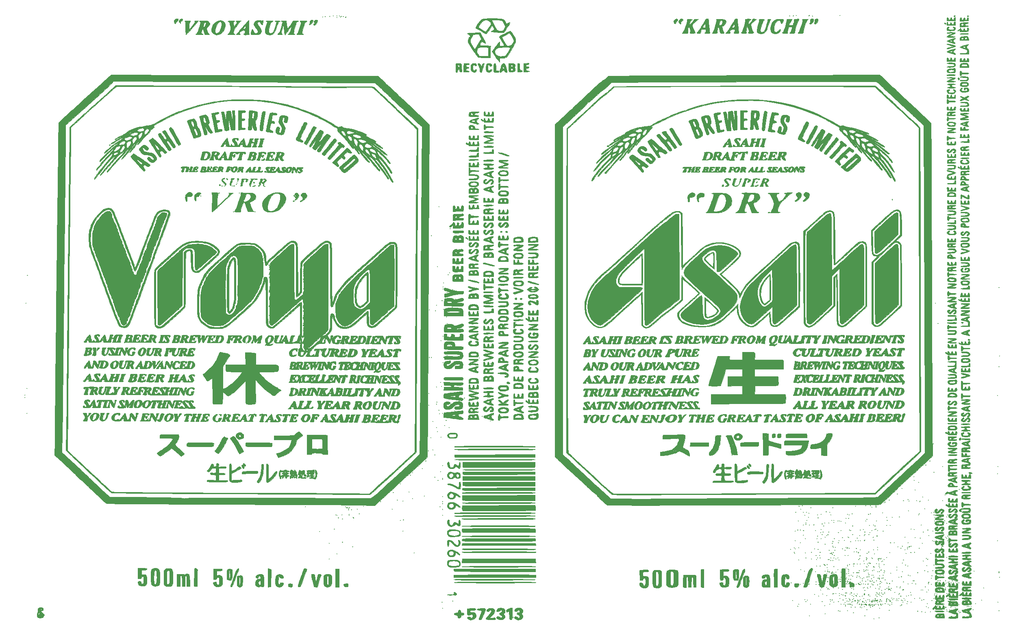
<source format=gbr>
G04 #@! TF.GenerationSoftware,KiCad,Pcbnew,(5.1.4)-1*
G04 #@! TF.CreationDate,2021-09-18T03:02:54-10:00*
G04 #@! TF.ProjectId,oya38split,6f796133-3873-4706-9c69-742e6b696361,rev?*
G04 #@! TF.SameCoordinates,Original*
G04 #@! TF.FileFunction,Soldermask,Top*
G04 #@! TF.FilePolarity,Negative*
%FSLAX46Y46*%
G04 Gerber Fmt 4.6, Leading zero omitted, Abs format (unit mm)*
G04 Created by KiCad (PCBNEW (5.1.4)-1) date 2021-09-18 03:02:54*
%MOMM*%
%LPD*%
G04 APERTURE LIST*
%ADD10C,0.010000*%
G04 APERTURE END LIST*
D10*
G36*
X129630207Y-72832385D02*
G01*
X129651597Y-73133380D01*
X129669939Y-73591817D01*
X129684426Y-74180587D01*
X129694251Y-74872579D01*
X129698605Y-75640684D01*
X129698750Y-75810984D01*
X129698750Y-78849060D01*
X129053719Y-79429530D01*
X128632175Y-79797508D01*
X128319649Y-80028758D01*
X128075401Y-80136134D01*
X127858689Y-80132490D01*
X127628773Y-80030679D01*
X127469708Y-79929284D01*
X127220315Y-79701683D01*
X127039776Y-79385261D01*
X126920039Y-78950354D01*
X126853048Y-78367300D01*
X126830751Y-77606439D01*
X126830680Y-77575833D01*
X126832323Y-77484269D01*
X127160017Y-77484269D01*
X127166770Y-78042003D01*
X127197880Y-78555023D01*
X127252999Y-78962149D01*
X127306320Y-79152900D01*
X127509682Y-79491127D01*
X127766489Y-79713287D01*
X128028085Y-79782433D01*
X128111005Y-79763942D01*
X128283131Y-79657403D01*
X128546743Y-79450361D01*
X128813156Y-79216250D01*
X129328333Y-78740000D01*
X129334942Y-76147083D01*
X129334911Y-75421823D01*
X129331308Y-74763333D01*
X129324591Y-74202333D01*
X129315217Y-73769543D01*
X129303643Y-73495681D01*
X129294251Y-73414293D01*
X129202272Y-73372892D01*
X129027601Y-73486711D01*
X128791552Y-73726620D01*
X128515438Y-74063487D01*
X128220573Y-74468181D01*
X127928269Y-74911570D01*
X127659841Y-75364525D01*
X127436602Y-75797912D01*
X127289354Y-76154597D01*
X127220962Y-76479386D01*
X127177965Y-76943003D01*
X127160017Y-77484269D01*
X126832323Y-77484269D01*
X126842363Y-76925027D01*
X126892697Y-76411149D01*
X127001170Y-75964995D01*
X127187266Y-75517358D01*
X127470470Y-74999035D01*
X127632509Y-74728040D01*
X127907122Y-74320097D01*
X128234484Y-73901573D01*
X128584600Y-73503040D01*
X128927473Y-73155075D01*
X129233107Y-72888250D01*
X129471504Y-72733140D01*
X129606577Y-72715942D01*
X129630207Y-72832385D01*
X129630207Y-72832385D01*
G37*
X129630207Y-72832385D02*
X129651597Y-73133380D01*
X129669939Y-73591817D01*
X129684426Y-74180587D01*
X129694251Y-74872579D01*
X129698605Y-75640684D01*
X129698750Y-75810984D01*
X129698750Y-78849060D01*
X129053719Y-79429530D01*
X128632175Y-79797508D01*
X128319649Y-80028758D01*
X128075401Y-80136134D01*
X127858689Y-80132490D01*
X127628773Y-80030679D01*
X127469708Y-79929284D01*
X127220315Y-79701683D01*
X127039776Y-79385261D01*
X126920039Y-78950354D01*
X126853048Y-78367300D01*
X126830751Y-77606439D01*
X126830680Y-77575833D01*
X126832323Y-77484269D01*
X127160017Y-77484269D01*
X127166770Y-78042003D01*
X127197880Y-78555023D01*
X127252999Y-78962149D01*
X127306320Y-79152900D01*
X127509682Y-79491127D01*
X127766489Y-79713287D01*
X128028085Y-79782433D01*
X128111005Y-79763942D01*
X128283131Y-79657403D01*
X128546743Y-79450361D01*
X128813156Y-79216250D01*
X129328333Y-78740000D01*
X129334942Y-76147083D01*
X129334911Y-75421823D01*
X129331308Y-74763333D01*
X129324591Y-74202333D01*
X129315217Y-73769543D01*
X129303643Y-73495681D01*
X129294251Y-73414293D01*
X129202272Y-73372892D01*
X129027601Y-73486711D01*
X128791552Y-73726620D01*
X128515438Y-74063487D01*
X128220573Y-74468181D01*
X127928269Y-74911570D01*
X127659841Y-75364525D01*
X127436602Y-75797912D01*
X127289354Y-76154597D01*
X127220962Y-76479386D01*
X127177965Y-76943003D01*
X127160017Y-77484269D01*
X126832323Y-77484269D01*
X126842363Y-76925027D01*
X126892697Y-76411149D01*
X127001170Y-75964995D01*
X127187266Y-75517358D01*
X127470470Y-74999035D01*
X127632509Y-74728040D01*
X127907122Y-74320097D01*
X128234484Y-73901573D01*
X128584600Y-73503040D01*
X128927473Y-73155075D01*
X129233107Y-72888250D01*
X129471504Y-72733140D01*
X129606577Y-72715942D01*
X129630207Y-72832385D01*
G36*
X99959583Y-75882500D02*
G01*
X99906666Y-75935416D01*
X99853750Y-75882500D01*
X99906666Y-75829583D01*
X99959583Y-75882500D01*
X99959583Y-75882500D01*
G37*
X99959583Y-75882500D02*
X99906666Y-75935416D01*
X99853750Y-75882500D01*
X99906666Y-75829583D01*
X99959583Y-75882500D01*
G36*
X101815455Y-69749855D02*
G01*
X101862157Y-69794657D01*
X101914469Y-69853250D01*
X101957487Y-69927689D01*
X101992119Y-70037748D01*
X102019274Y-70203200D01*
X102039859Y-70443818D01*
X102054782Y-70779376D01*
X102064951Y-71229648D01*
X102071274Y-71814407D01*
X102074659Y-72553426D01*
X102076015Y-73466480D01*
X102076250Y-74457149D01*
X102075193Y-75579795D01*
X102071599Y-76510233D01*
X102064826Y-77267914D01*
X102054236Y-77872289D01*
X102039189Y-78342808D01*
X102019046Y-78698921D01*
X101993166Y-78960079D01*
X101960911Y-79145732D01*
X101921641Y-79275332D01*
X101917500Y-79285490D01*
X101811861Y-79597242D01*
X101759872Y-79866248D01*
X101758750Y-79896371D01*
X101692240Y-80171951D01*
X101520339Y-80504916D01*
X101284491Y-80840542D01*
X101026139Y-81124103D01*
X100786727Y-81300873D01*
X100670860Y-81332916D01*
X100576462Y-81263513D01*
X100427855Y-81112434D01*
X100375463Y-81043658D01*
X100332952Y-80950562D01*
X100299185Y-80811678D01*
X100273023Y-80605538D01*
X100253327Y-80310677D01*
X100238960Y-79905625D01*
X100228783Y-79368917D01*
X100221658Y-78679085D01*
X100216447Y-77814661D01*
X100214472Y-77356649D01*
X100600167Y-77356649D01*
X100602604Y-78229655D01*
X100608163Y-79013825D01*
X100616534Y-79686541D01*
X100627402Y-80225187D01*
X100640455Y-80607146D01*
X100655379Y-80809801D01*
X100662306Y-80836195D01*
X100788773Y-80833597D01*
X100972053Y-80687665D01*
X101167730Y-80440955D01*
X101283286Y-80241208D01*
X101394350Y-79970832D01*
X101442737Y-79758699D01*
X101442790Y-79755614D01*
X101477269Y-79554172D01*
X101561662Y-79254464D01*
X101597261Y-79147781D01*
X101637093Y-78997253D01*
X101669500Y-78783584D01*
X101695090Y-78487006D01*
X101714472Y-78087749D01*
X101728256Y-77566044D01*
X101737051Y-76902122D01*
X101741465Y-76076213D01*
X101742107Y-75068547D01*
X101741174Y-74475845D01*
X101737298Y-73546529D01*
X101730045Y-72681490D01*
X101719882Y-71904035D01*
X101707277Y-71237471D01*
X101692697Y-70705106D01*
X101676609Y-70330247D01*
X101659479Y-70136202D01*
X101653788Y-70115994D01*
X101550568Y-70094093D01*
X101398542Y-70241444D01*
X101217494Y-70527050D01*
X101027208Y-70919918D01*
X100854669Y-71367868D01*
X100795096Y-71548423D01*
X100746171Y-71722945D01*
X100706776Y-71913731D01*
X100675790Y-72143075D01*
X100652095Y-72433274D01*
X100634571Y-72806622D01*
X100622099Y-73285416D01*
X100613560Y-73891949D01*
X100607834Y-74648517D01*
X100603802Y-75577417D01*
X100601167Y-76417422D01*
X100600167Y-77356649D01*
X100214472Y-77356649D01*
X100213210Y-77064309D01*
X100213015Y-75682039D01*
X100224468Y-74502165D01*
X100248022Y-73515710D01*
X100284132Y-72713702D01*
X100333249Y-72087164D01*
X100395828Y-71627121D01*
X100472321Y-71324599D01*
X100507055Y-71245423D01*
X100613954Y-70983225D01*
X100646737Y-70859373D01*
X100748489Y-70593298D01*
X100938351Y-70266501D01*
X101164780Y-69955010D01*
X101376229Y-69734849D01*
X101437279Y-69693374D01*
X101630440Y-69642782D01*
X101815455Y-69749855D01*
X101815455Y-69749855D01*
G37*
X101815455Y-69749855D02*
X101862157Y-69794657D01*
X101914469Y-69853250D01*
X101957487Y-69927689D01*
X101992119Y-70037748D01*
X102019274Y-70203200D01*
X102039859Y-70443818D01*
X102054782Y-70779376D01*
X102064951Y-71229648D01*
X102071274Y-71814407D01*
X102074659Y-72553426D01*
X102076015Y-73466480D01*
X102076250Y-74457149D01*
X102075193Y-75579795D01*
X102071599Y-76510233D01*
X102064826Y-77267914D01*
X102054236Y-77872289D01*
X102039189Y-78342808D01*
X102019046Y-78698921D01*
X101993166Y-78960079D01*
X101960911Y-79145732D01*
X101921641Y-79275332D01*
X101917500Y-79285490D01*
X101811861Y-79597242D01*
X101759872Y-79866248D01*
X101758750Y-79896371D01*
X101692240Y-80171951D01*
X101520339Y-80504916D01*
X101284491Y-80840542D01*
X101026139Y-81124103D01*
X100786727Y-81300873D01*
X100670860Y-81332916D01*
X100576462Y-81263513D01*
X100427855Y-81112434D01*
X100375463Y-81043658D01*
X100332952Y-80950562D01*
X100299185Y-80811678D01*
X100273023Y-80605538D01*
X100253327Y-80310677D01*
X100238960Y-79905625D01*
X100228783Y-79368917D01*
X100221658Y-78679085D01*
X100216447Y-77814661D01*
X100214472Y-77356649D01*
X100600167Y-77356649D01*
X100602604Y-78229655D01*
X100608163Y-79013825D01*
X100616534Y-79686541D01*
X100627402Y-80225187D01*
X100640455Y-80607146D01*
X100655379Y-80809801D01*
X100662306Y-80836195D01*
X100788773Y-80833597D01*
X100972053Y-80687665D01*
X101167730Y-80440955D01*
X101283286Y-80241208D01*
X101394350Y-79970832D01*
X101442737Y-79758699D01*
X101442790Y-79755614D01*
X101477269Y-79554172D01*
X101561662Y-79254464D01*
X101597261Y-79147781D01*
X101637093Y-78997253D01*
X101669500Y-78783584D01*
X101695090Y-78487006D01*
X101714472Y-78087749D01*
X101728256Y-77566044D01*
X101737051Y-76902122D01*
X101741465Y-76076213D01*
X101742107Y-75068547D01*
X101741174Y-74475845D01*
X101737298Y-73546529D01*
X101730045Y-72681490D01*
X101719882Y-71904035D01*
X101707277Y-71237471D01*
X101692697Y-70705106D01*
X101676609Y-70330247D01*
X101659479Y-70136202D01*
X101653788Y-70115994D01*
X101550568Y-70094093D01*
X101398542Y-70241444D01*
X101217494Y-70527050D01*
X101027208Y-70919918D01*
X100854669Y-71367868D01*
X100795096Y-71548423D01*
X100746171Y-71722945D01*
X100706776Y-71913731D01*
X100675790Y-72143075D01*
X100652095Y-72433274D01*
X100634571Y-72806622D01*
X100622099Y-73285416D01*
X100613560Y-73891949D01*
X100607834Y-74648517D01*
X100603802Y-75577417D01*
X100601167Y-76417422D01*
X100600167Y-77356649D01*
X100214472Y-77356649D01*
X100213210Y-77064309D01*
X100213015Y-75682039D01*
X100224468Y-74502165D01*
X100248022Y-73515710D01*
X100284132Y-72713702D01*
X100333249Y-72087164D01*
X100395828Y-71627121D01*
X100472321Y-71324599D01*
X100507055Y-71245423D01*
X100613954Y-70983225D01*
X100646737Y-70859373D01*
X100748489Y-70593298D01*
X100938351Y-70266501D01*
X101164780Y-69955010D01*
X101376229Y-69734849D01*
X101437279Y-69693374D01*
X101630440Y-69642782D01*
X101815455Y-69749855D01*
G36*
X213414620Y-73520465D02*
G01*
X213432470Y-73762720D01*
X213451022Y-74177433D01*
X213469033Y-74725403D01*
X213485263Y-75367428D01*
X213498469Y-76064308D01*
X213501405Y-76260311D01*
X213533571Y-78543123D01*
X212931919Y-79038436D01*
X212620188Y-79280443D01*
X212359046Y-79456877D01*
X212200412Y-79532992D01*
X212191816Y-79533750D01*
X212034677Y-79463953D01*
X211812721Y-79289950D01*
X211743934Y-79224319D01*
X211494526Y-78874518D01*
X211291482Y-78397297D01*
X211259543Y-78291334D01*
X211129499Y-77513403D01*
X211415405Y-77513403D01*
X211516272Y-78154757D01*
X211629690Y-78519312D01*
X211786894Y-78870155D01*
X211957192Y-79151444D01*
X212109892Y-79307333D01*
X212157849Y-79322083D01*
X212289733Y-79258790D01*
X212523016Y-79095210D01*
X212731301Y-78929255D01*
X213201250Y-78536426D01*
X213201250Y-73483441D01*
X212721542Y-73995054D01*
X212096425Y-74799540D01*
X211667590Y-75663664D01*
X211439197Y-76573071D01*
X211415405Y-77513403D01*
X211129499Y-77513403D01*
X211104533Y-77364061D01*
X211156421Y-76445816D01*
X211410531Y-75551862D01*
X211862186Y-74697463D01*
X212506711Y-73897883D01*
X212649481Y-73754498D01*
X213360000Y-73063430D01*
X213414620Y-73520465D01*
X213414620Y-73520465D01*
G37*
X213414620Y-73520465D02*
X213432470Y-73762720D01*
X213451022Y-74177433D01*
X213469033Y-74725403D01*
X213485263Y-75367428D01*
X213498469Y-76064308D01*
X213501405Y-76260311D01*
X213533571Y-78543123D01*
X212931919Y-79038436D01*
X212620188Y-79280443D01*
X212359046Y-79456877D01*
X212200412Y-79532992D01*
X212191816Y-79533750D01*
X212034677Y-79463953D01*
X211812721Y-79289950D01*
X211743934Y-79224319D01*
X211494526Y-78874518D01*
X211291482Y-78397297D01*
X211259543Y-78291334D01*
X211129499Y-77513403D01*
X211415405Y-77513403D01*
X211516272Y-78154757D01*
X211629690Y-78519312D01*
X211786894Y-78870155D01*
X211957192Y-79151444D01*
X212109892Y-79307333D01*
X212157849Y-79322083D01*
X212289733Y-79258790D01*
X212523016Y-79095210D01*
X212731301Y-78929255D01*
X213201250Y-78536426D01*
X213201250Y-73483441D01*
X212721542Y-73995054D01*
X212096425Y-74799540D01*
X211667590Y-75663664D01*
X211439197Y-76573071D01*
X211415405Y-77513403D01*
X211129499Y-77513403D01*
X211104533Y-77364061D01*
X211156421Y-76445816D01*
X211410531Y-75551862D01*
X211862186Y-74697463D01*
X212506711Y-73897883D01*
X212649481Y-73754498D01*
X213360000Y-73063430D01*
X213414620Y-73520465D01*
G36*
X73289583Y-70167500D02*
G01*
X73236666Y-70220416D01*
X73183750Y-70167500D01*
X73236666Y-70114583D01*
X73289583Y-70167500D01*
X73289583Y-70167500D01*
G37*
X73289583Y-70167500D02*
X73236666Y-70220416D01*
X73183750Y-70167500D01*
X73236666Y-70114583D01*
X73289583Y-70167500D01*
G36*
X75554135Y-59966701D02*
G01*
X75803125Y-60021288D01*
X75997470Y-60151535D01*
X76041250Y-60284426D01*
X76088014Y-60449584D01*
X76147083Y-60483750D01*
X76210199Y-60578342D01*
X76248060Y-60817672D01*
X76252916Y-60960000D01*
X76273937Y-61244024D01*
X76327121Y-61414397D01*
X76358750Y-61436250D01*
X76457318Y-61519845D01*
X76464909Y-61568541D01*
X76510238Y-61721371D01*
X76629877Y-62005423D01*
X76799806Y-62364474D01*
X76835326Y-62435598D01*
X77014307Y-62822384D01*
X77145700Y-63166255D01*
X77204422Y-63400445D01*
X77205416Y-63420803D01*
X77241456Y-63587973D01*
X77311250Y-63605833D01*
X77385753Y-63647698D01*
X77416973Y-63855118D01*
X77417083Y-63871730D01*
X77468006Y-64161563D01*
X77581919Y-64367872D01*
X77692095Y-64557277D01*
X77692375Y-64674423D01*
X77702464Y-64839359D01*
X77740931Y-64879756D01*
X77797056Y-65006877D01*
X77782980Y-65041896D01*
X77798583Y-65134056D01*
X77834170Y-65140416D01*
X77919139Y-65230751D01*
X77946250Y-65398754D01*
X77985272Y-65622845D01*
X78052083Y-65722500D01*
X78140990Y-65871774D01*
X78157916Y-65993329D01*
X78203440Y-66161884D01*
X78263750Y-66198750D01*
X78338059Y-66290715D01*
X78369575Y-66512299D01*
X78369583Y-66516250D01*
X78400238Y-66739177D01*
X78474099Y-66833725D01*
X78475416Y-66833750D01*
X78562580Y-66922002D01*
X78581250Y-67036839D01*
X78627553Y-67265953D01*
X78740750Y-67557270D01*
X78757906Y-67592464D01*
X78939721Y-67960673D01*
X79045222Y-68198373D01*
X79095023Y-68363224D01*
X79109737Y-68512890D01*
X79110416Y-68578563D01*
X79146466Y-68778143D01*
X79216250Y-68844583D01*
X79295200Y-68935321D01*
X79322083Y-69114781D01*
X79380965Y-69370886D01*
X79527999Y-69681272D01*
X79586666Y-69774349D01*
X79750126Y-70053800D01*
X79843120Y-70288181D01*
X79851250Y-70344571D01*
X79906121Y-70536841D01*
X79957083Y-70590833D01*
X80033332Y-70733903D01*
X80062916Y-70967495D01*
X80094137Y-71187708D01*
X80168750Y-71278750D01*
X80243059Y-71370715D01*
X80274575Y-71592299D01*
X80274583Y-71596250D01*
X80305238Y-71819177D01*
X80379099Y-71913725D01*
X80380416Y-71913750D01*
X80454725Y-72005715D01*
X80486241Y-72227299D01*
X80486250Y-72231250D01*
X80516905Y-72454177D01*
X80590766Y-72548725D01*
X80592083Y-72548750D01*
X80681397Y-72636257D01*
X80697916Y-72736868D01*
X80752815Y-72981391D01*
X80884660Y-73192682D01*
X81044171Y-73312048D01*
X81166981Y-73295546D01*
X81317709Y-73235292D01*
X81369112Y-73255223D01*
X81413598Y-73209626D01*
X81437464Y-73009712D01*
X81438750Y-72936805D01*
X81461197Y-72685012D01*
X81516706Y-72554026D01*
X81532038Y-72548750D01*
X81622778Y-72448690D01*
X81755453Y-72160091D01*
X81922960Y-71700321D01*
X82083903Y-71199375D01*
X82181543Y-70967667D01*
X82280256Y-70856990D01*
X82290391Y-70855416D01*
X82361214Y-70763429D01*
X82391242Y-70541801D01*
X82391250Y-70537916D01*
X82421905Y-70314989D01*
X82495766Y-70220441D01*
X82497083Y-70220416D01*
X82564095Y-70126694D01*
X82600643Y-69893287D01*
X82602916Y-69808406D01*
X82647260Y-69474247D01*
X82768374Y-69332903D01*
X82883542Y-69236571D01*
X82879624Y-69181700D01*
X82885695Y-69035610D01*
X82975514Y-68804717D01*
X82978749Y-68798439D01*
X83090956Y-68511578D01*
X83133703Y-68276860D01*
X83150637Y-68129343D01*
X83215144Y-68175639D01*
X83237916Y-68209583D01*
X83311268Y-68281173D01*
X83339778Y-68169902D01*
X83342129Y-68077291D01*
X83376525Y-67866042D01*
X83449583Y-67786250D01*
X83519428Y-67693188D01*
X83554462Y-67464246D01*
X83555416Y-67414397D01*
X83580719Y-67106158D01*
X83642029Y-66867474D01*
X83646138Y-66858772D01*
X83757487Y-66638346D01*
X83903082Y-66355847D01*
X83910721Y-66341170D01*
X84030618Y-66049413D01*
X84084370Y-65796965D01*
X84084583Y-65785545D01*
X84127083Y-65608143D01*
X84190416Y-65563750D01*
X84269974Y-65473179D01*
X84296250Y-65299166D01*
X84325964Y-65100178D01*
X84382951Y-65034583D01*
X84457150Y-64941717D01*
X84553409Y-64703684D01*
X84613750Y-64505416D01*
X84710253Y-64206900D01*
X84801508Y-64015009D01*
X84844548Y-63976250D01*
X84910443Y-63885802D01*
X84931250Y-63719226D01*
X84994613Y-63450755D01*
X85090000Y-63303452D01*
X85213870Y-63077152D01*
X85248750Y-62872559D01*
X85284059Y-62670077D01*
X85354583Y-62600416D01*
X85420856Y-62506526D01*
X85457717Y-62271977D01*
X85460416Y-62177083D01*
X85483889Y-61911990D01*
X85542526Y-61764544D01*
X85566250Y-61753750D01*
X85647293Y-61663601D01*
X85672083Y-61502416D01*
X85752076Y-61266496D01*
X85972427Y-60950703D01*
X86141091Y-60761583D01*
X86417936Y-60489224D01*
X86631251Y-60341800D01*
X86853408Y-60281971D01*
X87089868Y-60272083D01*
X87473881Y-60315318D01*
X87673167Y-60455142D01*
X87696927Y-60706733D01*
X87567173Y-61059256D01*
X87442191Y-61344559D01*
X87371399Y-61561143D01*
X87365416Y-61605078D01*
X87298655Y-61752543D01*
X87266085Y-61771388D01*
X87176988Y-61891485D01*
X87128309Y-62071250D01*
X87051004Y-62350272D01*
X86916775Y-62661903D01*
X86910140Y-62674535D01*
X86789103Y-62942274D01*
X86731248Y-63148183D01*
X86730416Y-63164285D01*
X86655719Y-63361076D01*
X86594643Y-63428013D01*
X86492594Y-63605963D01*
X86433363Y-63880466D01*
X86432534Y-63890764D01*
X86386801Y-64139278D01*
X86310965Y-64272784D01*
X86303724Y-64276111D01*
X86229689Y-64395458D01*
X86201250Y-64613823D01*
X86167711Y-64854928D01*
X86095416Y-64981666D01*
X86005980Y-65131192D01*
X85989583Y-65248905D01*
X85971763Y-65399029D01*
X85909021Y-65611326D01*
X85787432Y-65923655D01*
X85593069Y-66373879D01*
X85494265Y-66595625D01*
X85386985Y-66863485D01*
X85336413Y-67047287D01*
X85336496Y-67074819D01*
X85271947Y-67178167D01*
X85196814Y-67218434D01*
X85063555Y-67362753D01*
X85037083Y-67486645D01*
X85005859Y-67713668D01*
X84927130Y-68017636D01*
X84823313Y-68332496D01*
X84716824Y-68592198D01*
X84630080Y-68730687D01*
X84612151Y-68738750D01*
X84558539Y-68832237D01*
X84530346Y-69063784D01*
X84529083Y-69132097D01*
X84500865Y-69397535D01*
X84431154Y-69553097D01*
X84412666Y-69564249D01*
X84335747Y-69685056D01*
X84297266Y-69931919D01*
X84296250Y-69982291D01*
X84278615Y-70208814D01*
X84234906Y-70294131D01*
X84221631Y-70286909D01*
X84149298Y-70333421D01*
X84044458Y-70533350D01*
X83973377Y-70719062D01*
X83760710Y-71305401D01*
X83591200Y-71698226D01*
X83467166Y-71892472D01*
X83426380Y-71913750D01*
X83374624Y-72007692D01*
X83345849Y-72242358D01*
X83343750Y-72337083D01*
X83320277Y-72602175D01*
X83261640Y-72749621D01*
X83237916Y-72760416D01*
X83152121Y-72849119D01*
X83132083Y-72973519D01*
X83085283Y-73250900D01*
X83039170Y-73370394D01*
X82850419Y-73774623D01*
X82700862Y-74152240D01*
X82614682Y-74439078D01*
X82602916Y-74527896D01*
X82570712Y-74641722D01*
X82533962Y-74631740D01*
X82444733Y-74654776D01*
X82335505Y-74817837D01*
X82237753Y-75055636D01*
X82182949Y-75302886D01*
X82179583Y-75366866D01*
X82141380Y-75649427D01*
X82087936Y-75804561D01*
X81916624Y-76210158D01*
X81770111Y-76665035D01*
X81676695Y-77074731D01*
X81658514Y-77238120D01*
X81606304Y-77367106D01*
X81544583Y-77364166D01*
X81469629Y-77405522D01*
X81438801Y-77611428D01*
X81438750Y-77622504D01*
X81408640Y-77848116D01*
X81335896Y-77946122D01*
X81332916Y-77946250D01*
X81240654Y-78032644D01*
X81227083Y-78115120D01*
X81168638Y-78316419D01*
X81028043Y-78563989D01*
X81027387Y-78564912D01*
X80878873Y-78862375D01*
X80778281Y-79220627D01*
X80771250Y-79266351D01*
X80709568Y-79541128D01*
X80625397Y-79707967D01*
X80600529Y-79724962D01*
X80518574Y-79846371D01*
X80486250Y-80071736D01*
X80454789Y-80290821D01*
X80380416Y-80380416D01*
X80310930Y-80473563D01*
X80275675Y-80703077D01*
X80274583Y-80757079D01*
X80249514Y-80997889D01*
X80183196Y-81074482D01*
X80168750Y-81068333D01*
X80096734Y-81113045D01*
X80063697Y-81328654D01*
X80062916Y-81379587D01*
X80036744Y-81626891D01*
X79972256Y-81752362D01*
X79957083Y-81756250D01*
X79863190Y-81841970D01*
X79851250Y-81915000D01*
X79794103Y-82055839D01*
X79745416Y-82073750D01*
X79653582Y-82133218D01*
X79653741Y-82153125D01*
X79641351Y-82301741D01*
X79592193Y-82557478D01*
X79585888Y-82584994D01*
X79512934Y-82805750D01*
X79438533Y-82827111D01*
X79414600Y-82796661D01*
X79356662Y-82788029D01*
X79326887Y-82976843D01*
X79323703Y-83105625D01*
X79299124Y-83410291D01*
X79219927Y-83542679D01*
X79163333Y-83555416D01*
X79022493Y-83612563D01*
X79004583Y-83661250D01*
X78913170Y-83737697D01*
X78709901Y-83767083D01*
X78437757Y-83694537D01*
X78233651Y-83459712D01*
X78105728Y-83178380D01*
X78052085Y-82931695D01*
X78052083Y-82930545D01*
X78009583Y-82753143D01*
X77946250Y-82708750D01*
X77871940Y-82616784D01*
X77840424Y-82395200D01*
X77840416Y-82391250D01*
X77817387Y-82167930D01*
X77761914Y-82072952D01*
X77761041Y-82072924D01*
X77659286Y-81982913D01*
X77543553Y-81768942D01*
X77450679Y-81512524D01*
X77417083Y-81311817D01*
X77368413Y-81151644D01*
X77311250Y-81121250D01*
X77224409Y-81032889D01*
X77205416Y-80915829D01*
X77156819Y-80713227D01*
X77099583Y-80645000D01*
X77006254Y-80493766D01*
X76993097Y-80400629D01*
X76945287Y-80182437D01*
X76834347Y-79918527D01*
X76719805Y-79620005D01*
X76676250Y-79362902D01*
X76638446Y-79169872D01*
X76570416Y-79110416D01*
X76504143Y-79016526D01*
X76467282Y-78781977D01*
X76464583Y-78687083D01*
X76443841Y-78421954D01*
X76406840Y-78316666D01*
X81015416Y-78316666D01*
X81068333Y-78369583D01*
X81121250Y-78316666D01*
X81068333Y-78263750D01*
X81015416Y-78316666D01*
X76406840Y-78316666D01*
X76392029Y-78274522D01*
X76371093Y-78263750D01*
X76270124Y-78175901D01*
X76200122Y-78025625D01*
X76132161Y-77819346D01*
X76103201Y-77734583D01*
X76057378Y-77603514D01*
X76002457Y-77443541D01*
X75903237Y-77259342D01*
X75822451Y-77205416D01*
X75747596Y-77114996D01*
X75723750Y-76947079D01*
X75684727Y-76722988D01*
X75617916Y-76623333D01*
X75541054Y-76479957D01*
X75512083Y-76252916D01*
X75478817Y-76010844D01*
X75406250Y-75882500D01*
X75330320Y-75739589D01*
X75300416Y-75502515D01*
X75250255Y-75247870D01*
X75141666Y-75127022D01*
X75023494Y-74984636D01*
X74982916Y-74766172D01*
X74949108Y-74526012D01*
X74877083Y-74400833D01*
X74795891Y-74255310D01*
X74771250Y-74070841D01*
X74743602Y-73892016D01*
X74687386Y-73858088D01*
X74615602Y-73812595D01*
X74586255Y-73680693D01*
X74527673Y-73481906D01*
X74458452Y-73414623D01*
X74373815Y-73293359D01*
X74347916Y-73118290D01*
X74289387Y-72833872D01*
X74176994Y-72597943D01*
X74079857Y-72415521D01*
X74082525Y-72337139D01*
X74084120Y-72337083D01*
X74093979Y-72272269D01*
X74035016Y-72183875D01*
X73929780Y-71974274D01*
X73854179Y-71683845D01*
X73853761Y-71681167D01*
X73790859Y-71433333D01*
X73710467Y-71299847D01*
X73703370Y-71296388D01*
X73634345Y-71177099D01*
X73607083Y-70952430D01*
X73575622Y-70733345D01*
X73501250Y-70643750D01*
X73426940Y-70551784D01*
X73395424Y-70330200D01*
X73395416Y-70326250D01*
X73370417Y-70103243D01*
X73310193Y-70008771D01*
X73309184Y-70008750D01*
X73206855Y-69919383D01*
X73078594Y-69699935D01*
X72958210Y-69423387D01*
X72879513Y-69162718D01*
X72866250Y-69052659D01*
X72821245Y-68882642D01*
X72760416Y-68844583D01*
X72690930Y-68751436D01*
X72655675Y-68521922D01*
X72654583Y-68467920D01*
X72629514Y-68227110D01*
X72563196Y-68150517D01*
X72548750Y-68156666D01*
X72476276Y-68112481D01*
X72443532Y-67898354D01*
X72442916Y-67854232D01*
X72408956Y-67596607D01*
X72325793Y-67449461D01*
X72311734Y-67442661D01*
X72258073Y-67324480D01*
X72217048Y-67039727D01*
X72188673Y-66633116D01*
X72172963Y-66149360D01*
X72169932Y-65633171D01*
X72179595Y-65129265D01*
X72201969Y-64682353D01*
X72237066Y-64337148D01*
X72284903Y-64138365D01*
X72310625Y-64108585D01*
X72398371Y-63981491D01*
X72441547Y-63718446D01*
X72442916Y-63656449D01*
X72506676Y-63295408D01*
X72548895Y-63182645D01*
X72601666Y-63235416D01*
X72654583Y-63182500D01*
X72601666Y-63129583D01*
X72549068Y-63182182D01*
X72673863Y-62848864D01*
X72908340Y-62390448D01*
X73173969Y-61993794D01*
X73356808Y-61794353D01*
X73530988Y-61618654D01*
X73606964Y-61502757D01*
X73607083Y-61500490D01*
X73671876Y-61391904D01*
X73833986Y-61186446D01*
X74045006Y-60940764D01*
X74256530Y-60711503D01*
X74400833Y-60571621D01*
X74786846Y-60248529D01*
X75073369Y-60053499D01*
X75311949Y-59966299D01*
X75554135Y-59966701D01*
X75554135Y-59966701D01*
G37*
X75554135Y-59966701D02*
X75803125Y-60021288D01*
X75997470Y-60151535D01*
X76041250Y-60284426D01*
X76088014Y-60449584D01*
X76147083Y-60483750D01*
X76210199Y-60578342D01*
X76248060Y-60817672D01*
X76252916Y-60960000D01*
X76273937Y-61244024D01*
X76327121Y-61414397D01*
X76358750Y-61436250D01*
X76457318Y-61519845D01*
X76464909Y-61568541D01*
X76510238Y-61721371D01*
X76629877Y-62005423D01*
X76799806Y-62364474D01*
X76835326Y-62435598D01*
X77014307Y-62822384D01*
X77145700Y-63166255D01*
X77204422Y-63400445D01*
X77205416Y-63420803D01*
X77241456Y-63587973D01*
X77311250Y-63605833D01*
X77385753Y-63647698D01*
X77416973Y-63855118D01*
X77417083Y-63871730D01*
X77468006Y-64161563D01*
X77581919Y-64367872D01*
X77692095Y-64557277D01*
X77692375Y-64674423D01*
X77702464Y-64839359D01*
X77740931Y-64879756D01*
X77797056Y-65006877D01*
X77782980Y-65041896D01*
X77798583Y-65134056D01*
X77834170Y-65140416D01*
X77919139Y-65230751D01*
X77946250Y-65398754D01*
X77985272Y-65622845D01*
X78052083Y-65722500D01*
X78140990Y-65871774D01*
X78157916Y-65993329D01*
X78203440Y-66161884D01*
X78263750Y-66198750D01*
X78338059Y-66290715D01*
X78369575Y-66512299D01*
X78369583Y-66516250D01*
X78400238Y-66739177D01*
X78474099Y-66833725D01*
X78475416Y-66833750D01*
X78562580Y-66922002D01*
X78581250Y-67036839D01*
X78627553Y-67265953D01*
X78740750Y-67557270D01*
X78757906Y-67592464D01*
X78939721Y-67960673D01*
X79045222Y-68198373D01*
X79095023Y-68363224D01*
X79109737Y-68512890D01*
X79110416Y-68578563D01*
X79146466Y-68778143D01*
X79216250Y-68844583D01*
X79295200Y-68935321D01*
X79322083Y-69114781D01*
X79380965Y-69370886D01*
X79527999Y-69681272D01*
X79586666Y-69774349D01*
X79750126Y-70053800D01*
X79843120Y-70288181D01*
X79851250Y-70344571D01*
X79906121Y-70536841D01*
X79957083Y-70590833D01*
X80033332Y-70733903D01*
X80062916Y-70967495D01*
X80094137Y-71187708D01*
X80168750Y-71278750D01*
X80243059Y-71370715D01*
X80274575Y-71592299D01*
X80274583Y-71596250D01*
X80305238Y-71819177D01*
X80379099Y-71913725D01*
X80380416Y-71913750D01*
X80454725Y-72005715D01*
X80486241Y-72227299D01*
X80486250Y-72231250D01*
X80516905Y-72454177D01*
X80590766Y-72548725D01*
X80592083Y-72548750D01*
X80681397Y-72636257D01*
X80697916Y-72736868D01*
X80752815Y-72981391D01*
X80884660Y-73192682D01*
X81044171Y-73312048D01*
X81166981Y-73295546D01*
X81317709Y-73235292D01*
X81369112Y-73255223D01*
X81413598Y-73209626D01*
X81437464Y-73009712D01*
X81438750Y-72936805D01*
X81461197Y-72685012D01*
X81516706Y-72554026D01*
X81532038Y-72548750D01*
X81622778Y-72448690D01*
X81755453Y-72160091D01*
X81922960Y-71700321D01*
X82083903Y-71199375D01*
X82181543Y-70967667D01*
X82280256Y-70856990D01*
X82290391Y-70855416D01*
X82361214Y-70763429D01*
X82391242Y-70541801D01*
X82391250Y-70537916D01*
X82421905Y-70314989D01*
X82495766Y-70220441D01*
X82497083Y-70220416D01*
X82564095Y-70126694D01*
X82600643Y-69893287D01*
X82602916Y-69808406D01*
X82647260Y-69474247D01*
X82768374Y-69332903D01*
X82883542Y-69236571D01*
X82879624Y-69181700D01*
X82885695Y-69035610D01*
X82975514Y-68804717D01*
X82978749Y-68798439D01*
X83090956Y-68511578D01*
X83133703Y-68276860D01*
X83150637Y-68129343D01*
X83215144Y-68175639D01*
X83237916Y-68209583D01*
X83311268Y-68281173D01*
X83339778Y-68169902D01*
X83342129Y-68077291D01*
X83376525Y-67866042D01*
X83449583Y-67786250D01*
X83519428Y-67693188D01*
X83554462Y-67464246D01*
X83555416Y-67414397D01*
X83580719Y-67106158D01*
X83642029Y-66867474D01*
X83646138Y-66858772D01*
X83757487Y-66638346D01*
X83903082Y-66355847D01*
X83910721Y-66341170D01*
X84030618Y-66049413D01*
X84084370Y-65796965D01*
X84084583Y-65785545D01*
X84127083Y-65608143D01*
X84190416Y-65563750D01*
X84269974Y-65473179D01*
X84296250Y-65299166D01*
X84325964Y-65100178D01*
X84382951Y-65034583D01*
X84457150Y-64941717D01*
X84553409Y-64703684D01*
X84613750Y-64505416D01*
X84710253Y-64206900D01*
X84801508Y-64015009D01*
X84844548Y-63976250D01*
X84910443Y-63885802D01*
X84931250Y-63719226D01*
X84994613Y-63450755D01*
X85090000Y-63303452D01*
X85213870Y-63077152D01*
X85248750Y-62872559D01*
X85284059Y-62670077D01*
X85354583Y-62600416D01*
X85420856Y-62506526D01*
X85457717Y-62271977D01*
X85460416Y-62177083D01*
X85483889Y-61911990D01*
X85542526Y-61764544D01*
X85566250Y-61753750D01*
X85647293Y-61663601D01*
X85672083Y-61502416D01*
X85752076Y-61266496D01*
X85972427Y-60950703D01*
X86141091Y-60761583D01*
X86417936Y-60489224D01*
X86631251Y-60341800D01*
X86853408Y-60281971D01*
X87089868Y-60272083D01*
X87473881Y-60315318D01*
X87673167Y-60455142D01*
X87696927Y-60706733D01*
X87567173Y-61059256D01*
X87442191Y-61344559D01*
X87371399Y-61561143D01*
X87365416Y-61605078D01*
X87298655Y-61752543D01*
X87266085Y-61771388D01*
X87176988Y-61891485D01*
X87128309Y-62071250D01*
X87051004Y-62350272D01*
X86916775Y-62661903D01*
X86910140Y-62674535D01*
X86789103Y-62942274D01*
X86731248Y-63148183D01*
X86730416Y-63164285D01*
X86655719Y-63361076D01*
X86594643Y-63428013D01*
X86492594Y-63605963D01*
X86433363Y-63880466D01*
X86432534Y-63890764D01*
X86386801Y-64139278D01*
X86310965Y-64272784D01*
X86303724Y-64276111D01*
X86229689Y-64395458D01*
X86201250Y-64613823D01*
X86167711Y-64854928D01*
X86095416Y-64981666D01*
X86005980Y-65131192D01*
X85989583Y-65248905D01*
X85971763Y-65399029D01*
X85909021Y-65611326D01*
X85787432Y-65923655D01*
X85593069Y-66373879D01*
X85494265Y-66595625D01*
X85386985Y-66863485D01*
X85336413Y-67047287D01*
X85336496Y-67074819D01*
X85271947Y-67178167D01*
X85196814Y-67218434D01*
X85063555Y-67362753D01*
X85037083Y-67486645D01*
X85005859Y-67713668D01*
X84927130Y-68017636D01*
X84823313Y-68332496D01*
X84716824Y-68592198D01*
X84630080Y-68730687D01*
X84612151Y-68738750D01*
X84558539Y-68832237D01*
X84530346Y-69063784D01*
X84529083Y-69132097D01*
X84500865Y-69397535D01*
X84431154Y-69553097D01*
X84412666Y-69564249D01*
X84335747Y-69685056D01*
X84297266Y-69931919D01*
X84296250Y-69982291D01*
X84278615Y-70208814D01*
X84234906Y-70294131D01*
X84221631Y-70286909D01*
X84149298Y-70333421D01*
X84044458Y-70533350D01*
X83973377Y-70719062D01*
X83760710Y-71305401D01*
X83591200Y-71698226D01*
X83467166Y-71892472D01*
X83426380Y-71913750D01*
X83374624Y-72007692D01*
X83345849Y-72242358D01*
X83343750Y-72337083D01*
X83320277Y-72602175D01*
X83261640Y-72749621D01*
X83237916Y-72760416D01*
X83152121Y-72849119D01*
X83132083Y-72973519D01*
X83085283Y-73250900D01*
X83039170Y-73370394D01*
X82850419Y-73774623D01*
X82700862Y-74152240D01*
X82614682Y-74439078D01*
X82602916Y-74527896D01*
X82570712Y-74641722D01*
X82533962Y-74631740D01*
X82444733Y-74654776D01*
X82335505Y-74817837D01*
X82237753Y-75055636D01*
X82182949Y-75302886D01*
X82179583Y-75366866D01*
X82141380Y-75649427D01*
X82087936Y-75804561D01*
X81916624Y-76210158D01*
X81770111Y-76665035D01*
X81676695Y-77074731D01*
X81658514Y-77238120D01*
X81606304Y-77367106D01*
X81544583Y-77364166D01*
X81469629Y-77405522D01*
X81438801Y-77611428D01*
X81438750Y-77622504D01*
X81408640Y-77848116D01*
X81335896Y-77946122D01*
X81332916Y-77946250D01*
X81240654Y-78032644D01*
X81227083Y-78115120D01*
X81168638Y-78316419D01*
X81028043Y-78563989D01*
X81027387Y-78564912D01*
X80878873Y-78862375D01*
X80778281Y-79220627D01*
X80771250Y-79266351D01*
X80709568Y-79541128D01*
X80625397Y-79707967D01*
X80600529Y-79724962D01*
X80518574Y-79846371D01*
X80486250Y-80071736D01*
X80454789Y-80290821D01*
X80380416Y-80380416D01*
X80310930Y-80473563D01*
X80275675Y-80703077D01*
X80274583Y-80757079D01*
X80249514Y-80997889D01*
X80183196Y-81074482D01*
X80168750Y-81068333D01*
X80096734Y-81113045D01*
X80063697Y-81328654D01*
X80062916Y-81379587D01*
X80036744Y-81626891D01*
X79972256Y-81752362D01*
X79957083Y-81756250D01*
X79863190Y-81841970D01*
X79851250Y-81915000D01*
X79794103Y-82055839D01*
X79745416Y-82073750D01*
X79653582Y-82133218D01*
X79653741Y-82153125D01*
X79641351Y-82301741D01*
X79592193Y-82557478D01*
X79585888Y-82584994D01*
X79512934Y-82805750D01*
X79438533Y-82827111D01*
X79414600Y-82796661D01*
X79356662Y-82788029D01*
X79326887Y-82976843D01*
X79323703Y-83105625D01*
X79299124Y-83410291D01*
X79219927Y-83542679D01*
X79163333Y-83555416D01*
X79022493Y-83612563D01*
X79004583Y-83661250D01*
X78913170Y-83737697D01*
X78709901Y-83767083D01*
X78437757Y-83694537D01*
X78233651Y-83459712D01*
X78105728Y-83178380D01*
X78052085Y-82931695D01*
X78052083Y-82930545D01*
X78009583Y-82753143D01*
X77946250Y-82708750D01*
X77871940Y-82616784D01*
X77840424Y-82395200D01*
X77840416Y-82391250D01*
X77817387Y-82167930D01*
X77761914Y-82072952D01*
X77761041Y-82072924D01*
X77659286Y-81982913D01*
X77543553Y-81768942D01*
X77450679Y-81512524D01*
X77417083Y-81311817D01*
X77368413Y-81151644D01*
X77311250Y-81121250D01*
X77224409Y-81032889D01*
X77205416Y-80915829D01*
X77156819Y-80713227D01*
X77099583Y-80645000D01*
X77006254Y-80493766D01*
X76993097Y-80400629D01*
X76945287Y-80182437D01*
X76834347Y-79918527D01*
X76719805Y-79620005D01*
X76676250Y-79362902D01*
X76638446Y-79169872D01*
X76570416Y-79110416D01*
X76504143Y-79016526D01*
X76467282Y-78781977D01*
X76464583Y-78687083D01*
X76443841Y-78421954D01*
X76406840Y-78316666D01*
X81015416Y-78316666D01*
X81068333Y-78369583D01*
X81121250Y-78316666D01*
X81068333Y-78263750D01*
X81015416Y-78316666D01*
X76406840Y-78316666D01*
X76392029Y-78274522D01*
X76371093Y-78263750D01*
X76270124Y-78175901D01*
X76200122Y-78025625D01*
X76132161Y-77819346D01*
X76103201Y-77734583D01*
X76057378Y-77603514D01*
X76002457Y-77443541D01*
X75903237Y-77259342D01*
X75822451Y-77205416D01*
X75747596Y-77114996D01*
X75723750Y-76947079D01*
X75684727Y-76722988D01*
X75617916Y-76623333D01*
X75541054Y-76479957D01*
X75512083Y-76252916D01*
X75478817Y-76010844D01*
X75406250Y-75882500D01*
X75330320Y-75739589D01*
X75300416Y-75502515D01*
X75250255Y-75247870D01*
X75141666Y-75127022D01*
X75023494Y-74984636D01*
X74982916Y-74766172D01*
X74949108Y-74526012D01*
X74877083Y-74400833D01*
X74795891Y-74255310D01*
X74771250Y-74070841D01*
X74743602Y-73892016D01*
X74687386Y-73858088D01*
X74615602Y-73812595D01*
X74586255Y-73680693D01*
X74527673Y-73481906D01*
X74458452Y-73414623D01*
X74373815Y-73293359D01*
X74347916Y-73118290D01*
X74289387Y-72833872D01*
X74176994Y-72597943D01*
X74079857Y-72415521D01*
X74082525Y-72337139D01*
X74084120Y-72337083D01*
X74093979Y-72272269D01*
X74035016Y-72183875D01*
X73929780Y-71974274D01*
X73854179Y-71683845D01*
X73853761Y-71681167D01*
X73790859Y-71433333D01*
X73710467Y-71299847D01*
X73703370Y-71296388D01*
X73634345Y-71177099D01*
X73607083Y-70952430D01*
X73575622Y-70733345D01*
X73501250Y-70643750D01*
X73426940Y-70551784D01*
X73395424Y-70330200D01*
X73395416Y-70326250D01*
X73370417Y-70103243D01*
X73310193Y-70008771D01*
X73309184Y-70008750D01*
X73206855Y-69919383D01*
X73078594Y-69699935D01*
X72958210Y-69423387D01*
X72879513Y-69162718D01*
X72866250Y-69052659D01*
X72821245Y-68882642D01*
X72760416Y-68844583D01*
X72690930Y-68751436D01*
X72655675Y-68521922D01*
X72654583Y-68467920D01*
X72629514Y-68227110D01*
X72563196Y-68150517D01*
X72548750Y-68156666D01*
X72476276Y-68112481D01*
X72443532Y-67898354D01*
X72442916Y-67854232D01*
X72408956Y-67596607D01*
X72325793Y-67449461D01*
X72311734Y-67442661D01*
X72258073Y-67324480D01*
X72217048Y-67039727D01*
X72188673Y-66633116D01*
X72172963Y-66149360D01*
X72169932Y-65633171D01*
X72179595Y-65129265D01*
X72201969Y-64682353D01*
X72237066Y-64337148D01*
X72284903Y-64138365D01*
X72310625Y-64108585D01*
X72398371Y-63981491D01*
X72441547Y-63718446D01*
X72442916Y-63656449D01*
X72506676Y-63295408D01*
X72548895Y-63182645D01*
X72601666Y-63235416D01*
X72654583Y-63182500D01*
X72601666Y-63129583D01*
X72549068Y-63182182D01*
X72673863Y-62848864D01*
X72908340Y-62390448D01*
X73173969Y-61993794D01*
X73356808Y-61794353D01*
X73530988Y-61618654D01*
X73606964Y-61502757D01*
X73607083Y-61500490D01*
X73671876Y-61391904D01*
X73833986Y-61186446D01*
X74045006Y-60940764D01*
X74256530Y-60711503D01*
X74400833Y-60571621D01*
X74786846Y-60248529D01*
X75073369Y-60053499D01*
X75311949Y-59966299D01*
X75554135Y-59966701D01*
G36*
X94649723Y-66825348D02*
G01*
X95029440Y-66861612D01*
X95277916Y-66926599D01*
X95290730Y-66933061D01*
X95569429Y-67024357D01*
X95758755Y-67045416D01*
X96067839Y-67102149D01*
X96464088Y-67247489D01*
X96864513Y-67444150D01*
X97186123Y-67654846D01*
X97259272Y-67719571D01*
X97518422Y-67953129D01*
X97770931Y-68155327D01*
X97966025Y-68338165D01*
X98054156Y-68496171D01*
X98054583Y-68504096D01*
X97986547Y-68656288D01*
X97825931Y-68865031D01*
X97637971Y-69057019D01*
X97487907Y-69158947D01*
X97469013Y-69162083D01*
X97365231Y-69232311D01*
X97167343Y-69413312D01*
X96996250Y-69585416D01*
X96760953Y-69818300D01*
X96583477Y-69972060D01*
X96520000Y-70008750D01*
X96414227Y-70079038D01*
X96214937Y-70260181D01*
X96043750Y-70432083D01*
X95808453Y-70664967D01*
X95630977Y-70818727D01*
X95567500Y-70855416D01*
X95461727Y-70925705D01*
X95262437Y-71106848D01*
X95091250Y-71278750D01*
X94855534Y-71511690D01*
X94677120Y-71665450D01*
X94612842Y-71702083D01*
X94503152Y-71772706D01*
X94311811Y-71950373D01*
X94225473Y-72040040D01*
X94003236Y-72248727D01*
X93845482Y-72307697D01*
X93733220Y-72266742D01*
X93669978Y-72202833D01*
X93622432Y-72082586D01*
X93587730Y-71877036D01*
X93563020Y-71557214D01*
X93545451Y-71094153D01*
X93532172Y-70458887D01*
X93527866Y-70180645D01*
X93516275Y-69483564D01*
X93502292Y-68965868D01*
X93482205Y-68595282D01*
X93452305Y-68339527D01*
X93408881Y-68166327D01*
X93348223Y-68043405D01*
X93270655Y-67943111D01*
X93113856Y-67795542D01*
X92925332Y-67715935D01*
X92637090Y-67684459D01*
X92369886Y-67680416D01*
X91989507Y-67689745D01*
X91740868Y-67736763D01*
X91544239Y-67850016D01*
X91322520Y-68055424D01*
X90947512Y-68430432D01*
X90937266Y-79675688D01*
X90690735Y-79922219D01*
X90489526Y-80092576D01*
X90338849Y-80168496D01*
X90333560Y-80168750D01*
X90238357Y-80255539D01*
X90222916Y-80345138D01*
X90195645Y-80466649D01*
X90164207Y-80462818D01*
X90065147Y-80500033D01*
X89864973Y-80655235D01*
X89635041Y-80867907D01*
X89392482Y-81099210D01*
X89222611Y-81246258D01*
X89164583Y-81277434D01*
X89095397Y-81321674D01*
X88910058Y-81485644D01*
X88641893Y-81739214D01*
X88490822Y-81886581D01*
X88139243Y-82224467D01*
X87799484Y-82536954D01*
X87531283Y-82769477D01*
X87474873Y-82814583D01*
X87172237Y-83063492D01*
X86846281Y-83352557D01*
X86770875Y-83423125D01*
X86460864Y-83650854D01*
X86159845Y-83760851D01*
X85920879Y-83739855D01*
X85829138Y-83658507D01*
X85819765Y-83541424D01*
X85810566Y-83236613D01*
X85801668Y-82768013D01*
X85793196Y-82159563D01*
X85785276Y-81435201D01*
X85778034Y-80618868D01*
X85771596Y-79734501D01*
X85766088Y-78806040D01*
X85761634Y-77857423D01*
X85758362Y-76912589D01*
X85756396Y-75995478D01*
X85755864Y-75130028D01*
X85756889Y-74340178D01*
X85759599Y-73649866D01*
X85764119Y-73083033D01*
X85770575Y-72663616D01*
X85771214Y-72635684D01*
X85780193Y-72494303D01*
X85818582Y-72374450D01*
X85915174Y-72241107D01*
X86098763Y-72059257D01*
X86398143Y-71793882D01*
X86624459Y-71598023D01*
X86998757Y-71269760D01*
X87390638Y-70918415D01*
X87630601Y-70698440D01*
X87963796Y-70393088D01*
X88358916Y-70037656D01*
X88652436Y-69777736D01*
X89016339Y-69456835D01*
X89387555Y-69126752D01*
X89635056Y-68904611D01*
X89884433Y-68692527D01*
X90073904Y-68555564D01*
X90137764Y-68527083D01*
X90211120Y-68439989D01*
X90222916Y-68350694D01*
X90254973Y-68234626D01*
X90292798Y-68244187D01*
X90396749Y-68223897D01*
X90510466Y-68103076D01*
X90663426Y-67939767D01*
X90762895Y-67892083D01*
X90901874Y-67823383D01*
X91103770Y-67655311D01*
X91131041Y-67628580D01*
X91389648Y-67425840D01*
X91649124Y-67301236D01*
X91655397Y-67299606D01*
X91851681Y-67220536D01*
X91916250Y-67147280D01*
X92014884Y-67058640D01*
X92282221Y-66979684D01*
X92675412Y-66913130D01*
X93151607Y-66861700D01*
X93667956Y-66828112D01*
X94181611Y-66815089D01*
X94649723Y-66825348D01*
X94649723Y-66825348D01*
G37*
X94649723Y-66825348D02*
X95029440Y-66861612D01*
X95277916Y-66926599D01*
X95290730Y-66933061D01*
X95569429Y-67024357D01*
X95758755Y-67045416D01*
X96067839Y-67102149D01*
X96464088Y-67247489D01*
X96864513Y-67444150D01*
X97186123Y-67654846D01*
X97259272Y-67719571D01*
X97518422Y-67953129D01*
X97770931Y-68155327D01*
X97966025Y-68338165D01*
X98054156Y-68496171D01*
X98054583Y-68504096D01*
X97986547Y-68656288D01*
X97825931Y-68865031D01*
X97637971Y-69057019D01*
X97487907Y-69158947D01*
X97469013Y-69162083D01*
X97365231Y-69232311D01*
X97167343Y-69413312D01*
X96996250Y-69585416D01*
X96760953Y-69818300D01*
X96583477Y-69972060D01*
X96520000Y-70008750D01*
X96414227Y-70079038D01*
X96214937Y-70260181D01*
X96043750Y-70432083D01*
X95808453Y-70664967D01*
X95630977Y-70818727D01*
X95567500Y-70855416D01*
X95461727Y-70925705D01*
X95262437Y-71106848D01*
X95091250Y-71278750D01*
X94855534Y-71511690D01*
X94677120Y-71665450D01*
X94612842Y-71702083D01*
X94503152Y-71772706D01*
X94311811Y-71950373D01*
X94225473Y-72040040D01*
X94003236Y-72248727D01*
X93845482Y-72307697D01*
X93733220Y-72266742D01*
X93669978Y-72202833D01*
X93622432Y-72082586D01*
X93587730Y-71877036D01*
X93563020Y-71557214D01*
X93545451Y-71094153D01*
X93532172Y-70458887D01*
X93527866Y-70180645D01*
X93516275Y-69483564D01*
X93502292Y-68965868D01*
X93482205Y-68595282D01*
X93452305Y-68339527D01*
X93408881Y-68166327D01*
X93348223Y-68043405D01*
X93270655Y-67943111D01*
X93113856Y-67795542D01*
X92925332Y-67715935D01*
X92637090Y-67684459D01*
X92369886Y-67680416D01*
X91989507Y-67689745D01*
X91740868Y-67736763D01*
X91544239Y-67850016D01*
X91322520Y-68055424D01*
X90947512Y-68430432D01*
X90937266Y-79675688D01*
X90690735Y-79922219D01*
X90489526Y-80092576D01*
X90338849Y-80168496D01*
X90333560Y-80168750D01*
X90238357Y-80255539D01*
X90222916Y-80345138D01*
X90195645Y-80466649D01*
X90164207Y-80462818D01*
X90065147Y-80500033D01*
X89864973Y-80655235D01*
X89635041Y-80867907D01*
X89392482Y-81099210D01*
X89222611Y-81246258D01*
X89164583Y-81277434D01*
X89095397Y-81321674D01*
X88910058Y-81485644D01*
X88641893Y-81739214D01*
X88490822Y-81886581D01*
X88139243Y-82224467D01*
X87799484Y-82536954D01*
X87531283Y-82769477D01*
X87474873Y-82814583D01*
X87172237Y-83063492D01*
X86846281Y-83352557D01*
X86770875Y-83423125D01*
X86460864Y-83650854D01*
X86159845Y-83760851D01*
X85920879Y-83739855D01*
X85829138Y-83658507D01*
X85819765Y-83541424D01*
X85810566Y-83236613D01*
X85801668Y-82768013D01*
X85793196Y-82159563D01*
X85785276Y-81435201D01*
X85778034Y-80618868D01*
X85771596Y-79734501D01*
X85766088Y-78806040D01*
X85761634Y-77857423D01*
X85758362Y-76912589D01*
X85756396Y-75995478D01*
X85755864Y-75130028D01*
X85756889Y-74340178D01*
X85759599Y-73649866D01*
X85764119Y-73083033D01*
X85770575Y-72663616D01*
X85771214Y-72635684D01*
X85780193Y-72494303D01*
X85818582Y-72374450D01*
X85915174Y-72241107D01*
X86098763Y-72059257D01*
X86398143Y-71793882D01*
X86624459Y-71598023D01*
X86998757Y-71269760D01*
X87390638Y-70918415D01*
X87630601Y-70698440D01*
X87963796Y-70393088D01*
X88358916Y-70037656D01*
X88652436Y-69777736D01*
X89016339Y-69456835D01*
X89387555Y-69126752D01*
X89635056Y-68904611D01*
X89884433Y-68692527D01*
X90073904Y-68555564D01*
X90137764Y-68527083D01*
X90211120Y-68439989D01*
X90222916Y-68350694D01*
X90254973Y-68234626D01*
X90292798Y-68244187D01*
X90396749Y-68223897D01*
X90510466Y-68103076D01*
X90663426Y-67939767D01*
X90762895Y-67892083D01*
X90901874Y-67823383D01*
X91103770Y-67655311D01*
X91131041Y-67628580D01*
X91389648Y-67425840D01*
X91649124Y-67301236D01*
X91655397Y-67299606D01*
X91851681Y-67220536D01*
X91916250Y-67147280D01*
X92014884Y-67058640D01*
X92282221Y-66979684D01*
X92675412Y-66913130D01*
X93151607Y-66861700D01*
X93667956Y-66828112D01*
X94181611Y-66815089D01*
X94649723Y-66825348D01*
G36*
X107791250Y-69850000D02*
G01*
X107738333Y-69902916D01*
X107685416Y-69850000D01*
X107738333Y-69797083D01*
X107791250Y-69850000D01*
X107791250Y-69850000D01*
G37*
X107791250Y-69850000D02*
X107738333Y-69902916D01*
X107685416Y-69850000D01*
X107738333Y-69797083D01*
X107791250Y-69850000D01*
G36*
X109027712Y-71153072D02*
G01*
X109040329Y-71318477D01*
X109019357Y-71355920D01*
X108971255Y-71324356D01*
X108963771Y-71217013D01*
X108989618Y-71104086D01*
X109027712Y-71153072D01*
X109027712Y-71153072D01*
G37*
X109027712Y-71153072D02*
X109040329Y-71318477D01*
X109019357Y-71355920D01*
X108971255Y-71324356D01*
X108963771Y-71217013D01*
X108989618Y-71104086D01*
X109027712Y-71153072D01*
G36*
X116152083Y-72072500D02*
G01*
X116099166Y-72125416D01*
X116046250Y-72072500D01*
X116099166Y-72019583D01*
X116152083Y-72072500D01*
X116152083Y-72072500D01*
G37*
X116152083Y-72072500D02*
X116099166Y-72125416D01*
X116046250Y-72072500D01*
X116099166Y-72019583D01*
X116152083Y-72072500D01*
G36*
X109061250Y-72178333D02*
G01*
X109008333Y-72231250D01*
X108955416Y-72178333D01*
X109008333Y-72125416D01*
X109061250Y-72178333D01*
X109061250Y-72178333D01*
G37*
X109061250Y-72178333D02*
X109008333Y-72231250D01*
X108955416Y-72178333D01*
X109008333Y-72125416D01*
X109061250Y-72178333D01*
G36*
X116152083Y-74083333D02*
G01*
X116099166Y-74136250D01*
X116046250Y-74083333D01*
X116099166Y-74030416D01*
X116152083Y-74083333D01*
X116152083Y-74083333D01*
G37*
X116152083Y-74083333D02*
X116099166Y-74136250D01*
X116046250Y-74083333D01*
X116099166Y-74030416D01*
X116152083Y-74083333D01*
G36*
X116152083Y-74295000D02*
G01*
X116099166Y-74347916D01*
X116046250Y-74295000D01*
X116099166Y-74242083D01*
X116152083Y-74295000D01*
X116152083Y-74295000D01*
G37*
X116152083Y-74295000D02*
X116099166Y-74347916D01*
X116046250Y-74295000D01*
X116099166Y-74242083D01*
X116152083Y-74295000D01*
G36*
X109061250Y-76517500D02*
G01*
X109008333Y-76570416D01*
X108955416Y-76517500D01*
X109008333Y-76464583D01*
X109061250Y-76517500D01*
X109061250Y-76517500D01*
G37*
X109061250Y-76517500D02*
X109008333Y-76570416D01*
X108955416Y-76517500D01*
X109008333Y-76464583D01*
X109061250Y-76517500D01*
G36*
X116152083Y-79586666D02*
G01*
X116099166Y-79639583D01*
X116046250Y-79586666D01*
X116099166Y-79533750D01*
X116152083Y-79586666D01*
X116152083Y-79586666D01*
G37*
X116152083Y-79586666D02*
X116099166Y-79639583D01*
X116046250Y-79586666D01*
X116099166Y-79533750D01*
X116152083Y-79586666D01*
G36*
X109027712Y-79725572D02*
G01*
X109040329Y-79890977D01*
X109019357Y-79928420D01*
X108971255Y-79896856D01*
X108963771Y-79789513D01*
X108989618Y-79676586D01*
X109027712Y-79725572D01*
X109027712Y-79725572D01*
G37*
X109027712Y-79725572D02*
X109040329Y-79890977D01*
X109019357Y-79928420D01*
X108971255Y-79896856D01*
X108963771Y-79789513D01*
X108989618Y-79676586D01*
X109027712Y-79725572D01*
G36*
X109061250Y-81703333D02*
G01*
X109008333Y-81756250D01*
X108955416Y-81703333D01*
X109008333Y-81650416D01*
X109061250Y-81703333D01*
X109061250Y-81703333D01*
G37*
X109061250Y-81703333D02*
X109008333Y-81756250D01*
X108955416Y-81703333D01*
X109008333Y-81650416D01*
X109061250Y-81703333D01*
G36*
X109061250Y-82973333D02*
G01*
X109008333Y-83026250D01*
X108955416Y-82973333D01*
X109008333Y-82920416D01*
X109061250Y-82973333D01*
X109061250Y-82973333D01*
G37*
X109061250Y-82973333D02*
X109008333Y-83026250D01*
X108955416Y-82973333D01*
X109008333Y-82920416D01*
X109061250Y-82973333D01*
G36*
X134725833Y-67018958D02*
G01*
X134931099Y-67027136D01*
X134979395Y-67032187D01*
X134997378Y-67138107D01*
X135013485Y-67440442D01*
X135027527Y-67923946D01*
X135039314Y-68573373D01*
X135048657Y-69373477D01*
X135055368Y-70309014D01*
X135059255Y-71364738D01*
X135060132Y-72525403D01*
X135058770Y-73426703D01*
X135043333Y-79807990D01*
X134757102Y-80094203D01*
X134529487Y-80281612D01*
X134334716Y-80377256D01*
X134307310Y-80380416D01*
X134163280Y-80426816D01*
X134143750Y-80468366D01*
X134060572Y-80576758D01*
X133879166Y-80697916D01*
X133685075Y-80858457D01*
X133614583Y-81015416D01*
X133529346Y-81190068D01*
X133350000Y-81332916D01*
X133157834Y-81463409D01*
X133085416Y-81562467D01*
X132999034Y-81639722D01*
X132920420Y-81650416D01*
X132813037Y-81705565D01*
X132830939Y-81772602D01*
X132843374Y-81845694D01*
X132792801Y-81824546D01*
X132722880Y-81797544D01*
X132638736Y-81826536D01*
X132506101Y-81938880D01*
X132290706Y-82161934D01*
X132068430Y-82402854D01*
X131810877Y-82662203D01*
X131566500Y-82874977D01*
X131504575Y-82920416D01*
X131126900Y-83196123D01*
X130854930Y-83435661D01*
X130717783Y-83611279D01*
X130712753Y-83675143D01*
X130681864Y-83731056D01*
X130511426Y-83715893D01*
X130258644Y-83636616D01*
X130201458Y-83612909D01*
X130129282Y-83561155D01*
X130078503Y-83456877D01*
X130045468Y-83267398D01*
X130026522Y-82960038D01*
X130018010Y-82502117D01*
X130016250Y-81956593D01*
X130016250Y-80380416D01*
X129752876Y-80380416D01*
X129575685Y-80402966D01*
X129388833Y-80487712D01*
X129155523Y-80660295D01*
X128838959Y-80946358D01*
X128575888Y-81200625D01*
X128323588Y-81438293D01*
X128131925Y-81601313D01*
X128052821Y-81650416D01*
X127950194Y-81720609D01*
X127753121Y-81901528D01*
X127582083Y-82073750D01*
X127346786Y-82306634D01*
X127169310Y-82460394D01*
X127105833Y-82497083D01*
X127000060Y-82567371D01*
X126800770Y-82748515D01*
X126629583Y-82920416D01*
X126385541Y-83154473D01*
X126188501Y-83308214D01*
X126108714Y-83343750D01*
X125999331Y-83419429D01*
X125994583Y-83449583D01*
X125905942Y-83535571D01*
X125782916Y-83555416D01*
X125610940Y-83599736D01*
X125571250Y-83661250D01*
X125512615Y-83746785D01*
X125491875Y-83744598D01*
X125347823Y-83773476D01*
X125182319Y-83849904D01*
X124795191Y-83951167D01*
X124352028Y-83883001D01*
X124143446Y-83793615D01*
X123949834Y-83654053D01*
X123877916Y-83534397D01*
X123836819Y-83464103D01*
X123812400Y-83479821D01*
X123708188Y-83459507D01*
X123554042Y-83300411D01*
X123385688Y-83057309D01*
X123238853Y-82784979D01*
X123149263Y-82538196D01*
X123137083Y-82444409D01*
X123054992Y-82285795D01*
X123006717Y-82259600D01*
X122948178Y-82164454D01*
X122902378Y-81911628D01*
X122867527Y-81484533D01*
X122841839Y-80866582D01*
X122836686Y-80682122D01*
X122823962Y-80064819D01*
X122824650Y-79624273D01*
X122841398Y-79325846D01*
X122876858Y-79134902D01*
X122933678Y-79016803D01*
X122967051Y-78978067D01*
X123100136Y-78741729D01*
X123137083Y-78535892D01*
X123165116Y-78333307D01*
X123221000Y-78263750D01*
X123297378Y-78172034D01*
X123408535Y-77934642D01*
X123501543Y-77685284D01*
X123523947Y-77628750D01*
X126523750Y-77628750D01*
X126530185Y-78303517D01*
X126548801Y-78820688D01*
X126578558Y-79163652D01*
X126618419Y-79315803D01*
X126629583Y-79322083D01*
X126714091Y-79411194D01*
X126735416Y-79544976D01*
X126833129Y-79787769D01*
X127112507Y-80071509D01*
X127520353Y-80355326D01*
X127869560Y-80452994D01*
X128281216Y-80396846D01*
X128690287Y-80202036D01*
X128897851Y-80034298D01*
X129218444Y-79735582D01*
X129564355Y-79430940D01*
X129630709Y-79375000D01*
X130011675Y-79057500D01*
X130013962Y-75742648D01*
X130015364Y-74695446D01*
X130012177Y-73848080D01*
X129995698Y-73188760D01*
X129957222Y-72705697D01*
X129888046Y-72387099D01*
X129779466Y-72221177D01*
X129622776Y-72196141D01*
X129409274Y-72300200D01*
X129130254Y-72521564D01*
X128777014Y-72848442D01*
X128340848Y-73269046D01*
X128251417Y-73355186D01*
X127977956Y-73629905D01*
X127777629Y-73853577D01*
X127689074Y-73982670D01*
X127687787Y-73990186D01*
X127625690Y-74125201D01*
X127471943Y-74342886D01*
X127425283Y-74400833D01*
X127192007Y-74687100D01*
X127060556Y-74865044D01*
X126995724Y-74987665D01*
X126965604Y-75092885D01*
X126877340Y-75253847D01*
X126833312Y-75282777D01*
X126763136Y-75402059D01*
X126735416Y-75626736D01*
X126703956Y-75845821D01*
X126629583Y-75935416D01*
X126587410Y-76038390D01*
X126555087Y-76336238D01*
X126533651Y-76812352D01*
X126524142Y-77450124D01*
X126523750Y-77628750D01*
X123523947Y-77628750D01*
X123620601Y-77384857D01*
X123728237Y-77197396D01*
X123788043Y-77162363D01*
X123871164Y-77137223D01*
X123877916Y-77094648D01*
X123952187Y-76917612D01*
X124161225Y-76619116D01*
X124484372Y-76221385D01*
X124900968Y-75746644D01*
X125390352Y-75217118D01*
X125931865Y-74655030D01*
X126504847Y-74082605D01*
X127088639Y-73522068D01*
X127662581Y-72995643D01*
X127808613Y-72866250D01*
X128222514Y-72496740D01*
X128669958Y-72088499D01*
X129052435Y-71731456D01*
X129333502Y-71472804D01*
X129550291Y-71289172D01*
X129663191Y-71213728D01*
X129669794Y-71214517D01*
X129755832Y-71161706D01*
X129957918Y-70990519D01*
X130241379Y-70731192D01*
X130431659Y-70550144D01*
X130856070Y-70148917D01*
X131325674Y-69717336D01*
X131752242Y-69336260D01*
X131830542Y-69268103D01*
X132246620Y-68903728D01*
X132695053Y-68504046D01*
X133079905Y-68154577D01*
X133085416Y-68149497D01*
X133545564Y-67725391D01*
X133878984Y-67423117D01*
X134115541Y-67222094D01*
X134285098Y-67101739D01*
X134417521Y-67041470D01*
X134542672Y-67020707D01*
X134690418Y-67018866D01*
X134725833Y-67018958D01*
X134725833Y-67018958D01*
G37*
X134725833Y-67018958D02*
X134931099Y-67027136D01*
X134979395Y-67032187D01*
X134997378Y-67138107D01*
X135013485Y-67440442D01*
X135027527Y-67923946D01*
X135039314Y-68573373D01*
X135048657Y-69373477D01*
X135055368Y-70309014D01*
X135059255Y-71364738D01*
X135060132Y-72525403D01*
X135058770Y-73426703D01*
X135043333Y-79807990D01*
X134757102Y-80094203D01*
X134529487Y-80281612D01*
X134334716Y-80377256D01*
X134307310Y-80380416D01*
X134163280Y-80426816D01*
X134143750Y-80468366D01*
X134060572Y-80576758D01*
X133879166Y-80697916D01*
X133685075Y-80858457D01*
X133614583Y-81015416D01*
X133529346Y-81190068D01*
X133350000Y-81332916D01*
X133157834Y-81463409D01*
X133085416Y-81562467D01*
X132999034Y-81639722D01*
X132920420Y-81650416D01*
X132813037Y-81705565D01*
X132830939Y-81772602D01*
X132843374Y-81845694D01*
X132792801Y-81824546D01*
X132722880Y-81797544D01*
X132638736Y-81826536D01*
X132506101Y-81938880D01*
X132290706Y-82161934D01*
X132068430Y-82402854D01*
X131810877Y-82662203D01*
X131566500Y-82874977D01*
X131504575Y-82920416D01*
X131126900Y-83196123D01*
X130854930Y-83435661D01*
X130717783Y-83611279D01*
X130712753Y-83675143D01*
X130681864Y-83731056D01*
X130511426Y-83715893D01*
X130258644Y-83636616D01*
X130201458Y-83612909D01*
X130129282Y-83561155D01*
X130078503Y-83456877D01*
X130045468Y-83267398D01*
X130026522Y-82960038D01*
X130018010Y-82502117D01*
X130016250Y-81956593D01*
X130016250Y-80380416D01*
X129752876Y-80380416D01*
X129575685Y-80402966D01*
X129388833Y-80487712D01*
X129155523Y-80660295D01*
X128838959Y-80946358D01*
X128575888Y-81200625D01*
X128323588Y-81438293D01*
X128131925Y-81601313D01*
X128052821Y-81650416D01*
X127950194Y-81720609D01*
X127753121Y-81901528D01*
X127582083Y-82073750D01*
X127346786Y-82306634D01*
X127169310Y-82460394D01*
X127105833Y-82497083D01*
X127000060Y-82567371D01*
X126800770Y-82748515D01*
X126629583Y-82920416D01*
X126385541Y-83154473D01*
X126188501Y-83308214D01*
X126108714Y-83343750D01*
X125999331Y-83419429D01*
X125994583Y-83449583D01*
X125905942Y-83535571D01*
X125782916Y-83555416D01*
X125610940Y-83599736D01*
X125571250Y-83661250D01*
X125512615Y-83746785D01*
X125491875Y-83744598D01*
X125347823Y-83773476D01*
X125182319Y-83849904D01*
X124795191Y-83951167D01*
X124352028Y-83883001D01*
X124143446Y-83793615D01*
X123949834Y-83654053D01*
X123877916Y-83534397D01*
X123836819Y-83464103D01*
X123812400Y-83479821D01*
X123708188Y-83459507D01*
X123554042Y-83300411D01*
X123385688Y-83057309D01*
X123238853Y-82784979D01*
X123149263Y-82538196D01*
X123137083Y-82444409D01*
X123054992Y-82285795D01*
X123006717Y-82259600D01*
X122948178Y-82164454D01*
X122902378Y-81911628D01*
X122867527Y-81484533D01*
X122841839Y-80866582D01*
X122836686Y-80682122D01*
X122823962Y-80064819D01*
X122824650Y-79624273D01*
X122841398Y-79325846D01*
X122876858Y-79134902D01*
X122933678Y-79016803D01*
X122967051Y-78978067D01*
X123100136Y-78741729D01*
X123137083Y-78535892D01*
X123165116Y-78333307D01*
X123221000Y-78263750D01*
X123297378Y-78172034D01*
X123408535Y-77934642D01*
X123501543Y-77685284D01*
X123523947Y-77628750D01*
X126523750Y-77628750D01*
X126530185Y-78303517D01*
X126548801Y-78820688D01*
X126578558Y-79163652D01*
X126618419Y-79315803D01*
X126629583Y-79322083D01*
X126714091Y-79411194D01*
X126735416Y-79544976D01*
X126833129Y-79787769D01*
X127112507Y-80071509D01*
X127520353Y-80355326D01*
X127869560Y-80452994D01*
X128281216Y-80396846D01*
X128690287Y-80202036D01*
X128897851Y-80034298D01*
X129218444Y-79735582D01*
X129564355Y-79430940D01*
X129630709Y-79375000D01*
X130011675Y-79057500D01*
X130013962Y-75742648D01*
X130015364Y-74695446D01*
X130012177Y-73848080D01*
X129995698Y-73188760D01*
X129957222Y-72705697D01*
X129888046Y-72387099D01*
X129779466Y-72221177D01*
X129622776Y-72196141D01*
X129409274Y-72300200D01*
X129130254Y-72521564D01*
X128777014Y-72848442D01*
X128340848Y-73269046D01*
X128251417Y-73355186D01*
X127977956Y-73629905D01*
X127777629Y-73853577D01*
X127689074Y-73982670D01*
X127687787Y-73990186D01*
X127625690Y-74125201D01*
X127471943Y-74342886D01*
X127425283Y-74400833D01*
X127192007Y-74687100D01*
X127060556Y-74865044D01*
X126995724Y-74987665D01*
X126965604Y-75092885D01*
X126877340Y-75253847D01*
X126833312Y-75282777D01*
X126763136Y-75402059D01*
X126735416Y-75626736D01*
X126703956Y-75845821D01*
X126629583Y-75935416D01*
X126587410Y-76038390D01*
X126555087Y-76336238D01*
X126533651Y-76812352D01*
X126524142Y-77450124D01*
X126523750Y-77628750D01*
X123523947Y-77628750D01*
X123620601Y-77384857D01*
X123728237Y-77197396D01*
X123788043Y-77162363D01*
X123871164Y-77137223D01*
X123877916Y-77094648D01*
X123952187Y-76917612D01*
X124161225Y-76619116D01*
X124484372Y-76221385D01*
X124900968Y-75746644D01*
X125390352Y-75217118D01*
X125931865Y-74655030D01*
X126504847Y-74082605D01*
X127088639Y-73522068D01*
X127662581Y-72995643D01*
X127808613Y-72866250D01*
X128222514Y-72496740D01*
X128669958Y-72088499D01*
X129052435Y-71731456D01*
X129333502Y-71472804D01*
X129550291Y-71289172D01*
X129663191Y-71213728D01*
X129669794Y-71214517D01*
X129755832Y-71161706D01*
X129957918Y-70990519D01*
X130241379Y-70731192D01*
X130431659Y-70550144D01*
X130856070Y-70148917D01*
X131325674Y-69717336D01*
X131752242Y-69336260D01*
X131830542Y-69268103D01*
X132246620Y-68903728D01*
X132695053Y-68504046D01*
X133079905Y-68154577D01*
X133085416Y-68149497D01*
X133545564Y-67725391D01*
X133878984Y-67423117D01*
X134115541Y-67222094D01*
X134285098Y-67101739D01*
X134417521Y-67041470D01*
X134542672Y-67020707D01*
X134690418Y-67018866D01*
X134725833Y-67018958D01*
G36*
X104355450Y-67194966D02*
G01*
X104865156Y-67211114D01*
X105305251Y-67239000D01*
X105628004Y-67274673D01*
X105784200Y-67313222D01*
X106000863Y-67411667D01*
X106078244Y-67430947D01*
X106247157Y-67521371D01*
X106408158Y-67672048D01*
X106586371Y-67835192D01*
X106710001Y-67892083D01*
X106825363Y-67978986D01*
X106952517Y-68189387D01*
X106958169Y-68201950D01*
X107074333Y-68399454D01*
X107172474Y-68463157D01*
X107178706Y-68460287D01*
X107251626Y-68495903D01*
X107262083Y-68564934D01*
X107323822Y-68726639D01*
X107369845Y-68757031D01*
X107440366Y-68873573D01*
X107508303Y-69135931D01*
X107544770Y-69374392D01*
X107601778Y-69712228D01*
X107676825Y-69961490D01*
X107728049Y-70043265D01*
X107782034Y-70139253D01*
X107717175Y-70182609D01*
X107642538Y-70313554D01*
X107679335Y-70469005D01*
X107712814Y-70657669D01*
X107738085Y-70995967D01*
X107755113Y-71438827D01*
X107763864Y-71941178D01*
X107764305Y-72457946D01*
X107756401Y-72944060D01*
X107740118Y-73354447D01*
X107715424Y-73644036D01*
X107682282Y-73767753D01*
X107681822Y-73768054D01*
X107614310Y-73895937D01*
X107544948Y-74155000D01*
X107523667Y-74269096D01*
X107463333Y-74571968D01*
X107402180Y-74787034D01*
X107385142Y-74824166D01*
X107310389Y-75022179D01*
X107297280Y-75086828D01*
X107211306Y-75250443D01*
X107162013Y-75280856D01*
X107081997Y-75401576D01*
X107050416Y-75626736D01*
X107018956Y-75845821D01*
X106944583Y-75935416D01*
X106858595Y-76024057D01*
X106838750Y-76147083D01*
X106794429Y-76319059D01*
X106732916Y-76358750D01*
X106646246Y-76417534D01*
X106648051Y-76438125D01*
X106633913Y-76614841D01*
X106553673Y-76826914D01*
X106450319Y-76974732D01*
X106408284Y-76993750D01*
X106317557Y-77078042D01*
X106309583Y-77132543D01*
X106242476Y-77305729D01*
X106097916Y-77498535D01*
X105944543Y-77697374D01*
X105886250Y-77835186D01*
X105815068Y-77993141D01*
X105623742Y-78252662D01*
X105345600Y-78569546D01*
X105282748Y-78635645D01*
X105205659Y-78779399D01*
X105221011Y-78833234D01*
X105205645Y-78893654D01*
X105163176Y-78898750D01*
X105024896Y-78967676D01*
X104796714Y-79145641D01*
X104603609Y-79322083D01*
X104351542Y-79552109D01*
X104154256Y-79705857D01*
X104074321Y-79745416D01*
X103988016Y-79829392D01*
X103981250Y-79879423D01*
X103907718Y-80007123D01*
X103722581Y-80213348D01*
X103479022Y-80448790D01*
X103230225Y-80664141D01*
X103029374Y-80810091D01*
X102940709Y-80844131D01*
X102835441Y-80909621D01*
X102652996Y-81089348D01*
X102566652Y-81186729D01*
X102364596Y-81389184D01*
X102208514Y-81485893D01*
X102169777Y-81484061D01*
X102089433Y-81515200D01*
X102076250Y-81591254D01*
X102023464Y-81736093D01*
X101975227Y-81756250D01*
X101841310Y-81824965D01*
X101636120Y-81995301D01*
X101582361Y-82047291D01*
X101376508Y-82227118D01*
X101228401Y-82311573D01*
X101207133Y-82311875D01*
X101130143Y-82368430D01*
X101123445Y-82417708D01*
X101042504Y-82559616D01*
X100844257Y-82735328D01*
X100806250Y-82761666D01*
X100596797Y-82921437D01*
X100491860Y-83040388D01*
X100489054Y-83052708D01*
X100404407Y-83126198D01*
X100353363Y-83132083D01*
X100192171Y-83210240D01*
X100065416Y-83343750D01*
X99875232Y-83509058D01*
X99724552Y-83555416D01*
X99565611Y-83599334D01*
X99536250Y-83649776D01*
X99438768Y-83755960D01*
X99177314Y-83837932D01*
X98798370Y-83894077D01*
X98348420Y-83922780D01*
X97873949Y-83922424D01*
X97421440Y-83891394D01*
X97037378Y-83828074D01*
X96794338Y-83745078D01*
X96527875Y-83622870D01*
X96335103Y-83558394D01*
X96309319Y-83555416D01*
X96166307Y-83477990D01*
X96043750Y-83343750D01*
X95895459Y-83181149D01*
X95805191Y-83132083D01*
X95653814Y-83051750D01*
X95436769Y-82847123D01*
X95201592Y-82572762D01*
X94995816Y-82283225D01*
X94882473Y-82073013D01*
X94821279Y-81817934D01*
X94770092Y-81393251D01*
X94729786Y-80840827D01*
X94701235Y-80202529D01*
X94685312Y-79520219D01*
X94682891Y-78835764D01*
X94694846Y-78191028D01*
X94722051Y-77627876D01*
X94765379Y-77188172D01*
X94778741Y-77102973D01*
X94874655Y-76555166D01*
X94942777Y-76180858D01*
X94990774Y-75944876D01*
X94999813Y-75911090D01*
X99797636Y-75911090D01*
X99822037Y-75969187D01*
X99844250Y-76106165D01*
X99865177Y-76424118D01*
X99883768Y-76892354D01*
X99898972Y-77480182D01*
X99909739Y-78156910D01*
X99914021Y-78657507D01*
X99928433Y-81220847D01*
X100182133Y-81432111D01*
X100496283Y-81615155D01*
X100819349Y-81616026D01*
X101102547Y-81501982D01*
X101367477Y-81307287D01*
X101619713Y-81032417D01*
X101803571Y-80747414D01*
X101864583Y-80543452D01*
X101920418Y-80399883D01*
X101970416Y-80380416D01*
X102039903Y-80287270D01*
X102075157Y-80057755D01*
X102076250Y-80003754D01*
X102101318Y-79762943D01*
X102167636Y-79686350D01*
X102182083Y-79692500D01*
X102260561Y-79655030D01*
X102287916Y-79487079D01*
X102314803Y-79285097D01*
X102368032Y-79216250D01*
X102405982Y-79118516D01*
X102438320Y-78857716D01*
X102459854Y-78482448D01*
X102464182Y-78316666D01*
X102460202Y-77851241D01*
X102430883Y-77543560D01*
X102378808Y-77418611D01*
X102371107Y-77417083D01*
X102319025Y-77364234D01*
X102369359Y-77284791D01*
X102395764Y-77151538D01*
X102418461Y-76841026D01*
X102437407Y-76382718D01*
X102452559Y-75806074D01*
X102463871Y-75140558D01*
X102471301Y-74415632D01*
X102474805Y-73660758D01*
X102474338Y-72905397D01*
X102469858Y-72179014D01*
X102461320Y-71511068D01*
X102448680Y-70931024D01*
X102431895Y-70468342D01*
X102410920Y-70152485D01*
X102385713Y-70012916D01*
X102380178Y-70008750D01*
X102299335Y-69922338D01*
X102287916Y-69842440D01*
X102182797Y-69582140D01*
X101870235Y-69330030D01*
X101783024Y-69280907D01*
X101595131Y-69215396D01*
X101547083Y-69264193D01*
X101461089Y-69360560D01*
X101383522Y-69373750D01*
X101210954Y-69443541D01*
X100990511Y-69609246D01*
X100796079Y-69805360D01*
X100701544Y-69966376D01*
X100700416Y-69979371D01*
X100645504Y-70112528D01*
X100507253Y-70346506D01*
X100435833Y-70454817D01*
X100271615Y-70741794D01*
X100178895Y-70991706D01*
X100171250Y-71052649D01*
X100121291Y-71241771D01*
X100057713Y-71298956D01*
X100012696Y-71421211D01*
X99977612Y-71754180D01*
X99952502Y-72297144D01*
X99937405Y-73049382D01*
X99933464Y-73535411D01*
X99926154Y-74196003D01*
X99911869Y-74782495D01*
X99892032Y-75262754D01*
X99868066Y-75604646D01*
X99841395Y-75776037D01*
X99833608Y-75789114D01*
X99797636Y-75911090D01*
X94999813Y-75911090D01*
X95026315Y-75812043D01*
X95057067Y-75747184D01*
X95079412Y-75723750D01*
X95227244Y-75525700D01*
X95355295Y-75240548D01*
X95408750Y-74993172D01*
X95444379Y-74807107D01*
X95488125Y-74753611D01*
X95589596Y-74631946D01*
X95719313Y-74386515D01*
X95842543Y-74095631D01*
X95924553Y-73837607D01*
X95939537Y-73735784D01*
X95956818Y-73615598D01*
X96030128Y-73692082D01*
X96043750Y-73712916D01*
X96120949Y-73796032D01*
X96146786Y-73690917D01*
X96147962Y-73633541D01*
X96189114Y-73447639D01*
X96255416Y-73395416D01*
X96345818Y-73307995D01*
X96362586Y-73210208D01*
X96436911Y-73073281D01*
X96639809Y-72826331D01*
X96942713Y-72501142D01*
X97317055Y-72129497D01*
X97432756Y-72019583D01*
X97881478Y-71597268D01*
X98329218Y-71175505D01*
X98726167Y-70801234D01*
X99022515Y-70521399D01*
X99039643Y-70505199D01*
X99360551Y-70216898D01*
X99666991Y-69966842D01*
X99874473Y-69820923D01*
X100080296Y-69656148D01*
X100171035Y-69498020D01*
X100171250Y-69492042D01*
X100201270Y-69387332D01*
X100228808Y-69396030D01*
X100326682Y-69357584D01*
X100525357Y-69200485D01*
X100757975Y-68981980D01*
X100999662Y-68750588D01*
X101169749Y-68607407D01*
X101229583Y-68582746D01*
X101294996Y-68551748D01*
X101465622Y-68399307D01*
X101679375Y-68184325D01*
X102019457Y-67869007D01*
X102399356Y-67575404D01*
X102605416Y-67443450D01*
X102822808Y-67328430D01*
X103025042Y-67252714D01*
X103262162Y-67209195D01*
X103584209Y-67190770D01*
X104041225Y-67190332D01*
X104355450Y-67194966D01*
X104355450Y-67194966D01*
G37*
X104355450Y-67194966D02*
X104865156Y-67211114D01*
X105305251Y-67239000D01*
X105628004Y-67274673D01*
X105784200Y-67313222D01*
X106000863Y-67411667D01*
X106078244Y-67430947D01*
X106247157Y-67521371D01*
X106408158Y-67672048D01*
X106586371Y-67835192D01*
X106710001Y-67892083D01*
X106825363Y-67978986D01*
X106952517Y-68189387D01*
X106958169Y-68201950D01*
X107074333Y-68399454D01*
X107172474Y-68463157D01*
X107178706Y-68460287D01*
X107251626Y-68495903D01*
X107262083Y-68564934D01*
X107323822Y-68726639D01*
X107369845Y-68757031D01*
X107440366Y-68873573D01*
X107508303Y-69135931D01*
X107544770Y-69374392D01*
X107601778Y-69712228D01*
X107676825Y-69961490D01*
X107728049Y-70043265D01*
X107782034Y-70139253D01*
X107717175Y-70182609D01*
X107642538Y-70313554D01*
X107679335Y-70469005D01*
X107712814Y-70657669D01*
X107738085Y-70995967D01*
X107755113Y-71438827D01*
X107763864Y-71941178D01*
X107764305Y-72457946D01*
X107756401Y-72944060D01*
X107740118Y-73354447D01*
X107715424Y-73644036D01*
X107682282Y-73767753D01*
X107681822Y-73768054D01*
X107614310Y-73895937D01*
X107544948Y-74155000D01*
X107523667Y-74269096D01*
X107463333Y-74571968D01*
X107402180Y-74787034D01*
X107385142Y-74824166D01*
X107310389Y-75022179D01*
X107297280Y-75086828D01*
X107211306Y-75250443D01*
X107162013Y-75280856D01*
X107081997Y-75401576D01*
X107050416Y-75626736D01*
X107018956Y-75845821D01*
X106944583Y-75935416D01*
X106858595Y-76024057D01*
X106838750Y-76147083D01*
X106794429Y-76319059D01*
X106732916Y-76358750D01*
X106646246Y-76417534D01*
X106648051Y-76438125D01*
X106633913Y-76614841D01*
X106553673Y-76826914D01*
X106450319Y-76974732D01*
X106408284Y-76993750D01*
X106317557Y-77078042D01*
X106309583Y-77132543D01*
X106242476Y-77305729D01*
X106097916Y-77498535D01*
X105944543Y-77697374D01*
X105886250Y-77835186D01*
X105815068Y-77993141D01*
X105623742Y-78252662D01*
X105345600Y-78569546D01*
X105282748Y-78635645D01*
X105205659Y-78779399D01*
X105221011Y-78833234D01*
X105205645Y-78893654D01*
X105163176Y-78898750D01*
X105024896Y-78967676D01*
X104796714Y-79145641D01*
X104603609Y-79322083D01*
X104351542Y-79552109D01*
X104154256Y-79705857D01*
X104074321Y-79745416D01*
X103988016Y-79829392D01*
X103981250Y-79879423D01*
X103907718Y-80007123D01*
X103722581Y-80213348D01*
X103479022Y-80448790D01*
X103230225Y-80664141D01*
X103029374Y-80810091D01*
X102940709Y-80844131D01*
X102835441Y-80909621D01*
X102652996Y-81089348D01*
X102566652Y-81186729D01*
X102364596Y-81389184D01*
X102208514Y-81485893D01*
X102169777Y-81484061D01*
X102089433Y-81515200D01*
X102076250Y-81591254D01*
X102023464Y-81736093D01*
X101975227Y-81756250D01*
X101841310Y-81824965D01*
X101636120Y-81995301D01*
X101582361Y-82047291D01*
X101376508Y-82227118D01*
X101228401Y-82311573D01*
X101207133Y-82311875D01*
X101130143Y-82368430D01*
X101123445Y-82417708D01*
X101042504Y-82559616D01*
X100844257Y-82735328D01*
X100806250Y-82761666D01*
X100596797Y-82921437D01*
X100491860Y-83040388D01*
X100489054Y-83052708D01*
X100404407Y-83126198D01*
X100353363Y-83132083D01*
X100192171Y-83210240D01*
X100065416Y-83343750D01*
X99875232Y-83509058D01*
X99724552Y-83555416D01*
X99565611Y-83599334D01*
X99536250Y-83649776D01*
X99438768Y-83755960D01*
X99177314Y-83837932D01*
X98798370Y-83894077D01*
X98348420Y-83922780D01*
X97873949Y-83922424D01*
X97421440Y-83891394D01*
X97037378Y-83828074D01*
X96794338Y-83745078D01*
X96527875Y-83622870D01*
X96335103Y-83558394D01*
X96309319Y-83555416D01*
X96166307Y-83477990D01*
X96043750Y-83343750D01*
X95895459Y-83181149D01*
X95805191Y-83132083D01*
X95653814Y-83051750D01*
X95436769Y-82847123D01*
X95201592Y-82572762D01*
X94995816Y-82283225D01*
X94882473Y-82073013D01*
X94821279Y-81817934D01*
X94770092Y-81393251D01*
X94729786Y-80840827D01*
X94701235Y-80202529D01*
X94685312Y-79520219D01*
X94682891Y-78835764D01*
X94694846Y-78191028D01*
X94722051Y-77627876D01*
X94765379Y-77188172D01*
X94778741Y-77102973D01*
X94874655Y-76555166D01*
X94942777Y-76180858D01*
X94990774Y-75944876D01*
X94999813Y-75911090D01*
X99797636Y-75911090D01*
X99822037Y-75969187D01*
X99844250Y-76106165D01*
X99865177Y-76424118D01*
X99883768Y-76892354D01*
X99898972Y-77480182D01*
X99909739Y-78156910D01*
X99914021Y-78657507D01*
X99928433Y-81220847D01*
X100182133Y-81432111D01*
X100496283Y-81615155D01*
X100819349Y-81616026D01*
X101102547Y-81501982D01*
X101367477Y-81307287D01*
X101619713Y-81032417D01*
X101803571Y-80747414D01*
X101864583Y-80543452D01*
X101920418Y-80399883D01*
X101970416Y-80380416D01*
X102039903Y-80287270D01*
X102075157Y-80057755D01*
X102076250Y-80003754D01*
X102101318Y-79762943D01*
X102167636Y-79686350D01*
X102182083Y-79692500D01*
X102260561Y-79655030D01*
X102287916Y-79487079D01*
X102314803Y-79285097D01*
X102368032Y-79216250D01*
X102405982Y-79118516D01*
X102438320Y-78857716D01*
X102459854Y-78482448D01*
X102464182Y-78316666D01*
X102460202Y-77851241D01*
X102430883Y-77543560D01*
X102378808Y-77418611D01*
X102371107Y-77417083D01*
X102319025Y-77364234D01*
X102369359Y-77284791D01*
X102395764Y-77151538D01*
X102418461Y-76841026D01*
X102437407Y-76382718D01*
X102452559Y-75806074D01*
X102463871Y-75140558D01*
X102471301Y-74415632D01*
X102474805Y-73660758D01*
X102474338Y-72905397D01*
X102469858Y-72179014D01*
X102461320Y-71511068D01*
X102448680Y-70931024D01*
X102431895Y-70468342D01*
X102410920Y-70152485D01*
X102385713Y-70012916D01*
X102380178Y-70008750D01*
X102299335Y-69922338D01*
X102287916Y-69842440D01*
X102182797Y-69582140D01*
X101870235Y-69330030D01*
X101783024Y-69280907D01*
X101595131Y-69215396D01*
X101547083Y-69264193D01*
X101461089Y-69360560D01*
X101383522Y-69373750D01*
X101210954Y-69443541D01*
X100990511Y-69609246D01*
X100796079Y-69805360D01*
X100701544Y-69966376D01*
X100700416Y-69979371D01*
X100645504Y-70112528D01*
X100507253Y-70346506D01*
X100435833Y-70454817D01*
X100271615Y-70741794D01*
X100178895Y-70991706D01*
X100171250Y-71052649D01*
X100121291Y-71241771D01*
X100057713Y-71298956D01*
X100012696Y-71421211D01*
X99977612Y-71754180D01*
X99952502Y-72297144D01*
X99937405Y-73049382D01*
X99933464Y-73535411D01*
X99926154Y-74196003D01*
X99911869Y-74782495D01*
X99892032Y-75262754D01*
X99868066Y-75604646D01*
X99841395Y-75776037D01*
X99833608Y-75789114D01*
X99797636Y-75911090D01*
X94999813Y-75911090D01*
X95026315Y-75812043D01*
X95057067Y-75747184D01*
X95079412Y-75723750D01*
X95227244Y-75525700D01*
X95355295Y-75240548D01*
X95408750Y-74993172D01*
X95444379Y-74807107D01*
X95488125Y-74753611D01*
X95589596Y-74631946D01*
X95719313Y-74386515D01*
X95842543Y-74095631D01*
X95924553Y-73837607D01*
X95939537Y-73735784D01*
X95956818Y-73615598D01*
X96030128Y-73692082D01*
X96043750Y-73712916D01*
X96120949Y-73796032D01*
X96146786Y-73690917D01*
X96147962Y-73633541D01*
X96189114Y-73447639D01*
X96255416Y-73395416D01*
X96345818Y-73307995D01*
X96362586Y-73210208D01*
X96436911Y-73073281D01*
X96639809Y-72826331D01*
X96942713Y-72501142D01*
X97317055Y-72129497D01*
X97432756Y-72019583D01*
X97881478Y-71597268D01*
X98329218Y-71175505D01*
X98726167Y-70801234D01*
X99022515Y-70521399D01*
X99039643Y-70505199D01*
X99360551Y-70216898D01*
X99666991Y-69966842D01*
X99874473Y-69820923D01*
X100080296Y-69656148D01*
X100171035Y-69498020D01*
X100171250Y-69492042D01*
X100201270Y-69387332D01*
X100228808Y-69396030D01*
X100326682Y-69357584D01*
X100525357Y-69200485D01*
X100757975Y-68981980D01*
X100999662Y-68750588D01*
X101169749Y-68607407D01*
X101229583Y-68582746D01*
X101294996Y-68551748D01*
X101465622Y-68399307D01*
X101679375Y-68184325D01*
X102019457Y-67869007D01*
X102399356Y-67575404D01*
X102605416Y-67443450D01*
X102822808Y-67328430D01*
X103025042Y-67252714D01*
X103262162Y-67209195D01*
X103584209Y-67190770D01*
X104041225Y-67190332D01*
X104355450Y-67194966D01*
G36*
X116152083Y-85090000D02*
G01*
X116099166Y-85142916D01*
X116046250Y-85090000D01*
X116099166Y-85037083D01*
X116152083Y-85090000D01*
X116152083Y-85090000D01*
G37*
X116152083Y-85090000D02*
X116099166Y-85142916D01*
X116046250Y-85090000D01*
X116099166Y-85037083D01*
X116152083Y-85090000D01*
G36*
X116152083Y-85830833D02*
G01*
X116099166Y-85883750D01*
X116046250Y-85830833D01*
X116099166Y-85777916D01*
X116152083Y-85830833D01*
X116152083Y-85830833D01*
G37*
X116152083Y-85830833D02*
X116099166Y-85883750D01*
X116046250Y-85830833D01*
X116099166Y-85777916D01*
X116152083Y-85830833D01*
G36*
X134762252Y-92106459D02*
G01*
X134767641Y-92299224D01*
X134700093Y-92509833D01*
X134686024Y-92533665D01*
X134599092Y-92613131D01*
X134532216Y-92507207D01*
X134508888Y-92285588D01*
X134575269Y-92092374D01*
X134684239Y-92022083D01*
X134762252Y-92106459D01*
X134762252Y-92106459D01*
G37*
X134762252Y-92106459D02*
X134767641Y-92299224D01*
X134700093Y-92509833D01*
X134686024Y-92533665D01*
X134599092Y-92613131D01*
X134532216Y-92507207D01*
X134508888Y-92285588D01*
X134575269Y-92092374D01*
X134684239Y-92022083D01*
X134762252Y-92106459D01*
G36*
X239829840Y-60314701D02*
G01*
X239906968Y-60371302D01*
X239954522Y-60507952D01*
X239990249Y-60817424D01*
X240014708Y-61309956D01*
X240028457Y-61995789D01*
X240032099Y-62663537D01*
X240034199Y-64832741D01*
X239397099Y-65437664D01*
X238635936Y-66156828D01*
X237931685Y-66815268D01*
X237299650Y-67399090D01*
X236755135Y-67894403D01*
X236313445Y-68287313D01*
X235989881Y-68563927D01*
X235799749Y-68710354D01*
X235777165Y-68723812D01*
X235519939Y-68830393D01*
X235347271Y-68807435D01*
X235235750Y-68717583D01*
X235188095Y-68593534D01*
X235152400Y-68319123D01*
X235127832Y-67879221D01*
X235113561Y-67258697D01*
X235108757Y-66442423D01*
X235108750Y-66405059D01*
X235108750Y-64219535D01*
X236246458Y-63162069D01*
X237063677Y-62405255D01*
X237742605Y-61784109D01*
X238297610Y-61287679D01*
X238743060Y-60905010D01*
X239093321Y-60625148D01*
X239362763Y-60437140D01*
X239565751Y-60330032D01*
X239716654Y-60292870D01*
X239829840Y-60314701D01*
X239829840Y-60314701D01*
G37*
X239829840Y-60314701D02*
X239906968Y-60371302D01*
X239954522Y-60507952D01*
X239990249Y-60817424D01*
X240014708Y-61309956D01*
X240028457Y-61995789D01*
X240032099Y-62663537D01*
X240034199Y-64832741D01*
X239397099Y-65437664D01*
X238635936Y-66156828D01*
X237931685Y-66815268D01*
X237299650Y-67399090D01*
X236755135Y-67894403D01*
X236313445Y-68287313D01*
X235989881Y-68563927D01*
X235799749Y-68710354D01*
X235777165Y-68723812D01*
X235519939Y-68830393D01*
X235347271Y-68807435D01*
X235235750Y-68717583D01*
X235188095Y-68593534D01*
X235152400Y-68319123D01*
X235127832Y-67879221D01*
X235113561Y-67258697D01*
X235108757Y-66442423D01*
X235108750Y-66405059D01*
X235108750Y-64219535D01*
X236246458Y-63162069D01*
X237063677Y-62405255D01*
X237742605Y-61784109D01*
X238297610Y-61287679D01*
X238743060Y-60905010D01*
X239093321Y-60625148D01*
X239362763Y-60437140D01*
X239565751Y-60330032D01*
X239716654Y-60292870D01*
X239829840Y-60314701D01*
G36*
X239802072Y-66900813D02*
G01*
X239916607Y-67000059D01*
X239951878Y-67053568D01*
X239981859Y-67148660D01*
X240006967Y-67301350D01*
X240027623Y-67527655D01*
X240044245Y-67843591D01*
X240057252Y-68265174D01*
X240067064Y-68808421D01*
X240074099Y-69489346D01*
X240078778Y-70323968D01*
X240081518Y-71328302D01*
X240082738Y-72518363D01*
X240082916Y-73355682D01*
X240082916Y-79544995D01*
X239209791Y-80367520D01*
X238383519Y-81144821D01*
X237696169Y-81787683D01*
X237133330Y-82307582D01*
X236680594Y-82715996D01*
X236323548Y-83024402D01*
X236047784Y-83244278D01*
X235838891Y-83387101D01*
X235682458Y-83464349D01*
X235564075Y-83487500D01*
X235469333Y-83468031D01*
X235383820Y-83417419D01*
X235382129Y-83416185D01*
X235344345Y-83374898D01*
X235312073Y-83299789D01*
X235284778Y-83174665D01*
X235261923Y-82983334D01*
X235242973Y-82709602D01*
X235227391Y-82337278D01*
X235214641Y-81850167D01*
X235204188Y-81232077D01*
X235195496Y-80466816D01*
X235188029Y-79538191D01*
X235181250Y-78430007D01*
X235174739Y-77150095D01*
X235170209Y-76026538D01*
X235167567Y-74964036D01*
X235166753Y-73981844D01*
X235167703Y-73099218D01*
X235170356Y-72335413D01*
X235174649Y-71709684D01*
X235180521Y-71241287D01*
X235187908Y-70949475D01*
X235195069Y-70855416D01*
X235291362Y-70718363D01*
X235508922Y-70481246D01*
X235810079Y-70183792D01*
X235997832Y-70008750D01*
X236359660Y-69676949D01*
X236822530Y-69250639D01*
X237332561Y-68779537D01*
X237835873Y-68313359D01*
X237947690Y-68209583D01*
X238514606Y-67690455D01*
X238951536Y-67308183D01*
X239276601Y-67048401D01*
X239507919Y-66896745D01*
X239663612Y-66838850D01*
X239678482Y-66837500D01*
X239802072Y-66900813D01*
X239802072Y-66900813D01*
G37*
X239802072Y-66900813D02*
X239916607Y-67000059D01*
X239951878Y-67053568D01*
X239981859Y-67148660D01*
X240006967Y-67301350D01*
X240027623Y-67527655D01*
X240044245Y-67843591D01*
X240057252Y-68265174D01*
X240067064Y-68808421D01*
X240074099Y-69489346D01*
X240078778Y-70323968D01*
X240081518Y-71328302D01*
X240082738Y-72518363D01*
X240082916Y-73355682D01*
X240082916Y-79544995D01*
X239209791Y-80367520D01*
X238383519Y-81144821D01*
X237696169Y-81787683D01*
X237133330Y-82307582D01*
X236680594Y-82715996D01*
X236323548Y-83024402D01*
X236047784Y-83244278D01*
X235838891Y-83387101D01*
X235682458Y-83464349D01*
X235564075Y-83487500D01*
X235469333Y-83468031D01*
X235383820Y-83417419D01*
X235382129Y-83416185D01*
X235344345Y-83374898D01*
X235312073Y-83299789D01*
X235284778Y-83174665D01*
X235261923Y-82983334D01*
X235242973Y-82709602D01*
X235227391Y-82337278D01*
X235214641Y-81850167D01*
X235204188Y-81232077D01*
X235195496Y-80466816D01*
X235188029Y-79538191D01*
X235181250Y-78430007D01*
X235174739Y-77150095D01*
X235170209Y-76026538D01*
X235167567Y-74964036D01*
X235166753Y-73981844D01*
X235167703Y-73099218D01*
X235170356Y-72335413D01*
X235174649Y-71709684D01*
X235180521Y-71241287D01*
X235187908Y-70949475D01*
X235195069Y-70855416D01*
X235291362Y-70718363D01*
X235508922Y-70481246D01*
X235810079Y-70183792D01*
X235997832Y-70008750D01*
X236359660Y-69676949D01*
X236822530Y-69250639D01*
X237332561Y-68779537D01*
X237835873Y-68313359D01*
X237947690Y-68209583D01*
X238514606Y-67690455D01*
X238951536Y-67308183D01*
X239276601Y-67048401D01*
X239507919Y-66896745D01*
X239663612Y-66838850D01*
X239678482Y-66837500D01*
X239802072Y-66900813D01*
G36*
X225816970Y-60446150D02*
G01*
X225917789Y-60501164D01*
X225939321Y-60516991D01*
X225975531Y-60563277D01*
X226006425Y-60653911D01*
X226032539Y-60805226D01*
X226054409Y-61033556D01*
X226072572Y-61355235D01*
X226087565Y-61786597D01*
X226099923Y-62343975D01*
X226110184Y-63043702D01*
X226118883Y-63902114D01*
X226126557Y-64935543D01*
X226133742Y-66160323D01*
X226135481Y-66489752D01*
X226142305Y-67579191D01*
X226150975Y-68601737D01*
X226161176Y-69538442D01*
X226172592Y-70370360D01*
X226184909Y-71078542D01*
X226197810Y-71644042D01*
X226210981Y-72047910D01*
X226224106Y-72271201D01*
X226232346Y-72310586D01*
X226331184Y-72232657D01*
X226554856Y-72038027D01*
X226873111Y-71754042D01*
X227255696Y-71408053D01*
X227672360Y-71027409D01*
X228092850Y-70639458D01*
X228463670Y-70293401D01*
X229123390Y-69677744D01*
X229770712Y-69081601D01*
X230384868Y-68523441D01*
X230945093Y-68021734D01*
X231430621Y-67594949D01*
X231820684Y-67261554D01*
X232094518Y-67040020D01*
X232217124Y-66955120D01*
X232506289Y-66879900D01*
X232710998Y-66998335D01*
X232821457Y-67277078D01*
X232833453Y-67440985D01*
X232844730Y-67796374D01*
X232855079Y-68323060D01*
X232864295Y-69000858D01*
X232872172Y-69809584D01*
X232878501Y-70729053D01*
X232883078Y-71739081D01*
X232885694Y-72819482D01*
X232886250Y-73607279D01*
X232886250Y-79613517D01*
X231854375Y-80547212D01*
X231351809Y-81006348D01*
X230797614Y-81519681D01*
X230267445Y-82016809D01*
X229922916Y-82344523D01*
X229349057Y-82871714D01*
X228889563Y-83236444D01*
X228530297Y-83444448D01*
X228257123Y-83501462D01*
X228055904Y-83413221D01*
X227912505Y-83185461D01*
X227903976Y-83163676D01*
X227884314Y-83007721D01*
X227866120Y-82659484D01*
X227849725Y-82138347D01*
X227835458Y-81463690D01*
X227823651Y-80654896D01*
X227814635Y-79731346D01*
X227808740Y-78712421D01*
X227806298Y-77617503D01*
X227806250Y-77437505D01*
X227806250Y-71968373D01*
X226197625Y-73576998D01*
X226212457Y-76536487D01*
X226227289Y-79495977D01*
X225451825Y-80229238D01*
X224580453Y-81050051D01*
X223818770Y-81761047D01*
X223174322Y-82355357D01*
X222654658Y-82826110D01*
X222267323Y-83166436D01*
X222019866Y-83369463D01*
X221947441Y-83419374D01*
X221580422Y-83542492D01*
X221267290Y-83481036D01*
X221091834Y-83320201D01*
X221062957Y-83261293D01*
X221037611Y-83163592D01*
X221015571Y-83014069D01*
X220996613Y-82799694D01*
X220980512Y-82507436D01*
X220967044Y-82124264D01*
X220955984Y-81637150D01*
X220947106Y-81033061D01*
X220940187Y-80298968D01*
X220935002Y-79421842D01*
X220931325Y-78388650D01*
X220928933Y-77186364D01*
X220927601Y-75801953D01*
X220927103Y-74222386D01*
X220927083Y-73765805D01*
X220927178Y-72148656D01*
X220927658Y-70729901D01*
X220928813Y-69496268D01*
X220930937Y-68434483D01*
X220934320Y-67531274D01*
X220939254Y-66773369D01*
X220946030Y-66147494D01*
X220954940Y-65640377D01*
X220966276Y-65238745D01*
X220980329Y-64929326D01*
X220997390Y-64698847D01*
X221017752Y-64534036D01*
X221041706Y-64421619D01*
X221069543Y-64348323D01*
X221101555Y-64300878D01*
X221135729Y-64267975D01*
X221310677Y-64114320D01*
X221589504Y-63865331D01*
X221919525Y-63568118D01*
X222008854Y-63487271D01*
X222373639Y-63157295D01*
X222729967Y-62835870D01*
X223009412Y-62584703D01*
X223043750Y-62553967D01*
X223749461Y-61924692D01*
X224316615Y-61425234D01*
X224763197Y-61042941D01*
X225107190Y-60765163D01*
X225366579Y-60579246D01*
X225559349Y-60472540D01*
X225703485Y-60432392D01*
X225816970Y-60446150D01*
X225816970Y-60446150D01*
G37*
X225816970Y-60446150D02*
X225917789Y-60501164D01*
X225939321Y-60516991D01*
X225975531Y-60563277D01*
X226006425Y-60653911D01*
X226032539Y-60805226D01*
X226054409Y-61033556D01*
X226072572Y-61355235D01*
X226087565Y-61786597D01*
X226099923Y-62343975D01*
X226110184Y-63043702D01*
X226118883Y-63902114D01*
X226126557Y-64935543D01*
X226133742Y-66160323D01*
X226135481Y-66489752D01*
X226142305Y-67579191D01*
X226150975Y-68601737D01*
X226161176Y-69538442D01*
X226172592Y-70370360D01*
X226184909Y-71078542D01*
X226197810Y-71644042D01*
X226210981Y-72047910D01*
X226224106Y-72271201D01*
X226232346Y-72310586D01*
X226331184Y-72232657D01*
X226554856Y-72038027D01*
X226873111Y-71754042D01*
X227255696Y-71408053D01*
X227672360Y-71027409D01*
X228092850Y-70639458D01*
X228463670Y-70293401D01*
X229123390Y-69677744D01*
X229770712Y-69081601D01*
X230384868Y-68523441D01*
X230945093Y-68021734D01*
X231430621Y-67594949D01*
X231820684Y-67261554D01*
X232094518Y-67040020D01*
X232217124Y-66955120D01*
X232506289Y-66879900D01*
X232710998Y-66998335D01*
X232821457Y-67277078D01*
X232833453Y-67440985D01*
X232844730Y-67796374D01*
X232855079Y-68323060D01*
X232864295Y-69000858D01*
X232872172Y-69809584D01*
X232878501Y-70729053D01*
X232883078Y-71739081D01*
X232885694Y-72819482D01*
X232886250Y-73607279D01*
X232886250Y-79613517D01*
X231854375Y-80547212D01*
X231351809Y-81006348D01*
X230797614Y-81519681D01*
X230267445Y-82016809D01*
X229922916Y-82344523D01*
X229349057Y-82871714D01*
X228889563Y-83236444D01*
X228530297Y-83444448D01*
X228257123Y-83501462D01*
X228055904Y-83413221D01*
X227912505Y-83185461D01*
X227903976Y-83163676D01*
X227884314Y-83007721D01*
X227866120Y-82659484D01*
X227849725Y-82138347D01*
X227835458Y-81463690D01*
X227823651Y-80654896D01*
X227814635Y-79731346D01*
X227808740Y-78712421D01*
X227806298Y-77617503D01*
X227806250Y-77437505D01*
X227806250Y-71968373D01*
X226197625Y-73576998D01*
X226212457Y-76536487D01*
X226227289Y-79495977D01*
X225451825Y-80229238D01*
X224580453Y-81050051D01*
X223818770Y-81761047D01*
X223174322Y-82355357D01*
X222654658Y-82826110D01*
X222267323Y-83166436D01*
X222019866Y-83369463D01*
X221947441Y-83419374D01*
X221580422Y-83542492D01*
X221267290Y-83481036D01*
X221091834Y-83320201D01*
X221062957Y-83261293D01*
X221037611Y-83163592D01*
X221015571Y-83014069D01*
X220996613Y-82799694D01*
X220980512Y-82507436D01*
X220967044Y-82124264D01*
X220955984Y-81637150D01*
X220947106Y-81033061D01*
X220940187Y-80298968D01*
X220935002Y-79421842D01*
X220931325Y-78388650D01*
X220928933Y-77186364D01*
X220927601Y-75801953D01*
X220927103Y-74222386D01*
X220927083Y-73765805D01*
X220927178Y-72148656D01*
X220927658Y-70729901D01*
X220928813Y-69496268D01*
X220930937Y-68434483D01*
X220934320Y-67531274D01*
X220939254Y-66773369D01*
X220946030Y-66147494D01*
X220954940Y-65640377D01*
X220966276Y-65238745D01*
X220980329Y-64929326D01*
X220997390Y-64698847D01*
X221017752Y-64534036D01*
X221041706Y-64421619D01*
X221069543Y-64348323D01*
X221101555Y-64300878D01*
X221135729Y-64267975D01*
X221310677Y-64114320D01*
X221589504Y-63865331D01*
X221919525Y-63568118D01*
X222008854Y-63487271D01*
X222373639Y-63157295D01*
X222729967Y-62835870D01*
X223009412Y-62584703D01*
X223043750Y-62553967D01*
X223749461Y-61924692D01*
X224316615Y-61425234D01*
X224763197Y-61042941D01*
X225107190Y-60765163D01*
X225366579Y-60579246D01*
X225559349Y-60472540D01*
X225703485Y-60432392D01*
X225816970Y-60446150D01*
G36*
X201555206Y-68553168D02*
G01*
X201665532Y-68671830D01*
X201729433Y-68922964D01*
X201757308Y-69326982D01*
X201759557Y-69904295D01*
X201748670Y-70568122D01*
X201718333Y-72132911D01*
X200743228Y-71282739D01*
X200258837Y-70853255D01*
X199921335Y-70529799D01*
X199713006Y-70285332D01*
X199616132Y-70092811D01*
X199614282Y-69993834D01*
X199866250Y-69993834D01*
X199948182Y-70170754D01*
X200176613Y-70440150D01*
X200525498Y-70771898D01*
X200580625Y-70820008D01*
X200904973Y-71107348D01*
X201163842Y-71349763D01*
X201317563Y-71509539D01*
X201341409Y-71543333D01*
X201394289Y-71564970D01*
X201443578Y-71408845D01*
X201485515Y-71108860D01*
X201516337Y-70698921D01*
X201532281Y-70212931D01*
X201532278Y-69823541D01*
X201517825Y-69373264D01*
X201490985Y-69014280D01*
X201456004Y-68790845D01*
X201428167Y-68738750D01*
X201173148Y-68807457D01*
X200848069Y-68986272D01*
X200503903Y-69234237D01*
X200191624Y-69510390D01*
X199962204Y-69773772D01*
X199866616Y-69983424D01*
X199866250Y-69993834D01*
X199614282Y-69993834D01*
X199612998Y-69925195D01*
X199685885Y-69755444D01*
X199713209Y-69710611D01*
X199966798Y-69385128D01*
X200307643Y-69101613D01*
X200792050Y-68814029D01*
X200841690Y-68787901D01*
X201153684Y-68631615D01*
X201388057Y-68546567D01*
X201555206Y-68553168D01*
X201555206Y-68553168D01*
G37*
X201555206Y-68553168D02*
X201665532Y-68671830D01*
X201729433Y-68922964D01*
X201757308Y-69326982D01*
X201759557Y-69904295D01*
X201748670Y-70568122D01*
X201718333Y-72132911D01*
X200743228Y-71282739D01*
X200258837Y-70853255D01*
X199921335Y-70529799D01*
X199713006Y-70285332D01*
X199616132Y-70092811D01*
X199614282Y-69993834D01*
X199866250Y-69993834D01*
X199948182Y-70170754D01*
X200176613Y-70440150D01*
X200525498Y-70771898D01*
X200580625Y-70820008D01*
X200904973Y-71107348D01*
X201163842Y-71349763D01*
X201317563Y-71509539D01*
X201341409Y-71543333D01*
X201394289Y-71564970D01*
X201443578Y-71408845D01*
X201485515Y-71108860D01*
X201516337Y-70698921D01*
X201532281Y-70212931D01*
X201532278Y-69823541D01*
X201517825Y-69373264D01*
X201490985Y-69014280D01*
X201456004Y-68790845D01*
X201428167Y-68738750D01*
X201173148Y-68807457D01*
X200848069Y-68986272D01*
X200503903Y-69234237D01*
X200191624Y-69510390D01*
X199962204Y-69773772D01*
X199866616Y-69983424D01*
X199866250Y-69993834D01*
X199614282Y-69993834D01*
X199612998Y-69925195D01*
X199685885Y-69755444D01*
X199713209Y-69710611D01*
X199966798Y-69385128D01*
X200307643Y-69101613D01*
X200792050Y-68814029D01*
X200841690Y-68787901D01*
X201153684Y-68631615D01*
X201388057Y-68546567D01*
X201555206Y-68553168D01*
G36*
X186747015Y-68892201D02*
G01*
X186764247Y-69172619D01*
X186779539Y-69601141D01*
X186792642Y-70145991D01*
X186803304Y-70775388D01*
X186811277Y-71457556D01*
X186816310Y-72160715D01*
X186818153Y-72853086D01*
X186816556Y-73502893D01*
X186811270Y-74078355D01*
X186802044Y-74547696D01*
X186788628Y-74879136D01*
X186777007Y-75009375D01*
X186719759Y-75406250D01*
X184414729Y-75406250D01*
X183648625Y-75404720D01*
X183065421Y-75398688D01*
X182636363Y-75385989D01*
X182332695Y-75364462D01*
X182125665Y-75331940D01*
X181986517Y-75286262D01*
X181886499Y-75225263D01*
X181873549Y-75215027D01*
X181702916Y-75002006D01*
X181649593Y-74720634D01*
X181878781Y-74720634D01*
X181887974Y-74886767D01*
X181958942Y-75008708D01*
X182115535Y-75093286D01*
X182381601Y-75147328D01*
X182780988Y-75177660D01*
X183337547Y-75191110D01*
X184075125Y-75194504D01*
X184321708Y-75194583D01*
X186531250Y-75194583D01*
X186531250Y-69244329D01*
X185382285Y-70312122D01*
X184553919Y-71087397D01*
X183870673Y-71741363D01*
X183317959Y-72291616D01*
X182881186Y-72755755D01*
X182545764Y-73151379D01*
X182297106Y-73496084D01*
X182120621Y-73807471D01*
X182001719Y-74103136D01*
X181925812Y-74400677D01*
X181907515Y-74503484D01*
X181878781Y-74720634D01*
X181649593Y-74720634D01*
X181644142Y-74691872D01*
X181643340Y-74593378D01*
X181688569Y-74188739D01*
X181824551Y-73786338D01*
X182068920Y-73358124D01*
X182439309Y-72876045D01*
X182953349Y-72312049D01*
X183295498Y-71964918D01*
X183777574Y-71490686D01*
X184289852Y-70995980D01*
X184808640Y-70502702D01*
X185310246Y-70032754D01*
X185770978Y-69608037D01*
X186167144Y-69250454D01*
X186475051Y-68981907D01*
X186671008Y-68824298D01*
X186728093Y-68791666D01*
X186747015Y-68892201D01*
X186747015Y-68892201D01*
G37*
X186747015Y-68892201D02*
X186764247Y-69172619D01*
X186779539Y-69601141D01*
X186792642Y-70145991D01*
X186803304Y-70775388D01*
X186811277Y-71457556D01*
X186816310Y-72160715D01*
X186818153Y-72853086D01*
X186816556Y-73502893D01*
X186811270Y-74078355D01*
X186802044Y-74547696D01*
X186788628Y-74879136D01*
X186777007Y-75009375D01*
X186719759Y-75406250D01*
X184414729Y-75406250D01*
X183648625Y-75404720D01*
X183065421Y-75398688D01*
X182636363Y-75385989D01*
X182332695Y-75364462D01*
X182125665Y-75331940D01*
X181986517Y-75286262D01*
X181886499Y-75225263D01*
X181873549Y-75215027D01*
X181702916Y-75002006D01*
X181649593Y-74720634D01*
X181878781Y-74720634D01*
X181887974Y-74886767D01*
X181958942Y-75008708D01*
X182115535Y-75093286D01*
X182381601Y-75147328D01*
X182780988Y-75177660D01*
X183337547Y-75191110D01*
X184075125Y-75194504D01*
X184321708Y-75194583D01*
X186531250Y-75194583D01*
X186531250Y-69244329D01*
X185382285Y-70312122D01*
X184553919Y-71087397D01*
X183870673Y-71741363D01*
X183317959Y-72291616D01*
X182881186Y-72755755D01*
X182545764Y-73151379D01*
X182297106Y-73496084D01*
X182120621Y-73807471D01*
X182001719Y-74103136D01*
X181925812Y-74400677D01*
X181907515Y-74503484D01*
X181878781Y-74720634D01*
X181649593Y-74720634D01*
X181644142Y-74691872D01*
X181643340Y-74593378D01*
X181688569Y-74188739D01*
X181824551Y-73786338D01*
X182068920Y-73358124D01*
X182439309Y-72876045D01*
X182953349Y-72312049D01*
X183295498Y-71964918D01*
X183777574Y-71490686D01*
X184289852Y-70995980D01*
X184808640Y-70502702D01*
X185310246Y-70032754D01*
X185770978Y-69608037D01*
X186167144Y-69250454D01*
X186475051Y-68981907D01*
X186671008Y-68824298D01*
X186728093Y-68791666D01*
X186747015Y-68892201D01*
G36*
X200421875Y-78589682D02*
G01*
X201051415Y-79147270D01*
X201598104Y-79654900D01*
X202044810Y-80095182D01*
X202374403Y-80450724D01*
X202569753Y-80704134D01*
X202617916Y-80819249D01*
X202526906Y-81080295D01*
X202282041Y-81378862D01*
X201925566Y-81672803D01*
X201528266Y-81906355D01*
X201084157Y-82088245D01*
X200650397Y-82209360D01*
X200283247Y-82258425D01*
X200038968Y-82224167D01*
X200014385Y-82209733D01*
X199889347Y-82090887D01*
X199796198Y-81918030D01*
X199730575Y-81661863D01*
X199688113Y-81293089D01*
X199664448Y-80782409D01*
X199655215Y-80100526D01*
X199654614Y-79809090D01*
X199933419Y-79809090D01*
X199938628Y-80318664D01*
X199951981Y-80822362D01*
X199973093Y-81276724D01*
X200001584Y-81638288D01*
X200030309Y-81835625D01*
X200154299Y-82022736D01*
X200417935Y-82067151D01*
X200826803Y-81968585D01*
X201295000Y-81771079D01*
X201651444Y-81583580D01*
X201946393Y-81396989D01*
X202099121Y-81268454D01*
X202271815Y-81031643D01*
X202324114Y-80831635D01*
X202243469Y-80622176D01*
X202017329Y-80357015D01*
X201792587Y-80138734D01*
X201205003Y-79588265D01*
X200752864Y-79172505D01*
X200420565Y-78877883D01*
X200192502Y-78690828D01*
X200053069Y-78597770D01*
X200001661Y-78581250D01*
X199970473Y-78679720D01*
X199948959Y-78946157D01*
X199936735Y-79337101D01*
X199933419Y-79809090D01*
X199654614Y-79809090D01*
X199654583Y-79794391D01*
X199654583Y-77924451D01*
X200421875Y-78589682D01*
X200421875Y-78589682D01*
G37*
X200421875Y-78589682D02*
X201051415Y-79147270D01*
X201598104Y-79654900D01*
X202044810Y-80095182D01*
X202374403Y-80450724D01*
X202569753Y-80704134D01*
X202617916Y-80819249D01*
X202526906Y-81080295D01*
X202282041Y-81378862D01*
X201925566Y-81672803D01*
X201528266Y-81906355D01*
X201084157Y-82088245D01*
X200650397Y-82209360D01*
X200283247Y-82258425D01*
X200038968Y-82224167D01*
X200014385Y-82209733D01*
X199889347Y-82090887D01*
X199796198Y-81918030D01*
X199730575Y-81661863D01*
X199688113Y-81293089D01*
X199664448Y-80782409D01*
X199655215Y-80100526D01*
X199654614Y-79809090D01*
X199933419Y-79809090D01*
X199938628Y-80318664D01*
X199951981Y-80822362D01*
X199973093Y-81276724D01*
X200001584Y-81638288D01*
X200030309Y-81835625D01*
X200154299Y-82022736D01*
X200417935Y-82067151D01*
X200826803Y-81968585D01*
X201295000Y-81771079D01*
X201651444Y-81583580D01*
X201946393Y-81396989D01*
X202099121Y-81268454D01*
X202271815Y-81031643D01*
X202324114Y-80831635D01*
X202243469Y-80622176D01*
X202017329Y-80357015D01*
X201792587Y-80138734D01*
X201205003Y-79588265D01*
X200752864Y-79172505D01*
X200420565Y-78877883D01*
X200192502Y-78690828D01*
X200053069Y-78597770D01*
X200001661Y-78581250D01*
X199970473Y-78679720D01*
X199948959Y-78946157D01*
X199936735Y-79337101D01*
X199933419Y-79809090D01*
X199654614Y-79809090D01*
X199654583Y-79794391D01*
X199654583Y-77924451D01*
X200421875Y-78589682D01*
G36*
X218754262Y-67040405D02*
G01*
X218758355Y-67046801D01*
X218772959Y-67172549D01*
X218788012Y-67490995D01*
X218803164Y-67983172D01*
X218818065Y-68630114D01*
X218832364Y-69412854D01*
X218845710Y-70312424D01*
X218857753Y-71309859D01*
X218868143Y-72386191D01*
X218875734Y-73398145D01*
X218916249Y-79625120D01*
X218413541Y-80100364D01*
X218112902Y-80382210D01*
X217842616Y-80631583D01*
X217689881Y-80769054D01*
X217537720Y-80904015D01*
X217260349Y-81151671D01*
X216889971Y-81483205D01*
X216458788Y-81869804D01*
X216172643Y-82126666D01*
X215589614Y-82646137D01*
X215138615Y-83034022D01*
X214797163Y-83303403D01*
X214542772Y-83467360D01*
X214352958Y-83538973D01*
X214205237Y-83531321D01*
X214077124Y-83457486D01*
X214002559Y-83389107D01*
X213937134Y-83289016D01*
X213890808Y-83119204D01*
X213860616Y-82847474D01*
X213843594Y-82441631D01*
X213836781Y-81869479D01*
X213836670Y-81809166D01*
X215952916Y-81809166D01*
X216005833Y-81862083D01*
X216058750Y-81809166D01*
X216005833Y-81756250D01*
X215952916Y-81809166D01*
X213836670Y-81809166D01*
X213836250Y-81582259D01*
X213836250Y-81271180D01*
X215961271Y-81271180D01*
X215980730Y-81408447D01*
X216016857Y-81410086D01*
X216042121Y-81268440D01*
X216025212Y-81207239D01*
X215978219Y-81167151D01*
X215961271Y-81271180D01*
X213836250Y-81271180D01*
X213836250Y-80962500D01*
X216058750Y-80962500D01*
X216111666Y-81015416D01*
X216164583Y-80962500D01*
X216111666Y-80909583D01*
X216058750Y-80962500D01*
X213836250Y-80962500D01*
X213836250Y-79941720D01*
X213545208Y-80169701D01*
X213303811Y-80370355D01*
X212991646Y-80644637D01*
X212777916Y-80839372D01*
X212167043Y-81402498D01*
X211582964Y-81934531D01*
X211049183Y-82414565D01*
X210589204Y-82821690D01*
X210226530Y-83134998D01*
X209984666Y-83333580D01*
X209923326Y-83378718D01*
X209526641Y-83537691D01*
X209099442Y-83492949D01*
X208764847Y-83334047D01*
X208106144Y-82819082D01*
X207611478Y-82189452D01*
X207279397Y-81462463D01*
X207108449Y-80655422D01*
X207097183Y-79785636D01*
X207214105Y-79057500D01*
X209814583Y-79057500D01*
X209867500Y-79110416D01*
X209920416Y-79057500D01*
X209867500Y-79004583D01*
X209814583Y-79057500D01*
X207214105Y-79057500D01*
X207244148Y-78870411D01*
X207547893Y-77927055D01*
X207793250Y-77417081D01*
X210713314Y-77417081D01*
X210762496Y-77808894D01*
X210947467Y-78553444D01*
X211220126Y-79159663D01*
X211566616Y-79599804D01*
X211716554Y-79718958D01*
X212001053Y-79891058D01*
X212218664Y-79938601D01*
X212450582Y-79858965D01*
X212723828Y-79686461D01*
X213003287Y-79486367D01*
X213224705Y-79309928D01*
X213272966Y-79265486D01*
X213485338Y-79079821D01*
X213631292Y-78969462D01*
X213688980Y-78921189D01*
X213734610Y-78851066D01*
X213769348Y-78736429D01*
X213794360Y-78554618D01*
X213810814Y-78282968D01*
X213819875Y-77898819D01*
X213822709Y-77379508D01*
X213820483Y-76702372D01*
X213814363Y-75844750D01*
X213811299Y-75471653D01*
X213783333Y-72119514D01*
X212704722Y-73154340D01*
X212236443Y-73613784D01*
X211892883Y-73981128D01*
X211637907Y-74301852D01*
X211435379Y-74621437D01*
X211249163Y-74985364D01*
X211248035Y-74987746D01*
X210903972Y-75848569D01*
X210728529Y-76642094D01*
X210713314Y-77417081D01*
X207793250Y-77417081D01*
X208006966Y-76972875D01*
X208619917Y-76025176D01*
X209385292Y-75101266D01*
X209462100Y-75019348D01*
X209678895Y-74801639D01*
X210031121Y-74461628D01*
X210497485Y-74019278D01*
X211056693Y-73494555D01*
X211687452Y-72907424D01*
X212368469Y-72277850D01*
X213078450Y-71625797D01*
X213201250Y-71513459D01*
X213905903Y-70868907D01*
X214579195Y-70252449D01*
X215201036Y-69682522D01*
X215751335Y-69177562D01*
X216210004Y-68756007D01*
X216556954Y-68436295D01*
X216772093Y-68236861D01*
X216799583Y-68211105D01*
X217425708Y-67647883D01*
X217929833Y-67251820D01*
X218316364Y-67020298D01*
X218589705Y-66950700D01*
X218754262Y-67040405D01*
X218754262Y-67040405D01*
G37*
X218754262Y-67040405D02*
X218758355Y-67046801D01*
X218772959Y-67172549D01*
X218788012Y-67490995D01*
X218803164Y-67983172D01*
X218818065Y-68630114D01*
X218832364Y-69412854D01*
X218845710Y-70312424D01*
X218857753Y-71309859D01*
X218868143Y-72386191D01*
X218875734Y-73398145D01*
X218916249Y-79625120D01*
X218413541Y-80100364D01*
X218112902Y-80382210D01*
X217842616Y-80631583D01*
X217689881Y-80769054D01*
X217537720Y-80904015D01*
X217260349Y-81151671D01*
X216889971Y-81483205D01*
X216458788Y-81869804D01*
X216172643Y-82126666D01*
X215589614Y-82646137D01*
X215138615Y-83034022D01*
X214797163Y-83303403D01*
X214542772Y-83467360D01*
X214352958Y-83538973D01*
X214205237Y-83531321D01*
X214077124Y-83457486D01*
X214002559Y-83389107D01*
X213937134Y-83289016D01*
X213890808Y-83119204D01*
X213860616Y-82847474D01*
X213843594Y-82441631D01*
X213836781Y-81869479D01*
X213836670Y-81809166D01*
X215952916Y-81809166D01*
X216005833Y-81862083D01*
X216058750Y-81809166D01*
X216005833Y-81756250D01*
X215952916Y-81809166D01*
X213836670Y-81809166D01*
X213836250Y-81582259D01*
X213836250Y-81271180D01*
X215961271Y-81271180D01*
X215980730Y-81408447D01*
X216016857Y-81410086D01*
X216042121Y-81268440D01*
X216025212Y-81207239D01*
X215978219Y-81167151D01*
X215961271Y-81271180D01*
X213836250Y-81271180D01*
X213836250Y-80962500D01*
X216058750Y-80962500D01*
X216111666Y-81015416D01*
X216164583Y-80962500D01*
X216111666Y-80909583D01*
X216058750Y-80962500D01*
X213836250Y-80962500D01*
X213836250Y-79941720D01*
X213545208Y-80169701D01*
X213303811Y-80370355D01*
X212991646Y-80644637D01*
X212777916Y-80839372D01*
X212167043Y-81402498D01*
X211582964Y-81934531D01*
X211049183Y-82414565D01*
X210589204Y-82821690D01*
X210226530Y-83134998D01*
X209984666Y-83333580D01*
X209923326Y-83378718D01*
X209526641Y-83537691D01*
X209099442Y-83492949D01*
X208764847Y-83334047D01*
X208106144Y-82819082D01*
X207611478Y-82189452D01*
X207279397Y-81462463D01*
X207108449Y-80655422D01*
X207097183Y-79785636D01*
X207214105Y-79057500D01*
X209814583Y-79057500D01*
X209867500Y-79110416D01*
X209920416Y-79057500D01*
X209867500Y-79004583D01*
X209814583Y-79057500D01*
X207214105Y-79057500D01*
X207244148Y-78870411D01*
X207547893Y-77927055D01*
X207793250Y-77417081D01*
X210713314Y-77417081D01*
X210762496Y-77808894D01*
X210947467Y-78553444D01*
X211220126Y-79159663D01*
X211566616Y-79599804D01*
X211716554Y-79718958D01*
X212001053Y-79891058D01*
X212218664Y-79938601D01*
X212450582Y-79858965D01*
X212723828Y-79686461D01*
X213003287Y-79486367D01*
X213224705Y-79309928D01*
X213272966Y-79265486D01*
X213485338Y-79079821D01*
X213631292Y-78969462D01*
X213688980Y-78921189D01*
X213734610Y-78851066D01*
X213769348Y-78736429D01*
X213794360Y-78554618D01*
X213810814Y-78282968D01*
X213819875Y-77898819D01*
X213822709Y-77379508D01*
X213820483Y-76702372D01*
X213814363Y-75844750D01*
X213811299Y-75471653D01*
X213783333Y-72119514D01*
X212704722Y-73154340D01*
X212236443Y-73613784D01*
X211892883Y-73981128D01*
X211637907Y-74301852D01*
X211435379Y-74621437D01*
X211249163Y-74985364D01*
X211248035Y-74987746D01*
X210903972Y-75848569D01*
X210728529Y-76642094D01*
X210713314Y-77417081D01*
X207793250Y-77417081D01*
X208006966Y-76972875D01*
X208619917Y-76025176D01*
X209385292Y-75101266D01*
X209462100Y-75019348D01*
X209678895Y-74801639D01*
X210031121Y-74461628D01*
X210497485Y-74019278D01*
X211056693Y-73494555D01*
X211687452Y-72907424D01*
X212368469Y-72277850D01*
X213078450Y-71625797D01*
X213201250Y-71513459D01*
X213905903Y-70868907D01*
X214579195Y-70252449D01*
X215201036Y-69682522D01*
X215751335Y-69177562D01*
X216210004Y-68756007D01*
X216556954Y-68436295D01*
X216772093Y-68236861D01*
X216799583Y-68211105D01*
X217425708Y-67647883D01*
X217929833Y-67251820D01*
X218316364Y-67020298D01*
X218589705Y-66950700D01*
X218754262Y-67040405D01*
G36*
X203874322Y-67198309D02*
G01*
X204849438Y-67482385D01*
X205730718Y-67934495D01*
X206219370Y-68296894D01*
X206514150Y-68632521D01*
X206609500Y-68934253D01*
X206592283Y-69038552D01*
X206494166Y-69177276D01*
X206260952Y-69434300D01*
X205915684Y-69787232D01*
X205481406Y-70213681D01*
X204981161Y-70691254D01*
X204437991Y-71197559D01*
X203874942Y-71710205D01*
X203489282Y-72053816D01*
X203024281Y-72417080D01*
X202647119Y-72611716D01*
X202368212Y-72632865D01*
X202306431Y-72605384D01*
X202262002Y-72470847D01*
X202228064Y-72135426D01*
X202205216Y-71609671D01*
X202194059Y-70904132D01*
X202193023Y-70611045D01*
X202187954Y-69827430D01*
X202170057Y-69229762D01*
X202133141Y-68792428D01*
X202071018Y-68489811D01*
X201977497Y-68296298D01*
X201846390Y-68186274D01*
X201671507Y-68134123D01*
X201592096Y-68124134D01*
X201234338Y-68167639D01*
X200785964Y-68337571D01*
X200302133Y-68606889D01*
X199838004Y-68948550D01*
X199745494Y-69029404D01*
X199417495Y-69359482D01*
X199219331Y-69660251D01*
X199158268Y-69955879D01*
X199241571Y-70270535D01*
X199476507Y-70628390D01*
X199870340Y-71053611D01*
X200430336Y-71570368D01*
X200537728Y-71664810D01*
X201442326Y-72461789D01*
X202311249Y-73237474D01*
X203129844Y-73978115D01*
X203883460Y-74669966D01*
X204557445Y-75299278D01*
X205137147Y-75852305D01*
X205607914Y-76315297D01*
X205955094Y-76674509D01*
X206164035Y-76916191D01*
X206212403Y-76989285D01*
X206438099Y-77568388D01*
X206492727Y-78106868D01*
X206442174Y-78464403D01*
X206265499Y-78946365D01*
X205965525Y-79464104D01*
X205593408Y-79933530D01*
X205477120Y-80050694D01*
X205290369Y-80228374D01*
X204995797Y-80509419D01*
X204638468Y-80850811D01*
X204364166Y-81113144D01*
X203561881Y-81842411D01*
X202829449Y-82430394D01*
X202185694Y-82862487D01*
X201930000Y-83002152D01*
X201080478Y-83326752D01*
X200109555Y-83525240D01*
X199071813Y-83589118D01*
X198384583Y-83554166D01*
X197446966Y-83421691D01*
X196608631Y-83220162D01*
X195896283Y-82959629D01*
X195336626Y-82650140D01*
X194956363Y-82301746D01*
X194918541Y-82249823D01*
X194750162Y-81947003D01*
X194697514Y-81668322D01*
X194773659Y-81385837D01*
X194991656Y-81071606D01*
X195364567Y-80697687D01*
X195831294Y-80297033D01*
X196224048Y-79962559D01*
X196708831Y-79533850D01*
X197226059Y-79064369D01*
X197716143Y-78607579D01*
X197749583Y-78575855D01*
X198155678Y-78201907D01*
X198517937Y-77890330D01*
X198804871Y-77666580D01*
X198984992Y-77556110D01*
X199019583Y-77549245D01*
X199074808Y-77588984D01*
X199118207Y-77702402D01*
X199152218Y-77914873D01*
X199179280Y-78251773D01*
X199201832Y-78738476D01*
X199222311Y-79400357D01*
X199231250Y-79751780D01*
X199255105Y-80570450D01*
X199286387Y-81204400D01*
X199331869Y-81680574D01*
X199398320Y-82025917D01*
X199492515Y-82267375D01*
X199621225Y-82431893D01*
X199791222Y-82546415D01*
X199951159Y-82616195D01*
X200365591Y-82674977D01*
X200865810Y-82595312D01*
X201404037Y-82402957D01*
X201932493Y-82123668D01*
X202403399Y-81783202D01*
X202768976Y-81407314D01*
X202981445Y-81021762D01*
X202994499Y-80975611D01*
X203016941Y-80825247D01*
X202997364Y-80670564D01*
X202921179Y-80494948D01*
X202773795Y-80281784D01*
X202540619Y-80014459D01*
X202207062Y-79676357D01*
X201758533Y-79250865D01*
X201180440Y-78721368D01*
X200458193Y-78071252D01*
X200391019Y-78011091D01*
X199217020Y-76954462D01*
X198205604Y-76032454D01*
X197356352Y-75244665D01*
X196668841Y-74590690D01*
X196142650Y-74070128D01*
X195777357Y-73682574D01*
X195572540Y-73427625D01*
X195540020Y-73372374D01*
X195404241Y-72893342D01*
X195464576Y-72391360D01*
X195724012Y-71857256D01*
X196185534Y-71281859D01*
X196238920Y-71225833D01*
X196396202Y-71071803D01*
X196681561Y-70801004D01*
X197066924Y-70439570D01*
X197524223Y-70013634D01*
X198025386Y-69549329D01*
X198542341Y-69072789D01*
X199047020Y-68610147D01*
X199125416Y-68538555D01*
X199961373Y-67911287D01*
X200883322Y-67460968D01*
X201862184Y-67190260D01*
X202868878Y-67101820D01*
X203874322Y-67198309D01*
X203874322Y-67198309D01*
G37*
X203874322Y-67198309D02*
X204849438Y-67482385D01*
X205730718Y-67934495D01*
X206219370Y-68296894D01*
X206514150Y-68632521D01*
X206609500Y-68934253D01*
X206592283Y-69038552D01*
X206494166Y-69177276D01*
X206260952Y-69434300D01*
X205915684Y-69787232D01*
X205481406Y-70213681D01*
X204981161Y-70691254D01*
X204437991Y-71197559D01*
X203874942Y-71710205D01*
X203489282Y-72053816D01*
X203024281Y-72417080D01*
X202647119Y-72611716D01*
X202368212Y-72632865D01*
X202306431Y-72605384D01*
X202262002Y-72470847D01*
X202228064Y-72135426D01*
X202205216Y-71609671D01*
X202194059Y-70904132D01*
X202193023Y-70611045D01*
X202187954Y-69827430D01*
X202170057Y-69229762D01*
X202133141Y-68792428D01*
X202071018Y-68489811D01*
X201977497Y-68296298D01*
X201846390Y-68186274D01*
X201671507Y-68134123D01*
X201592096Y-68124134D01*
X201234338Y-68167639D01*
X200785964Y-68337571D01*
X200302133Y-68606889D01*
X199838004Y-68948550D01*
X199745494Y-69029404D01*
X199417495Y-69359482D01*
X199219331Y-69660251D01*
X199158268Y-69955879D01*
X199241571Y-70270535D01*
X199476507Y-70628390D01*
X199870340Y-71053611D01*
X200430336Y-71570368D01*
X200537728Y-71664810D01*
X201442326Y-72461789D01*
X202311249Y-73237474D01*
X203129844Y-73978115D01*
X203883460Y-74669966D01*
X204557445Y-75299278D01*
X205137147Y-75852305D01*
X205607914Y-76315297D01*
X205955094Y-76674509D01*
X206164035Y-76916191D01*
X206212403Y-76989285D01*
X206438099Y-77568388D01*
X206492727Y-78106868D01*
X206442174Y-78464403D01*
X206265499Y-78946365D01*
X205965525Y-79464104D01*
X205593408Y-79933530D01*
X205477120Y-80050694D01*
X205290369Y-80228374D01*
X204995797Y-80509419D01*
X204638468Y-80850811D01*
X204364166Y-81113144D01*
X203561881Y-81842411D01*
X202829449Y-82430394D01*
X202185694Y-82862487D01*
X201930000Y-83002152D01*
X201080478Y-83326752D01*
X200109555Y-83525240D01*
X199071813Y-83589118D01*
X198384583Y-83554166D01*
X197446966Y-83421691D01*
X196608631Y-83220162D01*
X195896283Y-82959629D01*
X195336626Y-82650140D01*
X194956363Y-82301746D01*
X194918541Y-82249823D01*
X194750162Y-81947003D01*
X194697514Y-81668322D01*
X194773659Y-81385837D01*
X194991656Y-81071606D01*
X195364567Y-80697687D01*
X195831294Y-80297033D01*
X196224048Y-79962559D01*
X196708831Y-79533850D01*
X197226059Y-79064369D01*
X197716143Y-78607579D01*
X197749583Y-78575855D01*
X198155678Y-78201907D01*
X198517937Y-77890330D01*
X198804871Y-77666580D01*
X198984992Y-77556110D01*
X199019583Y-77549245D01*
X199074808Y-77588984D01*
X199118207Y-77702402D01*
X199152218Y-77914873D01*
X199179280Y-78251773D01*
X199201832Y-78738476D01*
X199222311Y-79400357D01*
X199231250Y-79751780D01*
X199255105Y-80570450D01*
X199286387Y-81204400D01*
X199331869Y-81680574D01*
X199398320Y-82025917D01*
X199492515Y-82267375D01*
X199621225Y-82431893D01*
X199791222Y-82546415D01*
X199951159Y-82616195D01*
X200365591Y-82674977D01*
X200865810Y-82595312D01*
X201404037Y-82402957D01*
X201932493Y-82123668D01*
X202403399Y-81783202D01*
X202768976Y-81407314D01*
X202981445Y-81021762D01*
X202994499Y-80975611D01*
X203016941Y-80825247D01*
X202997364Y-80670564D01*
X202921179Y-80494948D01*
X202773795Y-80281784D01*
X202540619Y-80014459D01*
X202207062Y-79676357D01*
X201758533Y-79250865D01*
X201180440Y-78721368D01*
X200458193Y-78071252D01*
X200391019Y-78011091D01*
X199217020Y-76954462D01*
X198205604Y-76032454D01*
X197356352Y-75244665D01*
X196668841Y-74590690D01*
X196142650Y-74070128D01*
X195777357Y-73682574D01*
X195572540Y-73427625D01*
X195540020Y-73372374D01*
X195404241Y-72893342D01*
X195464576Y-72391360D01*
X195724012Y-71857256D01*
X196185534Y-71281859D01*
X196238920Y-71225833D01*
X196396202Y-71071803D01*
X196681561Y-70801004D01*
X197066924Y-70439570D01*
X197524223Y-70013634D01*
X198025386Y-69549329D01*
X198542341Y-69072789D01*
X199047020Y-68610147D01*
X199125416Y-68538555D01*
X199961373Y-67911287D01*
X200883322Y-67460968D01*
X201862184Y-67190260D01*
X202868878Y-67101820D01*
X203874322Y-67198309D01*
G36*
X194362458Y-62097708D02*
G01*
X194363173Y-62462458D01*
X194365387Y-63016951D01*
X194368970Y-63739266D01*
X194373787Y-64607485D01*
X194379706Y-65599690D01*
X194386595Y-66693961D01*
X194394321Y-67868380D01*
X194402752Y-69101029D01*
X194411754Y-70369988D01*
X194416211Y-70981684D01*
X194470421Y-78357536D01*
X194074813Y-78654601D01*
X193763553Y-78889024D01*
X193524364Y-79072147D01*
X193294430Y-79253278D01*
X193010934Y-79481727D01*
X192722500Y-79716116D01*
X192324657Y-80030319D01*
X191905095Y-80346861D01*
X191573195Y-80584244D01*
X191326380Y-80766126D01*
X190979005Y-81038727D01*
X190577669Y-81363558D01*
X190168971Y-81702128D01*
X189799513Y-82015947D01*
X189515894Y-82266525D01*
X189388750Y-82388531D01*
X189292161Y-82480513D01*
X189077532Y-82680525D01*
X188782688Y-82953394D01*
X188617586Y-83105625D01*
X188164460Y-83489757D01*
X187812396Y-83707474D01*
X187541820Y-83766283D01*
X187333157Y-83673693D01*
X187280519Y-83618497D01*
X187255589Y-83530364D01*
X187234120Y-83323648D01*
X187215974Y-82988342D01*
X187201012Y-82514434D01*
X187189096Y-81891916D01*
X187180087Y-81110777D01*
X187173848Y-80161009D01*
X187170239Y-79032601D01*
X187169122Y-77715545D01*
X187170360Y-76199830D01*
X187171165Y-75707456D01*
X187172470Y-74445438D01*
X187171836Y-73246142D01*
X187169389Y-72126217D01*
X187165252Y-71102313D01*
X187159552Y-70191081D01*
X187152412Y-69409171D01*
X187143959Y-68773233D01*
X187134317Y-68299918D01*
X187123610Y-68005875D01*
X187112622Y-67907776D01*
X187012456Y-67965074D01*
X186779829Y-68154484D01*
X186432768Y-68459270D01*
X185989301Y-68862697D01*
X185467457Y-69348028D01*
X184885262Y-69898527D01*
X184260744Y-70497458D01*
X183611932Y-71128086D01*
X183082450Y-71649166D01*
X182483920Y-72259171D01*
X182030578Y-72768597D01*
X181702503Y-73209313D01*
X181479774Y-73613186D01*
X181342470Y-74012084D01*
X181270670Y-74437873D01*
X181259678Y-74565056D01*
X181245283Y-74917416D01*
X181284278Y-75145219D01*
X181403776Y-75333938D01*
X181553911Y-75492629D01*
X181890865Y-75829583D01*
X184257728Y-75829583D01*
X185153201Y-75834496D01*
X185841121Y-75849358D01*
X186325377Y-75874353D01*
X186609857Y-75909668D01*
X186696236Y-75945508D01*
X186718412Y-76089012D01*
X186625276Y-76288849D01*
X186402457Y-76563253D01*
X186035583Y-76930460D01*
X185619810Y-77311250D01*
X185149802Y-77732024D01*
X184649736Y-78181187D01*
X184097497Y-78678708D01*
X183470970Y-79244552D01*
X182748039Y-79898688D01*
X181906588Y-80661083D01*
X181218422Y-81285092D01*
X180406423Y-82013475D01*
X179730515Y-82601012D01*
X179178009Y-83057412D01*
X178736216Y-83392384D01*
X178392447Y-83615637D01*
X178134013Y-83736882D01*
X177974721Y-83766999D01*
X177707048Y-83719919D01*
X177369755Y-83601856D01*
X177248575Y-83546351D01*
X176688563Y-83159608D01*
X176183534Y-82591839D01*
X175758123Y-81871497D01*
X175711045Y-81770541D01*
X175419692Y-80875110D01*
X175323557Y-79916440D01*
X175420349Y-78907411D01*
X175707780Y-77860903D01*
X176183562Y-76789798D01*
X176768795Y-75818538D01*
X177170095Y-75286753D01*
X177678309Y-74701372D01*
X178237694Y-74120331D01*
X178792509Y-73601565D01*
X179281666Y-73206841D01*
X179540144Y-73003850D01*
X179896293Y-72701411D01*
X180295275Y-72346850D01*
X180551666Y-72110799D01*
X180952808Y-71737910D01*
X181452644Y-71276702D01*
X181992859Y-70780812D01*
X182515138Y-70303874D01*
X182613894Y-70214041D01*
X183049540Y-69817252D01*
X183600211Y-69314449D01*
X184225150Y-68742918D01*
X184883602Y-68139944D01*
X185534810Y-67542814D01*
X185846061Y-67257083D01*
X186732083Y-66443660D01*
X187478976Y-65758900D01*
X188103258Y-65188017D01*
X188621446Y-64716225D01*
X189050056Y-64328741D01*
X189405606Y-64010778D01*
X189704613Y-63747551D01*
X189963593Y-63524276D01*
X190199064Y-63326166D01*
X190427542Y-63138436D01*
X190628737Y-62975865D01*
X190995051Y-62688728D01*
X191304545Y-62459636D01*
X191518182Y-62316702D01*
X191591038Y-62282916D01*
X191733234Y-62209959D01*
X191834346Y-62110394D01*
X191975493Y-61972506D01*
X192239432Y-61741101D01*
X192582695Y-61453658D01*
X192816303Y-61263727D01*
X193245902Y-60932083D01*
X193563196Y-60724373D01*
X193808465Y-60617831D01*
X194008998Y-60589583D01*
X194362916Y-60589583D01*
X194362458Y-62097708D01*
X194362458Y-62097708D01*
G37*
X194362458Y-62097708D02*
X194363173Y-62462458D01*
X194365387Y-63016951D01*
X194368970Y-63739266D01*
X194373787Y-64607485D01*
X194379706Y-65599690D01*
X194386595Y-66693961D01*
X194394321Y-67868380D01*
X194402752Y-69101029D01*
X194411754Y-70369988D01*
X194416211Y-70981684D01*
X194470421Y-78357536D01*
X194074813Y-78654601D01*
X193763553Y-78889024D01*
X193524364Y-79072147D01*
X193294430Y-79253278D01*
X193010934Y-79481727D01*
X192722500Y-79716116D01*
X192324657Y-80030319D01*
X191905095Y-80346861D01*
X191573195Y-80584244D01*
X191326380Y-80766126D01*
X190979005Y-81038727D01*
X190577669Y-81363558D01*
X190168971Y-81702128D01*
X189799513Y-82015947D01*
X189515894Y-82266525D01*
X189388750Y-82388531D01*
X189292161Y-82480513D01*
X189077532Y-82680525D01*
X188782688Y-82953394D01*
X188617586Y-83105625D01*
X188164460Y-83489757D01*
X187812396Y-83707474D01*
X187541820Y-83766283D01*
X187333157Y-83673693D01*
X187280519Y-83618497D01*
X187255589Y-83530364D01*
X187234120Y-83323648D01*
X187215974Y-82988342D01*
X187201012Y-82514434D01*
X187189096Y-81891916D01*
X187180087Y-81110777D01*
X187173848Y-80161009D01*
X187170239Y-79032601D01*
X187169122Y-77715545D01*
X187170360Y-76199830D01*
X187171165Y-75707456D01*
X187172470Y-74445438D01*
X187171836Y-73246142D01*
X187169389Y-72126217D01*
X187165252Y-71102313D01*
X187159552Y-70191081D01*
X187152412Y-69409171D01*
X187143959Y-68773233D01*
X187134317Y-68299918D01*
X187123610Y-68005875D01*
X187112622Y-67907776D01*
X187012456Y-67965074D01*
X186779829Y-68154484D01*
X186432768Y-68459270D01*
X185989301Y-68862697D01*
X185467457Y-69348028D01*
X184885262Y-69898527D01*
X184260744Y-70497458D01*
X183611932Y-71128086D01*
X183082450Y-71649166D01*
X182483920Y-72259171D01*
X182030578Y-72768597D01*
X181702503Y-73209313D01*
X181479774Y-73613186D01*
X181342470Y-74012084D01*
X181270670Y-74437873D01*
X181259678Y-74565056D01*
X181245283Y-74917416D01*
X181284278Y-75145219D01*
X181403776Y-75333938D01*
X181553911Y-75492629D01*
X181890865Y-75829583D01*
X184257728Y-75829583D01*
X185153201Y-75834496D01*
X185841121Y-75849358D01*
X186325377Y-75874353D01*
X186609857Y-75909668D01*
X186696236Y-75945508D01*
X186718412Y-76089012D01*
X186625276Y-76288849D01*
X186402457Y-76563253D01*
X186035583Y-76930460D01*
X185619810Y-77311250D01*
X185149802Y-77732024D01*
X184649736Y-78181187D01*
X184097497Y-78678708D01*
X183470970Y-79244552D01*
X182748039Y-79898688D01*
X181906588Y-80661083D01*
X181218422Y-81285092D01*
X180406423Y-82013475D01*
X179730515Y-82601012D01*
X179178009Y-83057412D01*
X178736216Y-83392384D01*
X178392447Y-83615637D01*
X178134013Y-83736882D01*
X177974721Y-83766999D01*
X177707048Y-83719919D01*
X177369755Y-83601856D01*
X177248575Y-83546351D01*
X176688563Y-83159608D01*
X176183534Y-82591839D01*
X175758123Y-81871497D01*
X175711045Y-81770541D01*
X175419692Y-80875110D01*
X175323557Y-79916440D01*
X175420349Y-78907411D01*
X175707780Y-77860903D01*
X176183562Y-76789798D01*
X176768795Y-75818538D01*
X177170095Y-75286753D01*
X177678309Y-74701372D01*
X178237694Y-74120331D01*
X178792509Y-73601565D01*
X179281666Y-73206841D01*
X179540144Y-73003850D01*
X179896293Y-72701411D01*
X180295275Y-72346850D01*
X180551666Y-72110799D01*
X180952808Y-71737910D01*
X181452644Y-71276702D01*
X181992859Y-70780812D01*
X182515138Y-70303874D01*
X182613894Y-70214041D01*
X183049540Y-69817252D01*
X183600211Y-69314449D01*
X184225150Y-68742918D01*
X184883602Y-68139944D01*
X185534810Y-67542814D01*
X185846061Y-67257083D01*
X186732083Y-66443660D01*
X187478976Y-65758900D01*
X188103258Y-65188017D01*
X188621446Y-64716225D01*
X189050056Y-64328741D01*
X189405606Y-64010778D01*
X189704613Y-63747551D01*
X189963593Y-63524276D01*
X190199064Y-63326166D01*
X190427542Y-63138436D01*
X190628737Y-62975865D01*
X190995051Y-62688728D01*
X191304545Y-62459636D01*
X191518182Y-62316702D01*
X191591038Y-62282916D01*
X191733234Y-62209959D01*
X191834346Y-62110394D01*
X191975493Y-61972506D01*
X192239432Y-61741101D01*
X192582695Y-61453658D01*
X192816303Y-61263727D01*
X193245902Y-60932083D01*
X193563196Y-60724373D01*
X193808465Y-60617831D01*
X194008998Y-60589583D01*
X194362916Y-60589583D01*
X194362458Y-62097708D01*
G36*
X103736227Y-39005585D02*
G01*
X103959681Y-39031903D01*
X104061609Y-39091005D01*
X104087008Y-39195360D01*
X104087083Y-39204861D01*
X104038357Y-39349360D01*
X103857989Y-39422514D01*
X103690208Y-39442986D01*
X103293333Y-39475833D01*
X103261593Y-40084375D01*
X103229853Y-40692916D01*
X103613311Y-40692916D01*
X103869255Y-40713057D01*
X103963543Y-40790349D01*
X103961685Y-40878125D01*
X103828404Y-41035708D01*
X103583508Y-41096497D01*
X103240416Y-41129660D01*
X103240416Y-41863788D01*
X103245431Y-42249946D01*
X103270444Y-42471371D01*
X103330412Y-42574935D01*
X103440289Y-42607514D01*
X103478541Y-42610124D01*
X103803920Y-42633456D01*
X103969874Y-42672629D01*
X104028626Y-42746391D01*
X104034166Y-42809583D01*
X103983253Y-42900472D01*
X103805999Y-42958091D01*
X103465627Y-42992222D01*
X103319791Y-42999627D01*
X102605416Y-43030921D01*
X102605416Y-38999583D01*
X103346250Y-38999583D01*
X103736227Y-39005585D01*
X103736227Y-39005585D01*
G37*
X103736227Y-39005585D02*
X103959681Y-39031903D01*
X104061609Y-39091005D01*
X104087008Y-39195360D01*
X104087083Y-39204861D01*
X104038357Y-39349360D01*
X103857989Y-39422514D01*
X103690208Y-39442986D01*
X103293333Y-39475833D01*
X103261593Y-40084375D01*
X103229853Y-40692916D01*
X103613311Y-40692916D01*
X103869255Y-40713057D01*
X103963543Y-40790349D01*
X103961685Y-40878125D01*
X103828404Y-41035708D01*
X103583508Y-41096497D01*
X103240416Y-41129660D01*
X103240416Y-41863788D01*
X103245431Y-42249946D01*
X103270444Y-42471371D01*
X103330412Y-42574935D01*
X103440289Y-42607514D01*
X103478541Y-42610124D01*
X103803920Y-42633456D01*
X103969874Y-42672629D01*
X104028626Y-42746391D01*
X104034166Y-42809583D01*
X103983253Y-42900472D01*
X103805999Y-42958091D01*
X103465627Y-42992222D01*
X103319791Y-42999627D01*
X102605416Y-43030921D01*
X102605416Y-38999583D01*
X103346250Y-38999583D01*
X103736227Y-39005585D01*
G36*
X105277708Y-39008264D02*
G01*
X105804493Y-39056697D01*
X106210697Y-39151017D01*
X106463804Y-39281068D01*
X106534013Y-39400537D01*
X106537931Y-39601115D01*
X106534793Y-39931282D01*
X106528108Y-40216666D01*
X106499599Y-40610327D01*
X106431978Y-40850243D01*
X106308937Y-40993105D01*
X106303678Y-40996867D01*
X106146020Y-41202446D01*
X106107733Y-41527655D01*
X106187906Y-41995962D01*
X106255521Y-42237138D01*
X106373615Y-42663798D01*
X106408698Y-42929451D01*
X106354522Y-43070344D01*
X106204841Y-43122727D01*
X106102164Y-43127083D01*
X105956377Y-43119377D01*
X105849433Y-43073150D01*
X105763558Y-42953736D01*
X105680973Y-42726469D01*
X105583902Y-42356685D01*
X105478029Y-41910000D01*
X105378959Y-41486666D01*
X105357298Y-41910000D01*
X105347631Y-42288889D01*
X105352987Y-42647441D01*
X105354469Y-42677291D01*
X105343720Y-42913948D01*
X105292264Y-43028467D01*
X105285817Y-43030069D01*
X105118719Y-43047891D01*
X104960163Y-43065302D01*
X104749475Y-43064306D01*
X104666044Y-43035767D01*
X104653435Y-42919025D01*
X104653017Y-42640759D01*
X104662626Y-42250621D01*
X104680094Y-41798267D01*
X104703256Y-41333350D01*
X104729946Y-40905525D01*
X104757997Y-40564445D01*
X104770003Y-40470286D01*
X105415151Y-40470286D01*
X105461704Y-40638123D01*
X105587573Y-40679707D01*
X105669422Y-40669088D01*
X105773607Y-40583782D01*
X105836566Y-40352858D01*
X105865073Y-40030429D01*
X105873054Y-39679238D01*
X105843419Y-39492870D01*
X105766113Y-39426283D01*
X105729459Y-39422916D01*
X105599191Y-39454912D01*
X105515923Y-39580039D01*
X105461274Y-39842009D01*
X105429708Y-40135688D01*
X105415151Y-40470286D01*
X104770003Y-40470286D01*
X104782100Y-40375416D01*
X104799724Y-40186584D01*
X104813942Y-39867116D01*
X104819819Y-39603837D01*
X104827916Y-38991008D01*
X105277708Y-39008264D01*
X105277708Y-39008264D01*
G37*
X105277708Y-39008264D02*
X105804493Y-39056697D01*
X106210697Y-39151017D01*
X106463804Y-39281068D01*
X106534013Y-39400537D01*
X106537931Y-39601115D01*
X106534793Y-39931282D01*
X106528108Y-40216666D01*
X106499599Y-40610327D01*
X106431978Y-40850243D01*
X106308937Y-40993105D01*
X106303678Y-40996867D01*
X106146020Y-41202446D01*
X106107733Y-41527655D01*
X106187906Y-41995962D01*
X106255521Y-42237138D01*
X106373615Y-42663798D01*
X106408698Y-42929451D01*
X106354522Y-43070344D01*
X106204841Y-43122727D01*
X106102164Y-43127083D01*
X105956377Y-43119377D01*
X105849433Y-43073150D01*
X105763558Y-42953736D01*
X105680973Y-42726469D01*
X105583902Y-42356685D01*
X105478029Y-41910000D01*
X105378959Y-41486666D01*
X105357298Y-41910000D01*
X105347631Y-42288889D01*
X105352987Y-42647441D01*
X105354469Y-42677291D01*
X105343720Y-42913948D01*
X105292264Y-43028467D01*
X105285817Y-43030069D01*
X105118719Y-43047891D01*
X104960163Y-43065302D01*
X104749475Y-43064306D01*
X104666044Y-43035767D01*
X104653435Y-42919025D01*
X104653017Y-42640759D01*
X104662626Y-42250621D01*
X104680094Y-41798267D01*
X104703256Y-41333350D01*
X104729946Y-40905525D01*
X104757997Y-40564445D01*
X104770003Y-40470286D01*
X105415151Y-40470286D01*
X105461704Y-40638123D01*
X105587573Y-40679707D01*
X105669422Y-40669088D01*
X105773607Y-40583782D01*
X105836566Y-40352858D01*
X105865073Y-40030429D01*
X105873054Y-39679238D01*
X105843419Y-39492870D01*
X105766113Y-39426283D01*
X105729459Y-39422916D01*
X105599191Y-39454912D01*
X105515923Y-39580039D01*
X105461274Y-39842009D01*
X105429708Y-40135688D01*
X105415151Y-40470286D01*
X104770003Y-40470286D01*
X104782100Y-40375416D01*
X104799724Y-40186584D01*
X104813942Y-39867116D01*
X104819819Y-39603837D01*
X104827916Y-38991008D01*
X105277708Y-39008264D01*
G36*
X108183973Y-39222009D02*
G01*
X108214583Y-39263898D01*
X108200028Y-39372967D01*
X108160213Y-39651486D01*
X108100909Y-40059526D01*
X108027890Y-40557156D01*
X108013635Y-40653847D01*
X107929532Y-41233892D01*
X107849972Y-41800394D01*
X107784034Y-42287621D01*
X107741436Y-42624375D01*
X107694976Y-42966307D01*
X107637280Y-43148048D01*
X107536725Y-43220087D01*
X107361690Y-43232916D01*
X107360301Y-43232916D01*
X107124680Y-43192689D01*
X107050283Y-43057099D01*
X107050123Y-43047708D01*
X107066010Y-42747318D01*
X107109973Y-42319767D01*
X107175407Y-41806581D01*
X107255708Y-41249286D01*
X107344272Y-40689410D01*
X107434494Y-40168477D01*
X107519770Y-39728015D01*
X107593496Y-39409549D01*
X107649068Y-39254605D01*
X107654287Y-39248902D01*
X107813694Y-39191461D01*
X108023713Y-39183392D01*
X108183973Y-39222009D01*
X108183973Y-39222009D01*
G37*
X108183973Y-39222009D02*
X108214583Y-39263898D01*
X108200028Y-39372967D01*
X108160213Y-39651486D01*
X108100909Y-40059526D01*
X108027890Y-40557156D01*
X108013635Y-40653847D01*
X107929532Y-41233892D01*
X107849972Y-41800394D01*
X107784034Y-42287621D01*
X107741436Y-42624375D01*
X107694976Y-42966307D01*
X107637280Y-43148048D01*
X107536725Y-43220087D01*
X107361690Y-43232916D01*
X107360301Y-43232916D01*
X107124680Y-43192689D01*
X107050283Y-43057099D01*
X107050123Y-43047708D01*
X107066010Y-42747318D01*
X107109973Y-42319767D01*
X107175407Y-41806581D01*
X107255708Y-41249286D01*
X107344272Y-40689410D01*
X107434494Y-40168477D01*
X107519770Y-39728015D01*
X107593496Y-39409549D01*
X107649068Y-39254605D01*
X107654287Y-39248902D01*
X107813694Y-39191461D01*
X108023713Y-39183392D01*
X108183973Y-39222009D01*
G36*
X101887525Y-40983958D02*
G01*
X101901129Y-41609181D01*
X101909696Y-42158039D01*
X101912979Y-42596898D01*
X101910729Y-42892125D01*
X101902698Y-43010088D01*
X101902473Y-43010412D01*
X101785192Y-43040307D01*
X101538004Y-43060960D01*
X101472022Y-43063329D01*
X101075425Y-43074166D01*
X100838032Y-41816013D01*
X100742391Y-41325926D01*
X100656494Y-40916442D01*
X100589625Y-40629823D01*
X100551070Y-40508329D01*
X100550634Y-40507857D01*
X100536387Y-40587166D01*
X100533440Y-40839767D01*
X100541425Y-41227604D01*
X100559973Y-41712626D01*
X100562918Y-41776120D01*
X100625206Y-43094388D01*
X100371770Y-43162207D01*
X100013027Y-43226871D01*
X99802325Y-43177043D01*
X99704286Y-43003874D01*
X99702319Y-42994791D01*
X99588364Y-42431451D01*
X99471489Y-41824919D01*
X99358019Y-41211526D01*
X99254278Y-40627604D01*
X99166592Y-40109485D01*
X99101287Y-39693500D01*
X99064687Y-39415982D01*
X99061598Y-39314497D01*
X99192209Y-39255318D01*
X99367006Y-39237708D01*
X99493680Y-39252630D01*
X99583165Y-39324370D01*
X99654321Y-39493387D01*
X99726004Y-39800139D01*
X99792484Y-40150520D01*
X99871209Y-40590424D01*
X99935471Y-40969763D01*
X99974777Y-41225852D01*
X99980719Y-41275000D01*
X99993651Y-41263561D01*
X100013253Y-41073554D01*
X100036789Y-40737867D01*
X100059878Y-40322500D01*
X100118333Y-39158333D01*
X100549025Y-39126723D01*
X100979716Y-39095112D01*
X101106388Y-39920473D01*
X101203487Y-40511200D01*
X101281490Y-40897621D01*
X101339306Y-41078630D01*
X101375843Y-41053121D01*
X101390009Y-40819987D01*
X101380714Y-40378122D01*
X101372498Y-40190208D01*
X101315551Y-38999583D01*
X101838723Y-38999583D01*
X101887525Y-40983958D01*
X101887525Y-40983958D01*
G37*
X101887525Y-40983958D02*
X101901129Y-41609181D01*
X101909696Y-42158039D01*
X101912979Y-42596898D01*
X101910729Y-42892125D01*
X101902698Y-43010088D01*
X101902473Y-43010412D01*
X101785192Y-43040307D01*
X101538004Y-43060960D01*
X101472022Y-43063329D01*
X101075425Y-43074166D01*
X100838032Y-41816013D01*
X100742391Y-41325926D01*
X100656494Y-40916442D01*
X100589625Y-40629823D01*
X100551070Y-40508329D01*
X100550634Y-40507857D01*
X100536387Y-40587166D01*
X100533440Y-40839767D01*
X100541425Y-41227604D01*
X100559973Y-41712626D01*
X100562918Y-41776120D01*
X100625206Y-43094388D01*
X100371770Y-43162207D01*
X100013027Y-43226871D01*
X99802325Y-43177043D01*
X99704286Y-43003874D01*
X99702319Y-42994791D01*
X99588364Y-42431451D01*
X99471489Y-41824919D01*
X99358019Y-41211526D01*
X99254278Y-40627604D01*
X99166592Y-40109485D01*
X99101287Y-39693500D01*
X99064687Y-39415982D01*
X99061598Y-39314497D01*
X99192209Y-39255318D01*
X99367006Y-39237708D01*
X99493680Y-39252630D01*
X99583165Y-39324370D01*
X99654321Y-39493387D01*
X99726004Y-39800139D01*
X99792484Y-40150520D01*
X99871209Y-40590424D01*
X99935471Y-40969763D01*
X99974777Y-41225852D01*
X99980719Y-41275000D01*
X99993651Y-41263561D01*
X100013253Y-41073554D01*
X100036789Y-40737867D01*
X100059878Y-40322500D01*
X100118333Y-39158333D01*
X100549025Y-39126723D01*
X100979716Y-39095112D01*
X101106388Y-39920473D01*
X101203487Y-40511200D01*
X101281490Y-40897621D01*
X101339306Y-41078630D01*
X101375843Y-41053121D01*
X101390009Y-40819987D01*
X101380714Y-40378122D01*
X101372498Y-40190208D01*
X101315551Y-38999583D01*
X101838723Y-38999583D01*
X101887525Y-40983958D01*
G36*
X98442390Y-39371773D02*
G01*
X98477916Y-39516822D01*
X98419601Y-39679346D01*
X98213404Y-39776863D01*
X98099365Y-39801841D01*
X97849779Y-39869370D01*
X97762691Y-39971423D01*
X97774640Y-40097679D01*
X97830942Y-40358566D01*
X97893461Y-40681969D01*
X97896232Y-40697233D01*
X97957683Y-40944585D01*
X98066396Y-41037892D01*
X98295031Y-41033247D01*
X98326791Y-41029612D01*
X98573790Y-41019820D01*
X98674454Y-41088586D01*
X98689583Y-41202095D01*
X98613518Y-41384745D01*
X98372083Y-41486666D01*
X98152482Y-41555576D01*
X98061307Y-41625533D01*
X98061378Y-41627367D01*
X98085559Y-41761235D01*
X98141535Y-42037448D01*
X98203829Y-42333333D01*
X98339485Y-42968333D01*
X98779117Y-42934733D01*
X99060190Y-42927352D01*
X99188195Y-42977331D01*
X99218748Y-43106611D01*
X99218750Y-43108163D01*
X99203156Y-43213157D01*
X99131306Y-43290173D01*
X98965592Y-43353025D01*
X98668407Y-43415524D01*
X98202146Y-43491484D01*
X98155477Y-43498701D01*
X97780122Y-43556632D01*
X97430390Y-41780816D01*
X97311476Y-41178797D01*
X97203713Y-40636555D01*
X97115021Y-40193689D01*
X97053322Y-39889797D01*
X97029773Y-39778000D01*
X97022020Y-39643659D01*
X97105759Y-39563077D01*
X97327063Y-39509453D01*
X97543194Y-39479303D01*
X97899405Y-39428824D01*
X98189243Y-39378659D01*
X98292708Y-39355212D01*
X98442390Y-39371773D01*
X98442390Y-39371773D01*
G37*
X98442390Y-39371773D02*
X98477916Y-39516822D01*
X98419601Y-39679346D01*
X98213404Y-39776863D01*
X98099365Y-39801841D01*
X97849779Y-39869370D01*
X97762691Y-39971423D01*
X97774640Y-40097679D01*
X97830942Y-40358566D01*
X97893461Y-40681969D01*
X97896232Y-40697233D01*
X97957683Y-40944585D01*
X98066396Y-41037892D01*
X98295031Y-41033247D01*
X98326791Y-41029612D01*
X98573790Y-41019820D01*
X98674454Y-41088586D01*
X98689583Y-41202095D01*
X98613518Y-41384745D01*
X98372083Y-41486666D01*
X98152482Y-41555576D01*
X98061307Y-41625533D01*
X98061378Y-41627367D01*
X98085559Y-41761235D01*
X98141535Y-42037448D01*
X98203829Y-42333333D01*
X98339485Y-42968333D01*
X98779117Y-42934733D01*
X99060190Y-42927352D01*
X99188195Y-42977331D01*
X99218748Y-43106611D01*
X99218750Y-43108163D01*
X99203156Y-43213157D01*
X99131306Y-43290173D01*
X98965592Y-43353025D01*
X98668407Y-43415524D01*
X98202146Y-43491484D01*
X98155477Y-43498701D01*
X97780122Y-43556632D01*
X97430390Y-41780816D01*
X97311476Y-41178797D01*
X97203713Y-40636555D01*
X97115021Y-40193689D01*
X97053322Y-39889797D01*
X97029773Y-39778000D01*
X97022020Y-39643659D01*
X97105759Y-39563077D01*
X97327063Y-39509453D01*
X97543194Y-39479303D01*
X97899405Y-39428824D01*
X98189243Y-39378659D01*
X98292708Y-39355212D01*
X98442390Y-39371773D01*
G36*
X109963748Y-39503602D02*
G01*
X110321132Y-39558706D01*
X110513761Y-39624545D01*
X110588278Y-39722531D01*
X110595833Y-39793779D01*
X110565744Y-39927488D01*
X110438135Y-39980995D01*
X110160132Y-39978206D01*
X109724430Y-39951412D01*
X109614530Y-40507238D01*
X109550939Y-40883476D01*
X109556593Y-41098839D01*
X109646590Y-41197079D01*
X109836031Y-41221947D01*
X109861245Y-41222083D01*
X110058334Y-41267307D01*
X110118690Y-41443084D01*
X110119583Y-41486666D01*
X110110255Y-41685828D01*
X110092426Y-41751250D01*
X109983255Y-41725270D01*
X109754498Y-41662105D01*
X109732826Y-41655906D01*
X109521987Y-41608191D01*
X109406912Y-41654291D01*
X109329644Y-41838852D01*
X109286335Y-41999865D01*
X109173902Y-42476523D01*
X109136543Y-42792380D01*
X109180120Y-42986667D01*
X109310497Y-43098614D01*
X109458125Y-43149404D01*
X109720502Y-43267034D01*
X109802083Y-43447226D01*
X109802083Y-43447609D01*
X109768797Y-43611033D01*
X109722708Y-43641516D01*
X109583589Y-43618191D01*
X109300314Y-43572118D01*
X108981875Y-43520914D01*
X108640477Y-43455861D01*
X108401592Y-43390453D01*
X108320416Y-43342973D01*
X108341448Y-43213891D01*
X108397779Y-42928616D01*
X108479262Y-42537684D01*
X108524647Y-42325867D01*
X108646182Y-41762931D01*
X108778936Y-41147167D01*
X108896783Y-40599767D01*
X108910889Y-40534166D01*
X109010057Y-40122485D01*
X109111001Y-39784629D01*
X109195420Y-39579993D01*
X109212281Y-39556073D01*
X109365985Y-39483226D01*
X109660063Y-39474130D01*
X109963748Y-39503602D01*
X109963748Y-39503602D01*
G37*
X109963748Y-39503602D02*
X110321132Y-39558706D01*
X110513761Y-39624545D01*
X110588278Y-39722531D01*
X110595833Y-39793779D01*
X110565744Y-39927488D01*
X110438135Y-39980995D01*
X110160132Y-39978206D01*
X109724430Y-39951412D01*
X109614530Y-40507238D01*
X109550939Y-40883476D01*
X109556593Y-41098839D01*
X109646590Y-41197079D01*
X109836031Y-41221947D01*
X109861245Y-41222083D01*
X110058334Y-41267307D01*
X110118690Y-41443084D01*
X110119583Y-41486666D01*
X110110255Y-41685828D01*
X110092426Y-41751250D01*
X109983255Y-41725270D01*
X109754498Y-41662105D01*
X109732826Y-41655906D01*
X109521987Y-41608191D01*
X109406912Y-41654291D01*
X109329644Y-41838852D01*
X109286335Y-41999865D01*
X109173902Y-42476523D01*
X109136543Y-42792380D01*
X109180120Y-42986667D01*
X109310497Y-43098614D01*
X109458125Y-43149404D01*
X109720502Y-43267034D01*
X109802083Y-43447226D01*
X109802083Y-43447609D01*
X109768797Y-43611033D01*
X109722708Y-43641516D01*
X109583589Y-43618191D01*
X109300314Y-43572118D01*
X108981875Y-43520914D01*
X108640477Y-43455861D01*
X108401592Y-43390453D01*
X108320416Y-43342973D01*
X108341448Y-43213891D01*
X108397779Y-42928616D01*
X108479262Y-42537684D01*
X108524647Y-42325867D01*
X108646182Y-41762931D01*
X108778936Y-41147167D01*
X108896783Y-40599767D01*
X108910889Y-40534166D01*
X109010057Y-40122485D01*
X109111001Y-39784629D01*
X109195420Y-39579993D01*
X109212281Y-39556073D01*
X109365985Y-39483226D01*
X109660063Y-39474130D01*
X109963748Y-39503602D01*
G36*
X112451207Y-40103029D02*
G01*
X112528851Y-40140556D01*
X112784386Y-40299109D01*
X112893811Y-40463299D01*
X112910089Y-40705747D01*
X112864797Y-41052656D01*
X112783145Y-41347200D01*
X112684159Y-41538042D01*
X112551559Y-41574095D01*
X112363074Y-41515110D01*
X112170606Y-41427340D01*
X112103393Y-41313576D01*
X112132955Y-41098525D01*
X112161623Y-40982524D01*
X112215876Y-40689345D01*
X112182553Y-40530304D01*
X112124573Y-40477638D01*
X111965564Y-40424388D01*
X111858418Y-40519773D01*
X111781866Y-40790452D01*
X111757423Y-40937791D01*
X111734803Y-41209641D01*
X111774985Y-41448543D01*
X111899156Y-41728946D01*
X112065499Y-42020254D01*
X112441297Y-42651110D01*
X112258719Y-43233055D01*
X112143594Y-43576251D01*
X112039695Y-43846225D01*
X111988472Y-43951703D01*
X111819515Y-44042714D01*
X111521659Y-44065949D01*
X111164551Y-44027002D01*
X110817837Y-43931465D01*
X110632976Y-43842851D01*
X110419264Y-43686467D01*
X110351689Y-43517626D01*
X110380247Y-43269501D01*
X110497164Y-42787936D01*
X110634699Y-42500234D01*
X110801887Y-42388908D01*
X110836630Y-42386250D01*
X111086313Y-42443631D01*
X111183768Y-42626362D01*
X111135485Y-42950324D01*
X111105332Y-43043916D01*
X111028057Y-43389982D01*
X111073184Y-43598032D01*
X111233753Y-43648849D01*
X111316189Y-43625835D01*
X111428800Y-43491675D01*
X111531669Y-43227647D01*
X111601520Y-42915118D01*
X111615075Y-42635454D01*
X111610254Y-42597916D01*
X111541321Y-42424456D01*
X111392074Y-42147293D01*
X111263242Y-41935216D01*
X111088439Y-41628429D01*
X111003161Y-41358869D01*
X111005587Y-41064639D01*
X111093895Y-40683842D01*
X111215256Y-40304598D01*
X111384821Y-40102598D01*
X111687033Y-39996712D01*
X112062344Y-39994377D01*
X112451207Y-40103029D01*
X112451207Y-40103029D01*
G37*
X112451207Y-40103029D02*
X112528851Y-40140556D01*
X112784386Y-40299109D01*
X112893811Y-40463299D01*
X112910089Y-40705747D01*
X112864797Y-41052656D01*
X112783145Y-41347200D01*
X112684159Y-41538042D01*
X112551559Y-41574095D01*
X112363074Y-41515110D01*
X112170606Y-41427340D01*
X112103393Y-41313576D01*
X112132955Y-41098525D01*
X112161623Y-40982524D01*
X112215876Y-40689345D01*
X112182553Y-40530304D01*
X112124573Y-40477638D01*
X111965564Y-40424388D01*
X111858418Y-40519773D01*
X111781866Y-40790452D01*
X111757423Y-40937791D01*
X111734803Y-41209641D01*
X111774985Y-41448543D01*
X111899156Y-41728946D01*
X112065499Y-42020254D01*
X112441297Y-42651110D01*
X112258719Y-43233055D01*
X112143594Y-43576251D01*
X112039695Y-43846225D01*
X111988472Y-43951703D01*
X111819515Y-44042714D01*
X111521659Y-44065949D01*
X111164551Y-44027002D01*
X110817837Y-43931465D01*
X110632976Y-43842851D01*
X110419264Y-43686467D01*
X110351689Y-43517626D01*
X110380247Y-43269501D01*
X110497164Y-42787936D01*
X110634699Y-42500234D01*
X110801887Y-42388908D01*
X110836630Y-42386250D01*
X111086313Y-42443631D01*
X111183768Y-42626362D01*
X111135485Y-42950324D01*
X111105332Y-43043916D01*
X111028057Y-43389982D01*
X111073184Y-43598032D01*
X111233753Y-43648849D01*
X111316189Y-43625835D01*
X111428800Y-43491675D01*
X111531669Y-43227647D01*
X111601520Y-42915118D01*
X111615075Y-42635454D01*
X111610254Y-42597916D01*
X111541321Y-42424456D01*
X111392074Y-42147293D01*
X111263242Y-41935216D01*
X111088439Y-41628429D01*
X111003161Y-41358869D01*
X111005587Y-41064639D01*
X111093895Y-40683842D01*
X111215256Y-40304598D01*
X111384821Y-40102598D01*
X111687033Y-39996712D01*
X112062344Y-39994377D01*
X112451207Y-40103029D01*
G36*
X96010600Y-40007952D02*
G01*
X96224418Y-40320935D01*
X96405101Y-40832854D01*
X96408698Y-40846076D01*
X96505670Y-41221180D01*
X96544062Y-41451769D01*
X96524280Y-41596610D01*
X96446730Y-41714469D01*
X96414947Y-41750387D01*
X96321273Y-41872990D01*
X96304416Y-41995877D01*
X96376380Y-42176241D01*
X96549171Y-42471277D01*
X96575177Y-42513723D01*
X96795835Y-42861862D01*
X97005362Y-43173652D01*
X97119530Y-43330561D01*
X97233588Y-43558920D01*
X97154216Y-43702396D01*
X96882785Y-43758902D01*
X96837500Y-43759739D01*
X96696888Y-43720906D01*
X96538184Y-43585179D01*
X96338583Y-43325483D01*
X96075279Y-42914746D01*
X95947999Y-42703750D01*
X95810247Y-42490431D01*
X95745432Y-42440952D01*
X95753449Y-42564653D01*
X95834192Y-42870873D01*
X95942096Y-43224931D01*
X96052087Y-43608419D01*
X96087664Y-43839381D01*
X96053297Y-43961707D01*
X96020106Y-43990602D01*
X95785319Y-44071447D01*
X95570101Y-44047260D01*
X95470518Y-43947291D01*
X95197352Y-42978751D01*
X94960540Y-42133289D01*
X94764168Y-41425758D01*
X94612321Y-40871008D01*
X94590069Y-40787568D01*
X95274410Y-40787568D01*
X95332620Y-41146637D01*
X95405304Y-41371770D01*
X95546450Y-41577186D01*
X95724736Y-41648655D01*
X95872869Y-41559211D01*
X95872902Y-41559158D01*
X95874926Y-41417077D01*
X95823308Y-41143641D01*
X95763625Y-40918263D01*
X95703233Y-40745833D01*
X96043750Y-40745833D01*
X96096666Y-40798750D01*
X96149583Y-40745833D01*
X96096666Y-40692916D01*
X96043750Y-40745833D01*
X95703233Y-40745833D01*
X95645573Y-40581204D01*
X95533081Y-40421252D01*
X95425519Y-40400085D01*
X95305720Y-40522211D01*
X95274410Y-40787568D01*
X94590069Y-40787568D01*
X94509083Y-40483890D01*
X94458540Y-40279257D01*
X94453997Y-40251534D01*
X94547406Y-40185227D01*
X94772142Y-40118403D01*
X94800208Y-40112625D01*
X95146738Y-40026580D01*
X95434583Y-39932885D01*
X95751402Y-39882427D01*
X96010600Y-40007952D01*
X96010600Y-40007952D01*
G37*
X96010600Y-40007952D02*
X96224418Y-40320935D01*
X96405101Y-40832854D01*
X96408698Y-40846076D01*
X96505670Y-41221180D01*
X96544062Y-41451769D01*
X96524280Y-41596610D01*
X96446730Y-41714469D01*
X96414947Y-41750387D01*
X96321273Y-41872990D01*
X96304416Y-41995877D01*
X96376380Y-42176241D01*
X96549171Y-42471277D01*
X96575177Y-42513723D01*
X96795835Y-42861862D01*
X97005362Y-43173652D01*
X97119530Y-43330561D01*
X97233588Y-43558920D01*
X97154216Y-43702396D01*
X96882785Y-43758902D01*
X96837500Y-43759739D01*
X96696888Y-43720906D01*
X96538184Y-43585179D01*
X96338583Y-43325483D01*
X96075279Y-42914746D01*
X95947999Y-42703750D01*
X95810247Y-42490431D01*
X95745432Y-42440952D01*
X95753449Y-42564653D01*
X95834192Y-42870873D01*
X95942096Y-43224931D01*
X96052087Y-43608419D01*
X96087664Y-43839381D01*
X96053297Y-43961707D01*
X96020106Y-43990602D01*
X95785319Y-44071447D01*
X95570101Y-44047260D01*
X95470518Y-43947291D01*
X95197352Y-42978751D01*
X94960540Y-42133289D01*
X94764168Y-41425758D01*
X94612321Y-40871008D01*
X94590069Y-40787568D01*
X95274410Y-40787568D01*
X95332620Y-41146637D01*
X95405304Y-41371770D01*
X95546450Y-41577186D01*
X95724736Y-41648655D01*
X95872869Y-41559211D01*
X95872902Y-41559158D01*
X95874926Y-41417077D01*
X95823308Y-41143641D01*
X95763625Y-40918263D01*
X95703233Y-40745833D01*
X96043750Y-40745833D01*
X96096666Y-40798750D01*
X96149583Y-40745833D01*
X96096666Y-40692916D01*
X96043750Y-40745833D01*
X95703233Y-40745833D01*
X95645573Y-40581204D01*
X95533081Y-40421252D01*
X95425519Y-40400085D01*
X95305720Y-40522211D01*
X95274410Y-40787568D01*
X94590069Y-40787568D01*
X94509083Y-40483890D01*
X94458540Y-40279257D01*
X94453997Y-40251534D01*
X94547406Y-40185227D01*
X94772142Y-40118403D01*
X94800208Y-40112625D01*
X95146738Y-40026580D01*
X95434583Y-39932885D01*
X95751402Y-39882427D01*
X96010600Y-40007952D01*
G36*
X93367337Y-40710821D02*
G01*
X93552846Y-40838821D01*
X93733317Y-41115806D01*
X93880598Y-41480360D01*
X93966534Y-41871068D01*
X93977710Y-42042291D01*
X94007520Y-42350076D01*
X94086943Y-42487737D01*
X94108568Y-42492083D01*
X94232865Y-42551221D01*
X94366387Y-42745414D01*
X94522974Y-43099832D01*
X94678739Y-43528956D01*
X94787616Y-43895242D01*
X94794734Y-44146452D01*
X94673465Y-44326736D01*
X94397177Y-44480241D01*
X94018627Y-44623322D01*
X93648490Y-44749891D01*
X93426835Y-44800769D01*
X93302384Y-44770252D01*
X93223858Y-44652634D01*
X93174159Y-44529375D01*
X93088108Y-44302099D01*
X92952503Y-43938408D01*
X92790545Y-43500657D01*
X92711467Y-43285833D01*
X92562991Y-42890282D01*
X93329211Y-42890282D01*
X93335604Y-43042395D01*
X93431916Y-43318690D01*
X93446350Y-43354697D01*
X93580375Y-43689104D01*
X93694718Y-43977919D01*
X93723242Y-44051103D01*
X93855495Y-44204868D01*
X94019349Y-44216025D01*
X94129032Y-44091515D01*
X94138750Y-44017485D01*
X94095341Y-43801581D01*
X93988177Y-43485827D01*
X93851853Y-43157801D01*
X93720960Y-42905085D01*
X93673597Y-42839869D01*
X93491691Y-42771175D01*
X93408677Y-42802899D01*
X93329211Y-42890282D01*
X92562991Y-42890282D01*
X92527483Y-42795689D01*
X92339742Y-42312892D01*
X92179979Y-41918530D01*
X92134657Y-41812057D01*
X92015338Y-41497660D01*
X91992950Y-41408563D01*
X92728538Y-41408563D01*
X92770910Y-41614319D01*
X92845359Y-41855816D01*
X92976926Y-42192925D01*
X93109674Y-42356086D01*
X93218229Y-42386250D01*
X93348074Y-42357865D01*
X93382176Y-42234017D01*
X93350214Y-42006406D01*
X93234651Y-41537390D01*
X93099520Y-41271110D01*
X92939552Y-41199120D01*
X92863053Y-41225132D01*
X92758688Y-41298942D01*
X92728538Y-41408563D01*
X91992950Y-41408563D01*
X91954067Y-41253823D01*
X91954868Y-41168263D01*
X92079066Y-41068796D01*
X92342450Y-40950745D01*
X92676507Y-40836300D01*
X93012720Y-40747649D01*
X93282574Y-40706983D01*
X93367337Y-40710821D01*
X93367337Y-40710821D01*
G37*
X93367337Y-40710821D02*
X93552846Y-40838821D01*
X93733317Y-41115806D01*
X93880598Y-41480360D01*
X93966534Y-41871068D01*
X93977710Y-42042291D01*
X94007520Y-42350076D01*
X94086943Y-42487737D01*
X94108568Y-42492083D01*
X94232865Y-42551221D01*
X94366387Y-42745414D01*
X94522974Y-43099832D01*
X94678739Y-43528956D01*
X94787616Y-43895242D01*
X94794734Y-44146452D01*
X94673465Y-44326736D01*
X94397177Y-44480241D01*
X94018627Y-44623322D01*
X93648490Y-44749891D01*
X93426835Y-44800769D01*
X93302384Y-44770252D01*
X93223858Y-44652634D01*
X93174159Y-44529375D01*
X93088108Y-44302099D01*
X92952503Y-43938408D01*
X92790545Y-43500657D01*
X92711467Y-43285833D01*
X92562991Y-42890282D01*
X93329211Y-42890282D01*
X93335604Y-43042395D01*
X93431916Y-43318690D01*
X93446350Y-43354697D01*
X93580375Y-43689104D01*
X93694718Y-43977919D01*
X93723242Y-44051103D01*
X93855495Y-44204868D01*
X94019349Y-44216025D01*
X94129032Y-44091515D01*
X94138750Y-44017485D01*
X94095341Y-43801581D01*
X93988177Y-43485827D01*
X93851853Y-43157801D01*
X93720960Y-42905085D01*
X93673597Y-42839869D01*
X93491691Y-42771175D01*
X93408677Y-42802899D01*
X93329211Y-42890282D01*
X92562991Y-42890282D01*
X92527483Y-42795689D01*
X92339742Y-42312892D01*
X92179979Y-41918530D01*
X92134657Y-41812057D01*
X92015338Y-41497660D01*
X91992950Y-41408563D01*
X92728538Y-41408563D01*
X92770910Y-41614319D01*
X92845359Y-41855816D01*
X92976926Y-42192925D01*
X93109674Y-42356086D01*
X93218229Y-42386250D01*
X93348074Y-42357865D01*
X93382176Y-42234017D01*
X93350214Y-42006406D01*
X93234651Y-41537390D01*
X93099520Y-41271110D01*
X92939552Y-41199120D01*
X92863053Y-41225132D01*
X92758688Y-41298942D01*
X92728538Y-41408563D01*
X91992950Y-41408563D01*
X91954067Y-41253823D01*
X91954868Y-41168263D01*
X92079066Y-41068796D01*
X92342450Y-40950745D01*
X92676507Y-40836300D01*
X93012720Y-40747649D01*
X93282574Y-40706983D01*
X93367337Y-40710821D01*
G36*
X116703598Y-41490933D02*
G01*
X116871456Y-41634587D01*
X116892916Y-41718894D01*
X116847517Y-41863789D01*
X116722273Y-42160777D01*
X116533610Y-42573448D01*
X116297956Y-43065390D01*
X116152083Y-43360938D01*
X115898449Y-43874338D01*
X115682212Y-44321311D01*
X115519573Y-44667626D01*
X115426732Y-44879050D01*
X115411250Y-44926360D01*
X115498503Y-45017121D01*
X115710847Y-45130301D01*
X115733646Y-45139944D01*
X115960611Y-45283308D01*
X116024688Y-45435056D01*
X115936082Y-45592715D01*
X115733063Y-45618547D01*
X115516398Y-45567702D01*
X115253066Y-45469817D01*
X114964469Y-45336986D01*
X114716795Y-45203084D01*
X114576228Y-45101986D01*
X114564583Y-45080560D01*
X114608251Y-44972554D01*
X114729022Y-44707048D01*
X114911548Y-44316948D01*
X115140479Y-43835164D01*
X115316104Y-43469320D01*
X115578090Y-42925514D01*
X115814818Y-42433736D01*
X116007863Y-42032294D01*
X116138798Y-41759496D01*
X116180655Y-41671875D01*
X116314642Y-41489515D01*
X116425894Y-41433750D01*
X116703598Y-41490933D01*
X116703598Y-41490933D01*
G37*
X116703598Y-41490933D02*
X116871456Y-41634587D01*
X116892916Y-41718894D01*
X116847517Y-41863789D01*
X116722273Y-42160777D01*
X116533610Y-42573448D01*
X116297956Y-43065390D01*
X116152083Y-43360938D01*
X115898449Y-43874338D01*
X115682212Y-44321311D01*
X115519573Y-44667626D01*
X115426732Y-44879050D01*
X115411250Y-44926360D01*
X115498503Y-45017121D01*
X115710847Y-45130301D01*
X115733646Y-45139944D01*
X115960611Y-45283308D01*
X116024688Y-45435056D01*
X115936082Y-45592715D01*
X115733063Y-45618547D01*
X115516398Y-45567702D01*
X115253066Y-45469817D01*
X114964469Y-45336986D01*
X114716795Y-45203084D01*
X114576228Y-45101986D01*
X114564583Y-45080560D01*
X114608251Y-44972554D01*
X114729022Y-44707048D01*
X114911548Y-44316948D01*
X115140479Y-43835164D01*
X115316104Y-43469320D01*
X115578090Y-42925514D01*
X115814818Y-42433736D01*
X116007863Y-42032294D01*
X116138798Y-41759496D01*
X116180655Y-41671875D01*
X116314642Y-41489515D01*
X116425894Y-41433750D01*
X116703598Y-41490933D01*
G36*
X118346119Y-42290925D02*
G01*
X118538868Y-42371509D01*
X118719749Y-42484518D01*
X118797916Y-42581640D01*
X118748656Y-42712417D01*
X118618043Y-42974726D01*
X118431833Y-43317533D01*
X118382869Y-43404117D01*
X118145974Y-43822687D01*
X117853442Y-44343666D01*
X117551787Y-44884081D01*
X117402040Y-45153757D01*
X116836258Y-46175014D01*
X116547087Y-46023501D01*
X116322528Y-45884422D01*
X116274895Y-45760644D01*
X116384193Y-45589849D01*
X116401439Y-45569583D01*
X116512374Y-45405823D01*
X116690645Y-45105456D01*
X116906304Y-44719862D01*
X117023181Y-44502916D01*
X117324451Y-43938792D01*
X117609651Y-43409494D01*
X117861068Y-42947440D01*
X118060991Y-42585051D01*
X118191707Y-42354744D01*
X118232379Y-42289683D01*
X118346119Y-42290925D01*
X118346119Y-42290925D01*
G37*
X118346119Y-42290925D02*
X118538868Y-42371509D01*
X118719749Y-42484518D01*
X118797916Y-42581640D01*
X118748656Y-42712417D01*
X118618043Y-42974726D01*
X118431833Y-43317533D01*
X118382869Y-43404117D01*
X118145974Y-43822687D01*
X117853442Y-44343666D01*
X117551787Y-44884081D01*
X117402040Y-45153757D01*
X116836258Y-46175014D01*
X116547087Y-46023501D01*
X116322528Y-45884422D01*
X116274895Y-45760644D01*
X116384193Y-45589849D01*
X116401439Y-45569583D01*
X116512374Y-45405823D01*
X116690645Y-45105456D01*
X116906304Y-44719862D01*
X117023181Y-44502916D01*
X117324451Y-43938792D01*
X117609651Y-43409494D01*
X117861068Y-42947440D01*
X118060991Y-42585051D01*
X118191707Y-42354744D01*
X118232379Y-42289683D01*
X118346119Y-42290925D01*
G36*
X88635552Y-42559323D02*
G01*
X88755526Y-42693300D01*
X88913048Y-42923682D01*
X89121414Y-43267966D01*
X89393917Y-43743649D01*
X89743850Y-44368225D01*
X90184508Y-45159193D01*
X90193499Y-45175324D01*
X90410809Y-45572211D01*
X90533724Y-45827577D01*
X90573892Y-45983087D01*
X90542966Y-46080405D01*
X90466295Y-46150916D01*
X90256745Y-46273491D01*
X90095128Y-46250504D01*
X89936550Y-46061190D01*
X89820642Y-45852291D01*
X89204748Y-44710721D01*
X88536086Y-43563588D01*
X88312018Y-43184941D01*
X88187099Y-42943943D01*
X88148970Y-42798334D01*
X88185273Y-42705849D01*
X88265272Y-42637546D01*
X88367988Y-42560863D01*
X88455077Y-42510601D01*
X88539834Y-42504256D01*
X88635552Y-42559323D01*
X88635552Y-42559323D01*
G37*
X88635552Y-42559323D02*
X88755526Y-42693300D01*
X88913048Y-42923682D01*
X89121414Y-43267966D01*
X89393917Y-43743649D01*
X89743850Y-44368225D01*
X90184508Y-45159193D01*
X90193499Y-45175324D01*
X90410809Y-45572211D01*
X90533724Y-45827577D01*
X90573892Y-45983087D01*
X90542966Y-46080405D01*
X90466295Y-46150916D01*
X90256745Y-46273491D01*
X90095128Y-46250504D01*
X89936550Y-46061190D01*
X89820642Y-45852291D01*
X89204748Y-44710721D01*
X88536086Y-43563588D01*
X88312018Y-43184941D01*
X88187099Y-42943943D01*
X88148970Y-42798334D01*
X88185273Y-42705849D01*
X88265272Y-42637546D01*
X88367988Y-42560863D01*
X88455077Y-42510601D01*
X88539834Y-42504256D01*
X88635552Y-42559323D01*
G36*
X75892456Y-46141723D02*
G01*
X75882500Y-46196250D01*
X75747196Y-46298046D01*
X75717504Y-46302083D01*
X75620767Y-46221359D01*
X75617916Y-46196250D01*
X75704060Y-46103369D01*
X75782912Y-46090416D01*
X75892456Y-46141723D01*
X75892456Y-46141723D01*
G37*
X75892456Y-46141723D02*
X75882500Y-46196250D01*
X75747196Y-46298046D01*
X75717504Y-46302083D01*
X75620767Y-46221359D01*
X75617916Y-46196250D01*
X75704060Y-46103369D01*
X75782912Y-46090416D01*
X75892456Y-46141723D01*
G36*
X107810690Y-44841437D02*
G01*
X107981063Y-44894621D01*
X108002916Y-44926250D01*
X107936641Y-45029141D01*
X107916410Y-45032083D01*
X107830477Y-45125643D01*
X107729182Y-45362670D01*
X107630997Y-45677686D01*
X107554393Y-46005213D01*
X107517841Y-46279773D01*
X107527531Y-46410641D01*
X107545605Y-46537006D01*
X107463444Y-46598833D01*
X107234616Y-46618505D01*
X107094062Y-46619583D01*
X106799300Y-46613253D01*
X106679450Y-46581003D01*
X106697840Y-46502939D01*
X106752647Y-46434375D01*
X106860476Y-46248966D01*
X106973773Y-45965071D01*
X107075784Y-45642065D01*
X107149753Y-45339326D01*
X107178927Y-45116230D01*
X107148340Y-45032083D01*
X107053208Y-44951311D01*
X107050416Y-44926250D01*
X107145009Y-44863133D01*
X107384339Y-44825272D01*
X107526666Y-44820416D01*
X107810690Y-44841437D01*
X107810690Y-44841437D01*
G37*
X107810690Y-44841437D02*
X107981063Y-44894621D01*
X108002916Y-44926250D01*
X107936641Y-45029141D01*
X107916410Y-45032083D01*
X107830477Y-45125643D01*
X107729182Y-45362670D01*
X107630997Y-45677686D01*
X107554393Y-46005213D01*
X107517841Y-46279773D01*
X107527531Y-46410641D01*
X107545605Y-46537006D01*
X107463444Y-46598833D01*
X107234616Y-46618505D01*
X107094062Y-46619583D01*
X106799300Y-46613253D01*
X106679450Y-46581003D01*
X106697840Y-46502939D01*
X106752647Y-46434375D01*
X106860476Y-46248966D01*
X106973773Y-45965071D01*
X107075784Y-45642065D01*
X107149753Y-45339326D01*
X107178927Y-45116230D01*
X107148340Y-45032083D01*
X107053208Y-44951311D01*
X107050416Y-44926250D01*
X107145009Y-44863133D01*
X107384339Y-44825272D01*
X107526666Y-44820416D01*
X107810690Y-44841437D01*
G36*
X100321689Y-44809979D02*
G01*
X100397579Y-45044817D01*
X100419140Y-45164375D01*
X100519012Y-45701028D01*
X100638320Y-46099643D01*
X100766867Y-46344329D01*
X100894459Y-46419196D01*
X101010897Y-46308357D01*
X101064331Y-46169791D01*
X101135432Y-45931666D01*
X101251597Y-46169791D01*
X101449408Y-46369654D01*
X101616172Y-46407916D01*
X101817630Y-46348114D01*
X101848402Y-46176893D01*
X101709560Y-45906534D01*
X101555459Y-45713370D01*
X101333873Y-45368975D01*
X101309112Y-45083861D01*
X101470651Y-44874777D01*
X101807965Y-44758470D01*
X102165857Y-44742032D01*
X102483879Y-44796087D01*
X102609937Y-44931959D01*
X102551313Y-45160029D01*
X102509338Y-45231589D01*
X102420152Y-45305946D01*
X102322280Y-45200188D01*
X102295568Y-45152214D01*
X102143744Y-44976535D01*
X102019609Y-44926250D01*
X101887187Y-44998174D01*
X101881225Y-45176710D01*
X101992511Y-45405999D01*
X102123435Y-45555865D01*
X102317955Y-45826174D01*
X102414477Y-46119670D01*
X102435498Y-46258430D01*
X102478360Y-46304306D01*
X102566583Y-46237806D01*
X102723688Y-46039437D01*
X102920534Y-45763518D01*
X103162455Y-45763518D01*
X103211584Y-45860634D01*
X103249711Y-45886733D01*
X103394550Y-45967543D01*
X103445763Y-45918782D01*
X103452083Y-45712440D01*
X103439443Y-45526656D01*
X103371347Y-45527534D01*
X103276169Y-45616211D01*
X103162455Y-45763518D01*
X102920534Y-45763518D01*
X102973195Y-45689704D01*
X103028750Y-45610578D01*
X103289337Y-45256129D01*
X103513470Y-44982332D01*
X103669652Y-44826119D01*
X103716666Y-44803942D01*
X103792083Y-44911997D01*
X103878387Y-45168006D01*
X103939537Y-45432261D01*
X104042907Y-45910454D01*
X104138857Y-46208859D01*
X104241663Y-46358241D01*
X104365600Y-46389365D01*
X104382367Y-46386653D01*
X104503528Y-46274252D01*
X104644812Y-46019794D01*
X104779860Y-45687723D01*
X104882317Y-45342482D01*
X104925547Y-45058541D01*
X104958730Y-44906131D01*
X105083171Y-44837124D01*
X105357343Y-44820435D01*
X105373486Y-44820416D01*
X105642963Y-44827635D01*
X105736426Y-44865307D01*
X105689429Y-44957451D01*
X105647621Y-45005625D01*
X105465487Y-45283056D01*
X105461446Y-45491678D01*
X105633465Y-45608114D01*
X105701041Y-45619781D01*
X105913849Y-45613866D01*
X105993349Y-45489563D01*
X106004622Y-45368821D01*
X106008084Y-45105235D01*
X105999983Y-44952708D01*
X106084799Y-44857730D01*
X106365968Y-44820823D01*
X106410777Y-44820416D01*
X106677578Y-44843651D01*
X106827112Y-44901765D01*
X106838750Y-44926250D01*
X106768877Y-45029110D01*
X106747404Y-45032083D01*
X106661777Y-45125463D01*
X106558599Y-45362204D01*
X106457020Y-45677206D01*
X106376192Y-46005370D01*
X106335265Y-46281597D01*
X106341380Y-46412245D01*
X106349798Y-46541249D01*
X106253321Y-46602124D01*
X106003656Y-46619259D01*
X105930814Y-46619583D01*
X105466027Y-46619583D01*
X105675743Y-46275625D01*
X105834656Y-45992156D01*
X105863518Y-45840948D01*
X105754643Y-45781550D01*
X105580223Y-45772916D01*
X105336665Y-45819737D01*
X105219990Y-45992524D01*
X105209900Y-46029090D01*
X105184883Y-46298398D01*
X105211951Y-46458159D01*
X105221479Y-46541403D01*
X105147078Y-46590918D01*
X104952067Y-46613335D01*
X104599762Y-46615288D01*
X104366777Y-46610965D01*
X103928281Y-46599256D01*
X103662744Y-46579375D01*
X103531504Y-46538629D01*
X103495903Y-46464325D01*
X103517279Y-46343769D01*
X103519993Y-46332940D01*
X103544465Y-46160921D01*
X103462569Y-46099689D01*
X103227365Y-46109169D01*
X102981021Y-46158608D01*
X102892675Y-46267802D01*
X102891712Y-46361713D01*
X102888980Y-46464199D01*
X102829913Y-46527912D01*
X102675420Y-46561536D01*
X102386409Y-46573761D01*
X101939212Y-46573379D01*
X101419167Y-46563091D01*
X100899904Y-46541699D01*
X100473797Y-46513288D01*
X100382916Y-46504542D01*
X100092059Y-46468595D01*
X99934429Y-46439061D01*
X99933125Y-46425167D01*
X100042377Y-46321408D01*
X100065416Y-46203469D01*
X100018804Y-46057047D01*
X99842352Y-46025714D01*
X99774375Y-46031743D01*
X99554454Y-46101055D01*
X99491349Y-46267461D01*
X99491736Y-46289106D01*
X99450857Y-46456535D01*
X99273816Y-46512174D01*
X99209217Y-46513750D01*
X98918295Y-46513750D01*
X99450015Y-45720000D01*
X99747916Y-45720000D01*
X99801616Y-45851717D01*
X99861687Y-45858465D01*
X99971030Y-45749204D01*
X99975458Y-45720000D01*
X99893064Y-45595906D01*
X99861687Y-45581534D01*
X99765184Y-45632622D01*
X99747916Y-45720000D01*
X99450015Y-45720000D01*
X99518314Y-45618045D01*
X99780603Y-45242432D01*
X100009626Y-44943514D01*
X100175188Y-44759126D01*
X100236239Y-44718462D01*
X100321689Y-44809979D01*
X100321689Y-44809979D01*
G37*
X100321689Y-44809979D02*
X100397579Y-45044817D01*
X100419140Y-45164375D01*
X100519012Y-45701028D01*
X100638320Y-46099643D01*
X100766867Y-46344329D01*
X100894459Y-46419196D01*
X101010897Y-46308357D01*
X101064331Y-46169791D01*
X101135432Y-45931666D01*
X101251597Y-46169791D01*
X101449408Y-46369654D01*
X101616172Y-46407916D01*
X101817630Y-46348114D01*
X101848402Y-46176893D01*
X101709560Y-45906534D01*
X101555459Y-45713370D01*
X101333873Y-45368975D01*
X101309112Y-45083861D01*
X101470651Y-44874777D01*
X101807965Y-44758470D01*
X102165857Y-44742032D01*
X102483879Y-44796087D01*
X102609937Y-44931959D01*
X102551313Y-45160029D01*
X102509338Y-45231589D01*
X102420152Y-45305946D01*
X102322280Y-45200188D01*
X102295568Y-45152214D01*
X102143744Y-44976535D01*
X102019609Y-44926250D01*
X101887187Y-44998174D01*
X101881225Y-45176710D01*
X101992511Y-45405999D01*
X102123435Y-45555865D01*
X102317955Y-45826174D01*
X102414477Y-46119670D01*
X102435498Y-46258430D01*
X102478360Y-46304306D01*
X102566583Y-46237806D01*
X102723688Y-46039437D01*
X102920534Y-45763518D01*
X103162455Y-45763518D01*
X103211584Y-45860634D01*
X103249711Y-45886733D01*
X103394550Y-45967543D01*
X103445763Y-45918782D01*
X103452083Y-45712440D01*
X103439443Y-45526656D01*
X103371347Y-45527534D01*
X103276169Y-45616211D01*
X103162455Y-45763518D01*
X102920534Y-45763518D01*
X102973195Y-45689704D01*
X103028750Y-45610578D01*
X103289337Y-45256129D01*
X103513470Y-44982332D01*
X103669652Y-44826119D01*
X103716666Y-44803942D01*
X103792083Y-44911997D01*
X103878387Y-45168006D01*
X103939537Y-45432261D01*
X104042907Y-45910454D01*
X104138857Y-46208859D01*
X104241663Y-46358241D01*
X104365600Y-46389365D01*
X104382367Y-46386653D01*
X104503528Y-46274252D01*
X104644812Y-46019794D01*
X104779860Y-45687723D01*
X104882317Y-45342482D01*
X104925547Y-45058541D01*
X104958730Y-44906131D01*
X105083171Y-44837124D01*
X105357343Y-44820435D01*
X105373486Y-44820416D01*
X105642963Y-44827635D01*
X105736426Y-44865307D01*
X105689429Y-44957451D01*
X105647621Y-45005625D01*
X105465487Y-45283056D01*
X105461446Y-45491678D01*
X105633465Y-45608114D01*
X105701041Y-45619781D01*
X105913849Y-45613866D01*
X105993349Y-45489563D01*
X106004622Y-45368821D01*
X106008084Y-45105235D01*
X105999983Y-44952708D01*
X106084799Y-44857730D01*
X106365968Y-44820823D01*
X106410777Y-44820416D01*
X106677578Y-44843651D01*
X106827112Y-44901765D01*
X106838750Y-44926250D01*
X106768877Y-45029110D01*
X106747404Y-45032083D01*
X106661777Y-45125463D01*
X106558599Y-45362204D01*
X106457020Y-45677206D01*
X106376192Y-46005370D01*
X106335265Y-46281597D01*
X106341380Y-46412245D01*
X106349798Y-46541249D01*
X106253321Y-46602124D01*
X106003656Y-46619259D01*
X105930814Y-46619583D01*
X105466027Y-46619583D01*
X105675743Y-46275625D01*
X105834656Y-45992156D01*
X105863518Y-45840948D01*
X105754643Y-45781550D01*
X105580223Y-45772916D01*
X105336665Y-45819737D01*
X105219990Y-45992524D01*
X105209900Y-46029090D01*
X105184883Y-46298398D01*
X105211951Y-46458159D01*
X105221479Y-46541403D01*
X105147078Y-46590918D01*
X104952067Y-46613335D01*
X104599762Y-46615288D01*
X104366777Y-46610965D01*
X103928281Y-46599256D01*
X103662744Y-46579375D01*
X103531504Y-46538629D01*
X103495903Y-46464325D01*
X103517279Y-46343769D01*
X103519993Y-46332940D01*
X103544465Y-46160921D01*
X103462569Y-46099689D01*
X103227365Y-46109169D01*
X102981021Y-46158608D01*
X102892675Y-46267802D01*
X102891712Y-46361713D01*
X102888980Y-46464199D01*
X102829913Y-46527912D01*
X102675420Y-46561536D01*
X102386409Y-46573761D01*
X101939212Y-46573379D01*
X101419167Y-46563091D01*
X100899904Y-46541699D01*
X100473797Y-46513288D01*
X100382916Y-46504542D01*
X100092059Y-46468595D01*
X99934429Y-46439061D01*
X99933125Y-46425167D01*
X100042377Y-46321408D01*
X100065416Y-46203469D01*
X100018804Y-46057047D01*
X99842352Y-46025714D01*
X99774375Y-46031743D01*
X99554454Y-46101055D01*
X99491349Y-46267461D01*
X99491736Y-46289106D01*
X99450857Y-46456535D01*
X99273816Y-46512174D01*
X99209217Y-46513750D01*
X98918295Y-46513750D01*
X99450015Y-45720000D01*
X99747916Y-45720000D01*
X99801616Y-45851717D01*
X99861687Y-45858465D01*
X99971030Y-45749204D01*
X99975458Y-45720000D01*
X99893064Y-45595906D01*
X99861687Y-45581534D01*
X99765184Y-45632622D01*
X99747916Y-45720000D01*
X99450015Y-45720000D01*
X99518314Y-45618045D01*
X99780603Y-45242432D01*
X100009626Y-44943514D01*
X100175188Y-44759126D01*
X100236239Y-44718462D01*
X100321689Y-44809979D01*
G36*
X87321781Y-43154003D02*
G01*
X87391444Y-43251956D01*
X87559114Y-43498381D01*
X87805945Y-43865259D01*
X88113091Y-44324574D01*
X88461706Y-44848307D01*
X88482530Y-44879661D01*
X88870061Y-45466463D01*
X89151126Y-45903155D01*
X89338453Y-46214539D01*
X89444768Y-46425421D01*
X89482798Y-46560606D01*
X89465271Y-46644900D01*
X89414585Y-46696249D01*
X89249285Y-46793821D01*
X89106428Y-46796677D01*
X88952487Y-46681763D01*
X88753937Y-46426028D01*
X88529583Y-46087733D01*
X88207698Y-45640986D01*
X87947720Y-45395012D01*
X87748054Y-45348667D01*
X87635634Y-45446299D01*
X87664516Y-45571320D01*
X87792583Y-45823150D01*
X87995652Y-46156600D01*
X88099477Y-46313041D01*
X88327881Y-46666179D01*
X88492992Y-46955094D01*
X88570301Y-47135283D01*
X88570444Y-47168256D01*
X88441416Y-47284355D01*
X88321897Y-47358286D01*
X88224838Y-47382314D01*
X88114564Y-47332324D01*
X87967141Y-47183235D01*
X87758632Y-46909967D01*
X87465104Y-46487441D01*
X87401750Y-46394127D01*
X87111300Y-45964122D01*
X86857711Y-45586289D01*
X86668483Y-45301759D01*
X86571666Y-45152564D01*
X86443806Y-44963093D01*
X86249831Y-44694473D01*
X86174791Y-44593938D01*
X85957236Y-44260328D01*
X85900686Y-44028537D01*
X86003933Y-43864407D01*
X86146073Y-43782369D01*
X86286526Y-43732617D01*
X86399621Y-43756352D01*
X86522707Y-43885369D01*
X86693132Y-44151460D01*
X86807531Y-44345438D01*
X87037628Y-44721234D01*
X87205685Y-44934524D01*
X87345461Y-45011550D01*
X87490712Y-44978552D01*
X87566205Y-44935212D01*
X87617439Y-44852989D01*
X87576905Y-44700836D01*
X87430065Y-44445251D01*
X87217076Y-44130615D01*
X86992231Y-43800938D01*
X86828663Y-43545568D01*
X86752954Y-43406608D01*
X86751703Y-43393534D01*
X86914396Y-43293981D01*
X87124158Y-43199809D01*
X87287416Y-43150334D01*
X87321781Y-43154003D01*
X87321781Y-43154003D01*
G37*
X87321781Y-43154003D02*
X87391444Y-43251956D01*
X87559114Y-43498381D01*
X87805945Y-43865259D01*
X88113091Y-44324574D01*
X88461706Y-44848307D01*
X88482530Y-44879661D01*
X88870061Y-45466463D01*
X89151126Y-45903155D01*
X89338453Y-46214539D01*
X89444768Y-46425421D01*
X89482798Y-46560606D01*
X89465271Y-46644900D01*
X89414585Y-46696249D01*
X89249285Y-46793821D01*
X89106428Y-46796677D01*
X88952487Y-46681763D01*
X88753937Y-46426028D01*
X88529583Y-46087733D01*
X88207698Y-45640986D01*
X87947720Y-45395012D01*
X87748054Y-45348667D01*
X87635634Y-45446299D01*
X87664516Y-45571320D01*
X87792583Y-45823150D01*
X87995652Y-46156600D01*
X88099477Y-46313041D01*
X88327881Y-46666179D01*
X88492992Y-46955094D01*
X88570301Y-47135283D01*
X88570444Y-47168256D01*
X88441416Y-47284355D01*
X88321897Y-47358286D01*
X88224838Y-47382314D01*
X88114564Y-47332324D01*
X87967141Y-47183235D01*
X87758632Y-46909967D01*
X87465104Y-46487441D01*
X87401750Y-46394127D01*
X87111300Y-45964122D01*
X86857711Y-45586289D01*
X86668483Y-45301759D01*
X86571666Y-45152564D01*
X86443806Y-44963093D01*
X86249831Y-44694473D01*
X86174791Y-44593938D01*
X85957236Y-44260328D01*
X85900686Y-44028537D01*
X86003933Y-43864407D01*
X86146073Y-43782369D01*
X86286526Y-43732617D01*
X86399621Y-43756352D01*
X86522707Y-43885369D01*
X86693132Y-44151460D01*
X86807531Y-44345438D01*
X87037628Y-44721234D01*
X87205685Y-44934524D01*
X87345461Y-45011550D01*
X87490712Y-44978552D01*
X87566205Y-44935212D01*
X87617439Y-44852989D01*
X87576905Y-44700836D01*
X87430065Y-44445251D01*
X87217076Y-44130615D01*
X86992231Y-43800938D01*
X86828663Y-43545568D01*
X86752954Y-43406608D01*
X86751703Y-43393534D01*
X86914396Y-43293981D01*
X87124158Y-43199809D01*
X87287416Y-43150334D01*
X87321781Y-43154003D01*
G36*
X119808107Y-43096149D02*
G01*
X120039811Y-43230754D01*
X120193707Y-43328906D01*
X120285752Y-43423823D01*
X120309762Y-43550501D01*
X120259556Y-43743936D01*
X120128951Y-44039120D01*
X119911763Y-44471050D01*
X119772981Y-44741041D01*
X119593414Y-45106134D01*
X119470566Y-45387628D01*
X119422103Y-45543396D01*
X119429080Y-45561250D01*
X119529246Y-45486145D01*
X119727229Y-45286358D01*
X119985783Y-45000180D01*
X120072512Y-44899791D01*
X120446044Y-44463750D01*
X120711002Y-44166966D01*
X120898092Y-43989309D01*
X121038019Y-43910648D01*
X121161485Y-43910853D01*
X121299197Y-43969792D01*
X121404399Y-44026571D01*
X121635038Y-44181883D01*
X121755980Y-44324021D01*
X121761250Y-44349189D01*
X121702216Y-44493972D01*
X121546791Y-44752874D01*
X121327491Y-45072127D01*
X121307319Y-45099815D01*
X121048791Y-45464445D01*
X120727821Y-45933630D01*
X120394949Y-46432936D01*
X120222527Y-46697424D01*
X119958805Y-47091067D01*
X119728827Y-47406854D01*
X119560029Y-47608784D01*
X119485833Y-47664106D01*
X119297231Y-47629625D01*
X119194791Y-47604963D01*
X119053557Y-47529571D01*
X119029800Y-47387233D01*
X119130605Y-47148782D01*
X119363063Y-46785051D01*
X119410689Y-46716503D01*
X119632182Y-46395806D01*
X119811889Y-46128083D01*
X119902833Y-45984583D01*
X119910688Y-45931035D01*
X119812056Y-46000646D01*
X119641558Y-46158799D01*
X119433812Y-46370882D01*
X119223440Y-46602280D01*
X119045059Y-46818378D01*
X118981387Y-46905888D01*
X118782837Y-47158033D01*
X118614242Y-47232084D01*
X118411534Y-47139582D01*
X118275629Y-47033035D01*
X118017925Y-46818529D01*
X118381462Y-46110514D01*
X118578403Y-45720000D01*
X119962083Y-45720000D01*
X120015000Y-45772916D01*
X120067916Y-45720000D01*
X120015000Y-45667083D01*
X119962083Y-45720000D01*
X118578403Y-45720000D01*
X118581327Y-45714203D01*
X118759715Y-45348245D01*
X118878877Y-45090120D01*
X118881080Y-45085000D01*
X119017160Y-44767500D01*
X118802193Y-45032083D01*
X118637968Y-45257916D01*
X118415993Y-45593192D01*
X118189863Y-45956276D01*
X117913407Y-46357248D01*
X117679851Y-46577803D01*
X117499128Y-46611453D01*
X117390521Y-46478319D01*
X117418345Y-46321916D01*
X117545885Y-46060762D01*
X117701141Y-45816861D01*
X117943797Y-45464702D01*
X118240581Y-45025305D01*
X118530487Y-44589045D01*
X118552313Y-44555833D01*
X118784399Y-44209468D01*
X118976648Y-43935690D01*
X119096927Y-43779814D01*
X119115186Y-43762083D01*
X119210497Y-43640005D01*
X119345187Y-43408871D01*
X119367950Y-43365208D01*
X119503104Y-43127646D01*
X119627365Y-43042454D01*
X119808107Y-43096149D01*
X119808107Y-43096149D01*
G37*
X119808107Y-43096149D02*
X120039811Y-43230754D01*
X120193707Y-43328906D01*
X120285752Y-43423823D01*
X120309762Y-43550501D01*
X120259556Y-43743936D01*
X120128951Y-44039120D01*
X119911763Y-44471050D01*
X119772981Y-44741041D01*
X119593414Y-45106134D01*
X119470566Y-45387628D01*
X119422103Y-45543396D01*
X119429080Y-45561250D01*
X119529246Y-45486145D01*
X119727229Y-45286358D01*
X119985783Y-45000180D01*
X120072512Y-44899791D01*
X120446044Y-44463750D01*
X120711002Y-44166966D01*
X120898092Y-43989309D01*
X121038019Y-43910648D01*
X121161485Y-43910853D01*
X121299197Y-43969792D01*
X121404399Y-44026571D01*
X121635038Y-44181883D01*
X121755980Y-44324021D01*
X121761250Y-44349189D01*
X121702216Y-44493972D01*
X121546791Y-44752874D01*
X121327491Y-45072127D01*
X121307319Y-45099815D01*
X121048791Y-45464445D01*
X120727821Y-45933630D01*
X120394949Y-46432936D01*
X120222527Y-46697424D01*
X119958805Y-47091067D01*
X119728827Y-47406854D01*
X119560029Y-47608784D01*
X119485833Y-47664106D01*
X119297231Y-47629625D01*
X119194791Y-47604963D01*
X119053557Y-47529571D01*
X119029800Y-47387233D01*
X119130605Y-47148782D01*
X119363063Y-46785051D01*
X119410689Y-46716503D01*
X119632182Y-46395806D01*
X119811889Y-46128083D01*
X119902833Y-45984583D01*
X119910688Y-45931035D01*
X119812056Y-46000646D01*
X119641558Y-46158799D01*
X119433812Y-46370882D01*
X119223440Y-46602280D01*
X119045059Y-46818378D01*
X118981387Y-46905888D01*
X118782837Y-47158033D01*
X118614242Y-47232084D01*
X118411534Y-47139582D01*
X118275629Y-47033035D01*
X118017925Y-46818529D01*
X118381462Y-46110514D01*
X118578403Y-45720000D01*
X119962083Y-45720000D01*
X120015000Y-45772916D01*
X120067916Y-45720000D01*
X120015000Y-45667083D01*
X119962083Y-45720000D01*
X118578403Y-45720000D01*
X118581327Y-45714203D01*
X118759715Y-45348245D01*
X118878877Y-45090120D01*
X118881080Y-45085000D01*
X119017160Y-44767500D01*
X118802193Y-45032083D01*
X118637968Y-45257916D01*
X118415993Y-45593192D01*
X118189863Y-45956276D01*
X117913407Y-46357248D01*
X117679851Y-46577803D01*
X117499128Y-46611453D01*
X117390521Y-46478319D01*
X117418345Y-46321916D01*
X117545885Y-46060762D01*
X117701141Y-45816861D01*
X117943797Y-45464702D01*
X118240581Y-45025305D01*
X118530487Y-44589045D01*
X118552313Y-44555833D01*
X118784399Y-44209468D01*
X118976648Y-43935690D01*
X119096927Y-43779814D01*
X119115186Y-43762083D01*
X119210497Y-43640005D01*
X119345187Y-43408871D01*
X119367950Y-43365208D01*
X119503104Y-43127646D01*
X119627365Y-43042454D01*
X119808107Y-43096149D01*
G36*
X122921303Y-45004229D02*
G01*
X123028044Y-45186991D01*
X123030760Y-45221015D01*
X122962645Y-45411340D01*
X122794159Y-45657430D01*
X122739718Y-45720156D01*
X122467220Y-46028017D01*
X122134441Y-46418665D01*
X121775531Y-46850265D01*
X121424638Y-47280981D01*
X121115912Y-47668978D01*
X120883500Y-47972421D01*
X120774509Y-48127708D01*
X120611549Y-48350574D01*
X120465082Y-48400802D01*
X120257191Y-48295197D01*
X120195341Y-48252627D01*
X120040665Y-48130435D01*
X120022184Y-48021502D01*
X120133806Y-47839916D01*
X120163152Y-47798632D01*
X120354499Y-47555553D01*
X120620320Y-47247866D01*
X120787790Y-47065171D01*
X121005219Y-46827400D01*
X121140604Y-46665741D01*
X121165573Y-46619583D01*
X121203725Y-46545309D01*
X121345400Y-46349612D01*
X121558021Y-46073179D01*
X121809010Y-45756695D01*
X122065791Y-45440849D01*
X122295785Y-45166325D01*
X122466417Y-44973812D01*
X122536673Y-44907176D01*
X122726566Y-44891300D01*
X122921303Y-45004229D01*
X122921303Y-45004229D01*
G37*
X122921303Y-45004229D02*
X123028044Y-45186991D01*
X123030760Y-45221015D01*
X122962645Y-45411340D01*
X122794159Y-45657430D01*
X122739718Y-45720156D01*
X122467220Y-46028017D01*
X122134441Y-46418665D01*
X121775531Y-46850265D01*
X121424638Y-47280981D01*
X121115912Y-47668978D01*
X120883500Y-47972421D01*
X120774509Y-48127708D01*
X120611549Y-48350574D01*
X120465082Y-48400802D01*
X120257191Y-48295197D01*
X120195341Y-48252627D01*
X120040665Y-48130435D01*
X120022184Y-48021502D01*
X120133806Y-47839916D01*
X120163152Y-47798632D01*
X120354499Y-47555553D01*
X120620320Y-47247866D01*
X120787790Y-47065171D01*
X121005219Y-46827400D01*
X121140604Y-46665741D01*
X121165573Y-46619583D01*
X121203725Y-46545309D01*
X121345400Y-46349612D01*
X121558021Y-46073179D01*
X121809010Y-45756695D01*
X122065791Y-45440849D01*
X122295785Y-45166325D01*
X122466417Y-44973812D01*
X122536673Y-44907176D01*
X122726566Y-44891300D01*
X122921303Y-45004229D01*
G36*
X84837731Y-44786114D02*
G01*
X85050583Y-44981865D01*
X85354041Y-45273571D01*
X85720007Y-45632969D01*
X86120383Y-46031795D01*
X86527068Y-46441785D01*
X86911965Y-46834675D01*
X87246974Y-47182201D01*
X87503997Y-47456100D01*
X87654935Y-47628107D01*
X87682916Y-47671174D01*
X87600158Y-47798014D01*
X87466598Y-47892072D01*
X87305523Y-47941857D01*
X87148401Y-47875104D01*
X86936442Y-47671877D01*
X86728515Y-47467831D01*
X86586877Y-47403711D01*
X86444209Y-47455273D01*
X86404910Y-47480456D01*
X86257892Y-47591959D01*
X86210523Y-47707247D01*
X86260813Y-47890905D01*
X86383979Y-48159755D01*
X86490862Y-48412981D01*
X86495657Y-48550369D01*
X86409042Y-48635050D01*
X86279715Y-48706391D01*
X86178928Y-48701541D01*
X86066191Y-48590275D01*
X85901015Y-48342368D01*
X85800307Y-48180625D01*
X85593238Y-47847606D01*
X85414395Y-47561516D01*
X85325789Y-47421015D01*
X85216489Y-47248997D01*
X85024104Y-46945791D01*
X84778838Y-46559009D01*
X84587307Y-46256848D01*
X84420850Y-45994197D01*
X85098024Y-45994197D01*
X85125681Y-46098738D01*
X85239975Y-46320070D01*
X85405862Y-46601792D01*
X85588296Y-46887501D01*
X85752232Y-47120795D01*
X85862624Y-47245273D01*
X85880161Y-47252962D01*
X86007070Y-47201573D01*
X86095416Y-47149927D01*
X86153048Y-47071347D01*
X86106983Y-46945077D01*
X85937426Y-46738145D01*
X85702321Y-46495129D01*
X85430188Y-46235292D01*
X85217361Y-46056364D01*
X85104142Y-45991755D01*
X85098024Y-45994197D01*
X84420850Y-45994197D01*
X83978782Y-45296666D01*
X84216891Y-45111495D01*
X84439980Y-44935785D01*
X84582824Y-44820453D01*
X84714036Y-44726515D01*
X84743586Y-44714583D01*
X84837731Y-44786114D01*
X84837731Y-44786114D01*
G37*
X84837731Y-44786114D02*
X85050583Y-44981865D01*
X85354041Y-45273571D01*
X85720007Y-45632969D01*
X86120383Y-46031795D01*
X86527068Y-46441785D01*
X86911965Y-46834675D01*
X87246974Y-47182201D01*
X87503997Y-47456100D01*
X87654935Y-47628107D01*
X87682916Y-47671174D01*
X87600158Y-47798014D01*
X87466598Y-47892072D01*
X87305523Y-47941857D01*
X87148401Y-47875104D01*
X86936442Y-47671877D01*
X86728515Y-47467831D01*
X86586877Y-47403711D01*
X86444209Y-47455273D01*
X86404910Y-47480456D01*
X86257892Y-47591959D01*
X86210523Y-47707247D01*
X86260813Y-47890905D01*
X86383979Y-48159755D01*
X86490862Y-48412981D01*
X86495657Y-48550369D01*
X86409042Y-48635050D01*
X86279715Y-48706391D01*
X86178928Y-48701541D01*
X86066191Y-48590275D01*
X85901015Y-48342368D01*
X85800307Y-48180625D01*
X85593238Y-47847606D01*
X85414395Y-47561516D01*
X85325789Y-47421015D01*
X85216489Y-47248997D01*
X85024104Y-46945791D01*
X84778838Y-46559009D01*
X84587307Y-46256848D01*
X84420850Y-45994197D01*
X85098024Y-45994197D01*
X85125681Y-46098738D01*
X85239975Y-46320070D01*
X85405862Y-46601792D01*
X85588296Y-46887501D01*
X85752232Y-47120795D01*
X85862624Y-47245273D01*
X85880161Y-47252962D01*
X86007070Y-47201573D01*
X86095416Y-47149927D01*
X86153048Y-47071347D01*
X86106983Y-46945077D01*
X85937426Y-46738145D01*
X85702321Y-46495129D01*
X85430188Y-46235292D01*
X85217361Y-46056364D01*
X85104142Y-45991755D01*
X85098024Y-45994197D01*
X84420850Y-45994197D01*
X83978782Y-45296666D01*
X84216891Y-45111495D01*
X84439980Y-44935785D01*
X84582824Y-44820453D01*
X84714036Y-44726515D01*
X84743586Y-44714583D01*
X84837731Y-44786114D01*
G36*
X123820092Y-45642939D02*
G01*
X123953168Y-45757663D01*
X124184304Y-45960529D01*
X124433541Y-46140251D01*
X124671011Y-46349195D01*
X124701366Y-46549051D01*
X124548622Y-46738916D01*
X124400104Y-46826526D01*
X124328292Y-46752336D01*
X124328136Y-46751875D01*
X124215089Y-46627625D01*
X124034591Y-46698379D01*
X123964851Y-46762151D01*
X123754184Y-46983995D01*
X123457098Y-47305819D01*
X123111058Y-47686000D01*
X122753530Y-48082918D01*
X122421979Y-48454950D01*
X122153870Y-48760474D01*
X121986670Y-48957868D01*
X121973549Y-48974375D01*
X121744257Y-49205798D01*
X121542885Y-49245687D01*
X121325468Y-49101593D01*
X121311737Y-49088046D01*
X121246575Y-49003654D01*
X121239468Y-48906207D01*
X121308967Y-48765282D01*
X121473625Y-48550459D01*
X121751996Y-48231318D01*
X122005596Y-47950338D01*
X122517821Y-47384982D01*
X122903161Y-46955124D01*
X123176972Y-46639510D01*
X123354608Y-46416887D01*
X123451424Y-46266003D01*
X123482775Y-46165602D01*
X123464016Y-46094434D01*
X123410501Y-46031244D01*
X123399826Y-46020540D01*
X123295394Y-45853439D01*
X123358055Y-45708787D01*
X123574600Y-45571536D01*
X123820092Y-45642939D01*
X123820092Y-45642939D01*
G37*
X123820092Y-45642939D02*
X123953168Y-45757663D01*
X124184304Y-45960529D01*
X124433541Y-46140251D01*
X124671011Y-46349195D01*
X124701366Y-46549051D01*
X124548622Y-46738916D01*
X124400104Y-46826526D01*
X124328292Y-46752336D01*
X124328136Y-46751875D01*
X124215089Y-46627625D01*
X124034591Y-46698379D01*
X123964851Y-46762151D01*
X123754184Y-46983995D01*
X123457098Y-47305819D01*
X123111058Y-47686000D01*
X122753530Y-48082918D01*
X122421979Y-48454950D01*
X122153870Y-48760474D01*
X121986670Y-48957868D01*
X121973549Y-48974375D01*
X121744257Y-49205798D01*
X121542885Y-49245687D01*
X121325468Y-49101593D01*
X121311737Y-49088046D01*
X121246575Y-49003654D01*
X121239468Y-48906207D01*
X121308967Y-48765282D01*
X121473625Y-48550459D01*
X121751996Y-48231318D01*
X122005596Y-47950338D01*
X122517821Y-47384982D01*
X122903161Y-46955124D01*
X123176972Y-46639510D01*
X123354608Y-46416887D01*
X123451424Y-46266003D01*
X123482775Y-46165602D01*
X123464016Y-46094434D01*
X123410501Y-46031244D01*
X123399826Y-46020540D01*
X123295394Y-45853439D01*
X123358055Y-45708787D01*
X123574600Y-45571536D01*
X123820092Y-45642939D01*
G36*
X97631401Y-47597322D02*
G01*
X97753144Y-47602144D01*
X98225247Y-47642454D01*
X98503938Y-47718330D01*
X98588330Y-47787537D01*
X98674586Y-47971657D01*
X98633648Y-48123306D01*
X98443152Y-48316847D01*
X98424158Y-48333434D01*
X98234300Y-48566037D01*
X98225444Y-48782525D01*
X98326308Y-49046405D01*
X98437844Y-49151548D01*
X98586178Y-49091539D01*
X98797438Y-48859961D01*
X98996074Y-48593281D01*
X99013423Y-48568844D01*
X99260343Y-48568844D01*
X99270169Y-48710341D01*
X99366177Y-48736250D01*
X99507635Y-48647941D01*
X99536250Y-48524583D01*
X99491929Y-48352607D01*
X99430416Y-48312916D01*
X99327327Y-48347174D01*
X99324583Y-48357177D01*
X99291659Y-48481582D01*
X99260343Y-48568844D01*
X99013423Y-48568844D01*
X99243897Y-48244213D01*
X99453173Y-47941953D01*
X99584249Y-47743914D01*
X99595713Y-47725061D01*
X99733538Y-47593777D01*
X99861388Y-47661698D01*
X99967702Y-47916368D01*
X100020809Y-48183091D01*
X100123273Y-48710230D01*
X100243415Y-49036728D01*
X100376421Y-49160166D01*
X100517475Y-49078126D01*
X100661760Y-48788187D01*
X100739387Y-48544098D01*
X100832511Y-48185762D01*
X100895212Y-47893872D01*
X100912083Y-47762229D01*
X100936161Y-47697669D01*
X101028500Y-47652572D01*
X101219258Y-47623974D01*
X101538594Y-47608911D01*
X102016665Y-47604419D01*
X102499583Y-47606219D01*
X103108962Y-47611071D01*
X103538229Y-47619699D01*
X103818937Y-47637125D01*
X103982637Y-47668371D01*
X104060882Y-47718459D01*
X104085222Y-47792413D01*
X104087083Y-47858921D01*
X104034858Y-48056405D01*
X103920165Y-48088890D01*
X103807855Y-47942500D01*
X103706227Y-47802507D01*
X103656527Y-47783750D01*
X103578478Y-47876860D01*
X103478450Y-48113625D01*
X103376236Y-48430196D01*
X103291634Y-48762726D01*
X103244438Y-49047365D01*
X103240416Y-49125875D01*
X103218619Y-49275380D01*
X103116453Y-49347715D01*
X102878761Y-49370142D01*
X102743938Y-49371250D01*
X102455851Y-49363176D01*
X102348560Y-49330662D01*
X102391537Y-49261270D01*
X102419243Y-49238958D01*
X102532164Y-49079612D01*
X102656554Y-48799922D01*
X102771703Y-48465720D01*
X102856901Y-48142835D01*
X102891437Y-47897101D01*
X102871138Y-47802527D01*
X102762910Y-47817574D01*
X102664471Y-47916208D01*
X102466782Y-48064681D01*
X102237177Y-48090501D01*
X102063315Y-47989989D01*
X102037977Y-47942500D01*
X101895756Y-47802463D01*
X101689544Y-47800916D01*
X101504667Y-47926321D01*
X101450874Y-48021875D01*
X101417198Y-48217926D01*
X101520978Y-48296871D01*
X101711212Y-48252648D01*
X101766772Y-48194103D01*
X101869001Y-48092942D01*
X101919405Y-48165510D01*
X101903565Y-48377202D01*
X101881772Y-48470090D01*
X101785460Y-48693351D01*
X101667838Y-48815534D01*
X101574247Y-48806557D01*
X101547083Y-48692152D01*
X101472256Y-48546120D01*
X101400671Y-48524583D01*
X101277790Y-48614624D01*
X101200208Y-48824779D01*
X101187258Y-49065091D01*
X101248128Y-49234383D01*
X101253181Y-49297424D01*
X101121655Y-49333119D01*
X100826823Y-49345079D01*
X100464779Y-49340216D01*
X100032897Y-49326706D01*
X99772835Y-49304137D01*
X99644768Y-49260235D01*
X99608874Y-49182724D01*
X99621288Y-49080208D01*
X99623476Y-48913925D01*
X99505181Y-48850084D01*
X99336921Y-48842083D01*
X99084305Y-48882596D01*
X98990776Y-49035844D01*
X98996067Y-49225389D01*
X98911417Y-49301588D01*
X98654683Y-49317032D01*
X98611731Y-49314284D01*
X98299486Y-49291870D01*
X98057968Y-49276149D01*
X98036332Y-49274936D01*
X97880201Y-49171694D01*
X97744882Y-48917832D01*
X97737083Y-48895000D01*
X97636699Y-48653629D01*
X97544439Y-48529168D01*
X97529546Y-48524583D01*
X97441662Y-48614512D01*
X97389843Y-48823626D01*
X97385252Y-49060912D01*
X97439053Y-49235358D01*
X97441925Y-49238958D01*
X97463737Y-49320976D01*
X97332895Y-49361480D01*
X97062125Y-49371250D01*
X96773639Y-49350752D01*
X96597925Y-49298750D01*
X96572916Y-49265416D01*
X96642789Y-49162556D01*
X96664262Y-49159583D01*
X96749906Y-49066200D01*
X96853085Y-48829449D01*
X96954651Y-48514425D01*
X97026876Y-48221085D01*
X97592886Y-48221085D01*
X97604519Y-48356706D01*
X97605333Y-48357555D01*
X97724440Y-48353532D01*
X97903179Y-48262476D01*
X98049421Y-48141652D01*
X98081041Y-48061882D01*
X98056875Y-47906877D01*
X98054583Y-47836666D01*
X98000028Y-47692254D01*
X97873519Y-47696015D01*
X97730792Y-47827307D01*
X97650244Y-47986419D01*
X97592886Y-48221085D01*
X97026876Y-48221085D01*
X97035460Y-48186225D01*
X97076366Y-47909945D01*
X97070238Y-47779237D01*
X97057616Y-47671297D01*
X97118915Y-47612265D01*
X97296166Y-47591239D01*
X97631401Y-47597322D01*
X97631401Y-47597322D01*
G37*
X97631401Y-47597322D02*
X97753144Y-47602144D01*
X98225247Y-47642454D01*
X98503938Y-47718330D01*
X98588330Y-47787537D01*
X98674586Y-47971657D01*
X98633648Y-48123306D01*
X98443152Y-48316847D01*
X98424158Y-48333434D01*
X98234300Y-48566037D01*
X98225444Y-48782525D01*
X98326308Y-49046405D01*
X98437844Y-49151548D01*
X98586178Y-49091539D01*
X98797438Y-48859961D01*
X98996074Y-48593281D01*
X99013423Y-48568844D01*
X99260343Y-48568844D01*
X99270169Y-48710341D01*
X99366177Y-48736250D01*
X99507635Y-48647941D01*
X99536250Y-48524583D01*
X99491929Y-48352607D01*
X99430416Y-48312916D01*
X99327327Y-48347174D01*
X99324583Y-48357177D01*
X99291659Y-48481582D01*
X99260343Y-48568844D01*
X99013423Y-48568844D01*
X99243897Y-48244213D01*
X99453173Y-47941953D01*
X99584249Y-47743914D01*
X99595713Y-47725061D01*
X99733538Y-47593777D01*
X99861388Y-47661698D01*
X99967702Y-47916368D01*
X100020809Y-48183091D01*
X100123273Y-48710230D01*
X100243415Y-49036728D01*
X100376421Y-49160166D01*
X100517475Y-49078126D01*
X100661760Y-48788187D01*
X100739387Y-48544098D01*
X100832511Y-48185762D01*
X100895212Y-47893872D01*
X100912083Y-47762229D01*
X100936161Y-47697669D01*
X101028500Y-47652572D01*
X101219258Y-47623974D01*
X101538594Y-47608911D01*
X102016665Y-47604419D01*
X102499583Y-47606219D01*
X103108962Y-47611071D01*
X103538229Y-47619699D01*
X103818937Y-47637125D01*
X103982637Y-47668371D01*
X104060882Y-47718459D01*
X104085222Y-47792413D01*
X104087083Y-47858921D01*
X104034858Y-48056405D01*
X103920165Y-48088890D01*
X103807855Y-47942500D01*
X103706227Y-47802507D01*
X103656527Y-47783750D01*
X103578478Y-47876860D01*
X103478450Y-48113625D01*
X103376236Y-48430196D01*
X103291634Y-48762726D01*
X103244438Y-49047365D01*
X103240416Y-49125875D01*
X103218619Y-49275380D01*
X103116453Y-49347715D01*
X102878761Y-49370142D01*
X102743938Y-49371250D01*
X102455851Y-49363176D01*
X102348560Y-49330662D01*
X102391537Y-49261270D01*
X102419243Y-49238958D01*
X102532164Y-49079612D01*
X102656554Y-48799922D01*
X102771703Y-48465720D01*
X102856901Y-48142835D01*
X102891437Y-47897101D01*
X102871138Y-47802527D01*
X102762910Y-47817574D01*
X102664471Y-47916208D01*
X102466782Y-48064681D01*
X102237177Y-48090501D01*
X102063315Y-47989989D01*
X102037977Y-47942500D01*
X101895756Y-47802463D01*
X101689544Y-47800916D01*
X101504667Y-47926321D01*
X101450874Y-48021875D01*
X101417198Y-48217926D01*
X101520978Y-48296871D01*
X101711212Y-48252648D01*
X101766772Y-48194103D01*
X101869001Y-48092942D01*
X101919405Y-48165510D01*
X101903565Y-48377202D01*
X101881772Y-48470090D01*
X101785460Y-48693351D01*
X101667838Y-48815534D01*
X101574247Y-48806557D01*
X101547083Y-48692152D01*
X101472256Y-48546120D01*
X101400671Y-48524583D01*
X101277790Y-48614624D01*
X101200208Y-48824779D01*
X101187258Y-49065091D01*
X101248128Y-49234383D01*
X101253181Y-49297424D01*
X101121655Y-49333119D01*
X100826823Y-49345079D01*
X100464779Y-49340216D01*
X100032897Y-49326706D01*
X99772835Y-49304137D01*
X99644768Y-49260235D01*
X99608874Y-49182724D01*
X99621288Y-49080208D01*
X99623476Y-48913925D01*
X99505181Y-48850084D01*
X99336921Y-48842083D01*
X99084305Y-48882596D01*
X98990776Y-49035844D01*
X98996067Y-49225389D01*
X98911417Y-49301588D01*
X98654683Y-49317032D01*
X98611731Y-49314284D01*
X98299486Y-49291870D01*
X98057968Y-49276149D01*
X98036332Y-49274936D01*
X97880201Y-49171694D01*
X97744882Y-48917832D01*
X97737083Y-48895000D01*
X97636699Y-48653629D01*
X97544439Y-48529168D01*
X97529546Y-48524583D01*
X97441662Y-48614512D01*
X97389843Y-48823626D01*
X97385252Y-49060912D01*
X97439053Y-49235358D01*
X97441925Y-49238958D01*
X97463737Y-49320976D01*
X97332895Y-49361480D01*
X97062125Y-49371250D01*
X96773639Y-49350752D01*
X96597925Y-49298750D01*
X96572916Y-49265416D01*
X96642789Y-49162556D01*
X96664262Y-49159583D01*
X96749906Y-49066200D01*
X96853085Y-48829449D01*
X96954651Y-48514425D01*
X97026876Y-48221085D01*
X97592886Y-48221085D01*
X97604519Y-48356706D01*
X97605333Y-48357555D01*
X97724440Y-48353532D01*
X97903179Y-48262476D01*
X98049421Y-48141652D01*
X98081041Y-48061882D01*
X98056875Y-47906877D01*
X98054583Y-47836666D01*
X98000028Y-47692254D01*
X97873519Y-47696015D01*
X97730792Y-47827307D01*
X97650244Y-47986419D01*
X97592886Y-48221085D01*
X97026876Y-48221085D01*
X97035460Y-48186225D01*
X97076366Y-47909945D01*
X97070238Y-47779237D01*
X97057616Y-47671297D01*
X97118915Y-47612265D01*
X97296166Y-47591239D01*
X97631401Y-47597322D01*
G36*
X96076078Y-47595374D02*
G01*
X96342091Y-47651898D01*
X96533221Y-47770077D01*
X96554603Y-47789403D01*
X96750661Y-48095909D01*
X96769868Y-48444906D01*
X96627416Y-48789876D01*
X96338497Y-49084299D01*
X96086234Y-49223679D01*
X95797587Y-49306446D01*
X95447766Y-49356300D01*
X95106620Y-49369855D01*
X94844000Y-49343726D01*
X94735495Y-49289141D01*
X94740351Y-49153016D01*
X94748260Y-49119099D01*
X95378537Y-49119099D01*
X95445180Y-49223787D01*
X95622452Y-49203642D01*
X95848851Y-49115047D01*
X96051017Y-48941307D01*
X96182411Y-48666906D01*
X96237285Y-48353938D01*
X96209892Y-48064497D01*
X96094485Y-47860675D01*
X95970237Y-47803615D01*
X95836044Y-47811678D01*
X95732386Y-47908944D01*
X95630464Y-48137129D01*
X95531859Y-48438615D01*
X95411202Y-48865427D01*
X95378537Y-49119099D01*
X94748260Y-49119099D01*
X94803798Y-48880938D01*
X94895509Y-48582740D01*
X95000190Y-48223007D01*
X95057632Y-47923977D01*
X95058727Y-47776648D01*
X95059990Y-47675864D01*
X95158514Y-47618915D01*
X95396659Y-47592472D01*
X95667905Y-47584997D01*
X96076078Y-47595374D01*
X96076078Y-47595374D01*
G37*
X96076078Y-47595374D02*
X96342091Y-47651898D01*
X96533221Y-47770077D01*
X96554603Y-47789403D01*
X96750661Y-48095909D01*
X96769868Y-48444906D01*
X96627416Y-48789876D01*
X96338497Y-49084299D01*
X96086234Y-49223679D01*
X95797587Y-49306446D01*
X95447766Y-49356300D01*
X95106620Y-49369855D01*
X94844000Y-49343726D01*
X94735495Y-49289141D01*
X94740351Y-49153016D01*
X94748260Y-49119099D01*
X95378537Y-49119099D01*
X95445180Y-49223787D01*
X95622452Y-49203642D01*
X95848851Y-49115047D01*
X96051017Y-48941307D01*
X96182411Y-48666906D01*
X96237285Y-48353938D01*
X96209892Y-48064497D01*
X96094485Y-47860675D01*
X95970237Y-47803615D01*
X95836044Y-47811678D01*
X95732386Y-47908944D01*
X95630464Y-48137129D01*
X95531859Y-48438615D01*
X95411202Y-48865427D01*
X95378537Y-49119099D01*
X94748260Y-49119099D01*
X94803798Y-48880938D01*
X94895509Y-48582740D01*
X95000190Y-48223007D01*
X95057632Y-47923977D01*
X95058727Y-47776648D01*
X95059990Y-47675864D01*
X95158514Y-47618915D01*
X95396659Y-47592472D01*
X95667905Y-47584997D01*
X96076078Y-47595374D01*
G36*
X111308198Y-47682849D02*
G01*
X111620004Y-47701482D01*
X111868772Y-47738715D01*
X111892291Y-47744621D01*
X112081123Y-47881184D01*
X112127219Y-48104098D01*
X112028972Y-48341961D01*
X111908322Y-48456475D01*
X111755353Y-48618681D01*
X111740068Y-48844148D01*
X111757981Y-48938726D01*
X111834892Y-49164796D01*
X111922943Y-49265121D01*
X111927159Y-49265416D01*
X112021808Y-49346202D01*
X112024583Y-49371250D01*
X111932558Y-49445324D01*
X111710576Y-49477064D01*
X111704463Y-49477083D01*
X111447993Y-49430185D01*
X111303629Y-49250308D01*
X111277990Y-49186041D01*
X111153748Y-48850498D01*
X111078986Y-48686250D01*
X111029051Y-48666332D01*
X110979293Y-48763779D01*
X110953386Y-48830963D01*
X110900719Y-49103745D01*
X110918201Y-49280755D01*
X110928938Y-49408189D01*
X110820663Y-49464796D01*
X110567687Y-49477083D01*
X110287148Y-49461685D01*
X110108176Y-49423494D01*
X110089345Y-49411567D01*
X110099321Y-49295775D01*
X110176469Y-49193411D01*
X110289397Y-49010582D01*
X110418610Y-48701363D01*
X110500277Y-48451977D01*
X110524270Y-48360745D01*
X111091488Y-48360745D01*
X111118520Y-48519442D01*
X111250875Y-48507622D01*
X111434940Y-48358273D01*
X111583512Y-48157200D01*
X111547732Y-47993368D01*
X111444253Y-47891039D01*
X111318919Y-47830719D01*
X111225897Y-47933549D01*
X111179670Y-48043719D01*
X111091488Y-48360745D01*
X110524270Y-48360745D01*
X110591093Y-48106662D01*
X110611549Y-47907036D01*
X110563798Y-47799932D01*
X110527805Y-47772171D01*
X110543159Y-47727477D01*
X110714916Y-47696954D01*
X110988215Y-47681709D01*
X111308198Y-47682849D01*
X111308198Y-47682849D01*
G37*
X111308198Y-47682849D02*
X111620004Y-47701482D01*
X111868772Y-47738715D01*
X111892291Y-47744621D01*
X112081123Y-47881184D01*
X112127219Y-48104098D01*
X112028972Y-48341961D01*
X111908322Y-48456475D01*
X111755353Y-48618681D01*
X111740068Y-48844148D01*
X111757981Y-48938726D01*
X111834892Y-49164796D01*
X111922943Y-49265121D01*
X111927159Y-49265416D01*
X112021808Y-49346202D01*
X112024583Y-49371250D01*
X111932558Y-49445324D01*
X111710576Y-49477064D01*
X111704463Y-49477083D01*
X111447993Y-49430185D01*
X111303629Y-49250308D01*
X111277990Y-49186041D01*
X111153748Y-48850498D01*
X111078986Y-48686250D01*
X111029051Y-48666332D01*
X110979293Y-48763779D01*
X110953386Y-48830963D01*
X110900719Y-49103745D01*
X110918201Y-49280755D01*
X110928938Y-49408189D01*
X110820663Y-49464796D01*
X110567687Y-49477083D01*
X110287148Y-49461685D01*
X110108176Y-49423494D01*
X110089345Y-49411567D01*
X110099321Y-49295775D01*
X110176469Y-49193411D01*
X110289397Y-49010582D01*
X110418610Y-48701363D01*
X110500277Y-48451977D01*
X110524270Y-48360745D01*
X111091488Y-48360745D01*
X111118520Y-48519442D01*
X111250875Y-48507622D01*
X111434940Y-48358273D01*
X111583512Y-48157200D01*
X111547732Y-47993368D01*
X111444253Y-47891039D01*
X111318919Y-47830719D01*
X111225897Y-47933549D01*
X111179670Y-48043719D01*
X111091488Y-48360745D01*
X110524270Y-48360745D01*
X110591093Y-48106662D01*
X110611549Y-47907036D01*
X110563798Y-47799932D01*
X110527805Y-47772171D01*
X110543159Y-47727477D01*
X110714916Y-47696954D01*
X110988215Y-47681709D01*
X111308198Y-47682849D01*
G36*
X109910606Y-47667068D02*
G01*
X110136703Y-47700301D01*
X110208621Y-47732919D01*
X110214154Y-47856744D01*
X110148627Y-48045678D01*
X110056728Y-48188005D01*
X110018961Y-48207083D01*
X109926845Y-48118835D01*
X109875062Y-47987044D01*
X109754390Y-47816285D01*
X109567502Y-47795857D01*
X109380205Y-47910643D01*
X109262735Y-48127708D01*
X109252190Y-48358195D01*
X109360686Y-48424078D01*
X109553993Y-48306732D01*
X109567486Y-48293513D01*
X109706125Y-48207229D01*
X109756033Y-48296285D01*
X109710039Y-48540697D01*
X109684333Y-48619108D01*
X109565628Y-48959624D01*
X109402568Y-48726822D01*
X109275722Y-48569253D01*
X109185783Y-48579362D01*
X109097462Y-48688280D01*
X108981108Y-48929366D01*
X108955416Y-49073977D01*
X109038805Y-49217777D01*
X109242245Y-49267129D01*
X109495642Y-49220585D01*
X109715023Y-49089676D01*
X109902687Y-48968738D01*
X109981575Y-49023278D01*
X109936648Y-49227446D01*
X109868412Y-49332145D01*
X109735779Y-49393842D01*
X109491379Y-49423228D01*
X109087842Y-49430995D01*
X109034791Y-49430992D01*
X108648427Y-49421546D01*
X108359973Y-49397291D01*
X108220311Y-49363003D01*
X108214583Y-49354010D01*
X108289340Y-49232939D01*
X108305664Y-49221617D01*
X108388641Y-49087828D01*
X108440276Y-48947916D01*
X108743750Y-48947916D01*
X108782472Y-49035029D01*
X108814305Y-49018472D01*
X108826971Y-48892872D01*
X108814305Y-48877361D01*
X108751387Y-48891888D01*
X108743750Y-48947916D01*
X108440276Y-48947916D01*
X108488348Y-48817660D01*
X108586064Y-48481140D01*
X108663066Y-48148296D01*
X108700633Y-47889156D01*
X108690303Y-47782892D01*
X108748763Y-47728632D01*
X108959296Y-47687969D01*
X109262629Y-47662853D01*
X109599490Y-47655236D01*
X109910606Y-47667068D01*
X109910606Y-47667068D01*
G37*
X109910606Y-47667068D02*
X110136703Y-47700301D01*
X110208621Y-47732919D01*
X110214154Y-47856744D01*
X110148627Y-48045678D01*
X110056728Y-48188005D01*
X110018961Y-48207083D01*
X109926845Y-48118835D01*
X109875062Y-47987044D01*
X109754390Y-47816285D01*
X109567502Y-47795857D01*
X109380205Y-47910643D01*
X109262735Y-48127708D01*
X109252190Y-48358195D01*
X109360686Y-48424078D01*
X109553993Y-48306732D01*
X109567486Y-48293513D01*
X109706125Y-48207229D01*
X109756033Y-48296285D01*
X109710039Y-48540697D01*
X109684333Y-48619108D01*
X109565628Y-48959624D01*
X109402568Y-48726822D01*
X109275722Y-48569253D01*
X109185783Y-48579362D01*
X109097462Y-48688280D01*
X108981108Y-48929366D01*
X108955416Y-49073977D01*
X109038805Y-49217777D01*
X109242245Y-49267129D01*
X109495642Y-49220585D01*
X109715023Y-49089676D01*
X109902687Y-48968738D01*
X109981575Y-49023278D01*
X109936648Y-49227446D01*
X109868412Y-49332145D01*
X109735779Y-49393842D01*
X109491379Y-49423228D01*
X109087842Y-49430995D01*
X109034791Y-49430992D01*
X108648427Y-49421546D01*
X108359973Y-49397291D01*
X108220311Y-49363003D01*
X108214583Y-49354010D01*
X108289340Y-49232939D01*
X108305664Y-49221617D01*
X108388641Y-49087828D01*
X108440276Y-48947916D01*
X108743750Y-48947916D01*
X108782472Y-49035029D01*
X108814305Y-49018472D01*
X108826971Y-48892872D01*
X108814305Y-48877361D01*
X108751387Y-48891888D01*
X108743750Y-48947916D01*
X108440276Y-48947916D01*
X108488348Y-48817660D01*
X108586064Y-48481140D01*
X108663066Y-48148296D01*
X108700633Y-47889156D01*
X108690303Y-47782892D01*
X108748763Y-47728632D01*
X108959296Y-47687969D01*
X109262629Y-47662853D01*
X109599490Y-47655236D01*
X109910606Y-47667068D01*
G36*
X108076855Y-49000106D02*
G01*
X108108750Y-49147245D01*
X108018910Y-49317416D01*
X107795428Y-49405459D01*
X107507361Y-49390207D01*
X107413560Y-49360344D01*
X107301306Y-49303362D01*
X107375325Y-49278554D01*
X107503529Y-49272855D01*
X107739632Y-49215987D01*
X107858811Y-49106666D01*
X107971740Y-48959861D01*
X108076855Y-49000106D01*
X108076855Y-49000106D01*
G37*
X108076855Y-49000106D02*
X108108750Y-49147245D01*
X108018910Y-49317416D01*
X107795428Y-49405459D01*
X107507361Y-49390207D01*
X107413560Y-49360344D01*
X107301306Y-49303362D01*
X107375325Y-49278554D01*
X107503529Y-49272855D01*
X107739632Y-49215987D01*
X107858811Y-49106666D01*
X107971740Y-48959861D01*
X108076855Y-49000106D01*
G36*
X107914645Y-47683640D02*
G01*
X108160533Y-47705101D01*
X108280885Y-47754609D01*
X108318711Y-47842849D01*
X108320416Y-47883337D01*
X108270949Y-48101129D01*
X108138079Y-48129026D01*
X107969914Y-47989995D01*
X107760888Y-47810831D01*
X107595359Y-47834573D01*
X107454289Y-48048780D01*
X107387088Y-48298874D01*
X107461814Y-48405750D01*
X107661698Y-48350812D01*
X107704102Y-48325808D01*
X107854877Y-48245974D01*
X107888779Y-48304402D01*
X107849436Y-48488347D01*
X107773188Y-48746440D01*
X107694552Y-48821907D01*
X107569363Y-48739624D01*
X107508564Y-48680350D01*
X107377383Y-48569686D01*
X107292011Y-48601606D01*
X107195460Y-48802734D01*
X107183358Y-48832292D01*
X107104428Y-49083980D01*
X107094986Y-49249445D01*
X107099476Y-49259175D01*
X107073668Y-49351019D01*
X106904345Y-49399132D01*
X106657229Y-49391766D01*
X106521250Y-49362528D01*
X106370390Y-49304855D01*
X106383958Y-49275966D01*
X106488681Y-49175074D01*
X106605023Y-48930300D01*
X106715087Y-48605380D01*
X106800980Y-48264053D01*
X106844808Y-47970057D01*
X106828677Y-47787130D01*
X106808729Y-47762956D01*
X106843207Y-47724826D01*
X107048565Y-47695739D01*
X107384056Y-47680612D01*
X107500208Y-47679537D01*
X107914645Y-47683640D01*
X107914645Y-47683640D01*
G37*
X107914645Y-47683640D02*
X108160533Y-47705101D01*
X108280885Y-47754609D01*
X108318711Y-47842849D01*
X108320416Y-47883337D01*
X108270949Y-48101129D01*
X108138079Y-48129026D01*
X107969914Y-47989995D01*
X107760888Y-47810831D01*
X107595359Y-47834573D01*
X107454289Y-48048780D01*
X107387088Y-48298874D01*
X107461814Y-48405750D01*
X107661698Y-48350812D01*
X107704102Y-48325808D01*
X107854877Y-48245974D01*
X107888779Y-48304402D01*
X107849436Y-48488347D01*
X107773188Y-48746440D01*
X107694552Y-48821907D01*
X107569363Y-48739624D01*
X107508564Y-48680350D01*
X107377383Y-48569686D01*
X107292011Y-48601606D01*
X107195460Y-48802734D01*
X107183358Y-48832292D01*
X107104428Y-49083980D01*
X107094986Y-49249445D01*
X107099476Y-49259175D01*
X107073668Y-49351019D01*
X106904345Y-49399132D01*
X106657229Y-49391766D01*
X106521250Y-49362528D01*
X106370390Y-49304855D01*
X106383958Y-49275966D01*
X106488681Y-49175074D01*
X106605023Y-48930300D01*
X106715087Y-48605380D01*
X106800980Y-48264053D01*
X106844808Y-47970057D01*
X106828677Y-47787130D01*
X106808729Y-47762956D01*
X106843207Y-47724826D01*
X107048565Y-47695739D01*
X107384056Y-47680612D01*
X107500208Y-47679537D01*
X107914645Y-47683640D01*
G36*
X105808205Y-47644642D02*
G01*
X106080987Y-47705695D01*
X106177291Y-47750240D01*
X106378455Y-47956733D01*
X106387927Y-48186422D01*
X106243266Y-48362544D01*
X106129819Y-48507495D01*
X106185316Y-48701807D01*
X106240024Y-48933075D01*
X106149037Y-49130030D01*
X106004560Y-49286848D01*
X105811696Y-49372610D01*
X105520068Y-49397396D01*
X105079294Y-49371284D01*
X104986666Y-49362583D01*
X104675718Y-49328148D01*
X104491939Y-49299162D01*
X104472205Y-49283208D01*
X104555997Y-49180163D01*
X104562177Y-49165667D01*
X105162935Y-49165667D01*
X105211617Y-49252742D01*
X105373218Y-49247671D01*
X105575951Y-49151173D01*
X105655212Y-48920856D01*
X105623774Y-48656453D01*
X105518356Y-48563823D01*
X105377918Y-48525153D01*
X105296619Y-48580548D01*
X105234480Y-48776066D01*
X105200373Y-48930171D01*
X105162935Y-49165667D01*
X104562177Y-49165667D01*
X104661211Y-48933406D01*
X104768709Y-48606973D01*
X104842981Y-48326677D01*
X105419620Y-48326677D01*
X105462242Y-48412589D01*
X105508379Y-48418750D01*
X105689204Y-48344332D01*
X105779298Y-48261347D01*
X105853874Y-48068315D01*
X105820808Y-47877269D01*
X105698385Y-47784130D01*
X105688258Y-47783750D01*
X105588778Y-47872791D01*
X105483345Y-48088370D01*
X105478775Y-48101250D01*
X105419620Y-48326677D01*
X104842981Y-48326677D01*
X104859352Y-48264895D01*
X104914002Y-47971205D01*
X104915960Y-47798464D01*
X104983017Y-47705128D01*
X105196134Y-47646770D01*
X105492225Y-47625805D01*
X105808205Y-47644642D01*
X105808205Y-47644642D01*
G37*
X105808205Y-47644642D02*
X106080987Y-47705695D01*
X106177291Y-47750240D01*
X106378455Y-47956733D01*
X106387927Y-48186422D01*
X106243266Y-48362544D01*
X106129819Y-48507495D01*
X106185316Y-48701807D01*
X106240024Y-48933075D01*
X106149037Y-49130030D01*
X106004560Y-49286848D01*
X105811696Y-49372610D01*
X105520068Y-49397396D01*
X105079294Y-49371284D01*
X104986666Y-49362583D01*
X104675718Y-49328148D01*
X104491939Y-49299162D01*
X104472205Y-49283208D01*
X104555997Y-49180163D01*
X104562177Y-49165667D01*
X105162935Y-49165667D01*
X105211617Y-49252742D01*
X105373218Y-49247671D01*
X105575951Y-49151173D01*
X105655212Y-48920856D01*
X105623774Y-48656453D01*
X105518356Y-48563823D01*
X105377918Y-48525153D01*
X105296619Y-48580548D01*
X105234480Y-48776066D01*
X105200373Y-48930171D01*
X105162935Y-49165667D01*
X104562177Y-49165667D01*
X104661211Y-48933406D01*
X104768709Y-48606973D01*
X104842981Y-48326677D01*
X105419620Y-48326677D01*
X105462242Y-48412589D01*
X105508379Y-48418750D01*
X105689204Y-48344332D01*
X105779298Y-48261347D01*
X105853874Y-48068315D01*
X105820808Y-47877269D01*
X105698385Y-47784130D01*
X105688258Y-47783750D01*
X105588778Y-47872791D01*
X105483345Y-48088370D01*
X105478775Y-48101250D01*
X105419620Y-48326677D01*
X104842981Y-48326677D01*
X104859352Y-48264895D01*
X104914002Y-47971205D01*
X1
... [3047769 chars truncated]
</source>
